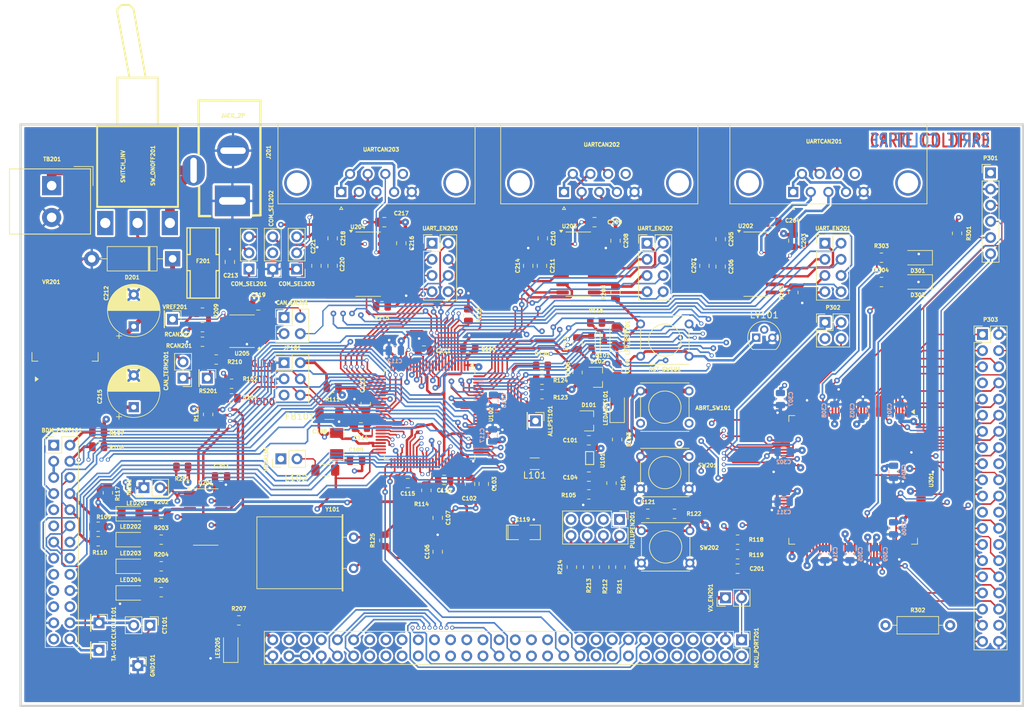
<source format=kicad_pcb>
(kicad_pcb (version 20241229) (generator "pcbnew") (generator_version "9.0")
  (title_block (title "Demo Kicad") (date "2015-10-09") (rev "2"))
  (layers (0 "F.Cu" signal "Top_layer") (4 "In1.Cu" signal) (6 "In2.Cu" signal) (2 "B.Cu" signal) (13 "F.Paste" user) (15 "B.Paste" user) (5 "F.SilkS" user "F.Silkscreen") (7 "B.SilkS" user "B.Silkscreen") (1 "F.Mask" user) (3 "B.Mask" user) (25 "Edge.Cuts" user))
  (net 0 "")
  (net 1 "/ALLPST")
  (net 2 "/AN2")
  (net 3 "/AN3")
  (net 4 "/AN4")
  (net 5 "/AN6")
  (net 6 "/BKPT-")
  (net 7 "Net-(BDM_PORT101-P22-Pad26)")
  (net 8 "/CLKMOD0")
  (net 9 "/CLKMOD1")
  (net 10 "/DDAT0")
  (net 11 "/DDAT1")
  (net 12 "/DDAT2")
  (net 13 "/DDAT3")
  (net 14 "/DSCLK")
  (net 15 "/DSI")
  (net 16 "/DSO")
  (net 17 "/DTIN1")
  (net 18 "/GPT1")
  (net 19 "/GPT3")
  (net 20 "/IRQ-5")
  (net 21 "/IRQ-6")
  (net 22 "/IRQ-7")
  (net 23 "/JTAG_EN")
  (net 24 "/PST0")
  (net 25 "/PST1")
  (net 26 "/PST2")
  (net 27 "/PST3")
  (net 28 "/QSPI_CS3")
  (net 29 "/TCLK")
  (net 30 "/VDDPLL")
  (net 31 "/inout_user/CAN_H")
  (net 32 "/inout_user/CAN_L")
  (net 33 "/inout_user/CTS0")
  (net 34 "/inout_user/CTS1")
  (net 35 "Net-(BDM_PORT101-P6)")
  (net 36 "/inout_user/RTS0")
  (net 37 "/inout_user/RTS1")
  (net 38 "/inout_user/RTS2")
  (net 39 "/inout_user/RXD0")
  (net 40 "/inout_user/RXD1")
  (net 41 "/inout_user/RXD2")
  (net 42 "/inout_user/RxD_CAN")
  (net 43 "/inout_user/TXD0")
  (net 44 "/inout_user/TXD1")
  (net 46 "/inout_user/TxD_CAN")
  (net 47 "/xilinx/+3,3V_OUT")
  (net 48 "/xilinx/LED_TEST1")
  (net 49 "/xilinx/LED_TEST2")
  (net 50 "/xilinx/TCK")
  (net 51 "/xilinx/TDI")
  (net 52 "/xilinx/TDO")
  (net 53 "/xilinx/TMS")
  (net 54 "/xilinx/XIL_D0")
  (net 55 "/xilinx/XIL_D1")
  (net 56 "/xilinx/XIL_D10")
  (net 57 "/xilinx/XIL_D11")
  (net 58 "/xilinx/XIL_D12")
  (net 59 "/xilinx/XIL_D13")
  (net 60 "/xilinx/XIL_D14")
  (net 61 "/xilinx/XIL_D15")
  (net 62 "/xilinx/XIL_D16")
  (net 63 "/xilinx/XIL_D17")
  (net 64 "/xilinx/XIL_D18")
  (net 65 "/xilinx/XIL_D19")
  (net 66 "/xilinx/XIL_D2")
  (net 67 "/xilinx/XIL_D20")
  (net 68 "/xilinx/XIL_D21")
  (net 69 "/xilinx/XIL_D22")
  (net 70 "/xilinx/XIL_D23")
  (net 71 "/xilinx/XIL_D24")
  (net 72 "/xilinx/XIL_D25")
  (net 73 "/xilinx/XIL_D26")
  (net 74 "/xilinx/XIL_D27")
  (net 75 "/xilinx/XIL_D28")
  (net 76 "/xilinx/XIL_D29")
  (net 77 "/xilinx/XIL_D3")
  (net 78 "/xilinx/XIL_D30")
  (net 79 "/xilinx/XIL_D31")
  (net 80 "/xilinx/XIL_D32")
  (net 81 "/xilinx/XIL_D33")
  (net 82 "/xilinx/XIL_D34")
  (net 83 "/xilinx/XIL_D35")
  (net 84 "/xilinx/XIL_D36")
  (net 85 "/xilinx/XIL_D4")
  (net 86 "/xilinx/XIL_D5")
  (net 87 "/xilinx/XIL_D6")
  (net 88 "/xilinx/XIL_D7")
  (net 89 "/xilinx/XIL_D8")
  (net 90 "/xilinx/XIL_D9")
  (net 91 "GND")
  (net 92 "GNDA")
  (net 93 "/AN0")
  (net 94 "/AN1")
  (net 95 "/QSPI_CS0")
  (net 96 "/AN5")
  (net 97 "/AN7")
  (net 98 "/IRQ-4")
  (net 99 "/DTIN0")
  (net 100 "/DTIN2")
  (net 101 "/DTIN3")
  (net 102 "/GPT0")
  (net 103 "/GPT2")
  (net 104 "+3.3V")
  (net 105 "/VCCA")
  (net 106 "/IRQ-1")
  (net 107 "/IRQ-2")
  (net 108 "/IRQ-3")
  (net 109 "/XTAL")
  (net 110 "/RCON-")
  (net 111 "/RSTO-")
  (net 112 "/RSTI-")
  (net 113 "/QSPI_CS1")
  (net 114 "/URTS1")
  (net 115 "/UCTS1")
  (net 116 "/QSPI_CLK")
  (net 117 "/DSPI_DOUT")
  (net 118 "/QSPI_DIN")
  (net 119 "/QSPI_CS2")
  (net 120 "/URXD1")
  (net 121 "/UTXD1")
  (net 122 "/PWM7")
  (net 123 "/PWM5")
  (net 124 "/PWM1")
  (net 125 "/PWM3")
  (net 126 "/URTS2")
  (net 127 "/UTXD2")
  (net 128 "/URXD2")
  (net 129 "/UCTS2")
  (net 130 "/CANRX")
  (net 131 "/CANTX")
  (net 132 "/URTS0")
  (net 133 "/UTXD0")
  (net 134 "/URXD0")
  (net 135 "/UCTS0")
  (net 136 "Net-(ABRT_SW101-Pad1)")
  (net 139 "Net-(C104-Pad1)")
  (net 140 "Net-(D102-K)")
  (net 141 "Net-(MCU_PORT201-P1)")
  (net 142 "Net-(U202-V+)")
  (net 143 "Net-(U202-C1+)")
  (net 144 "Net-(U202-C1-)")
  (net 145 "Net-(U202-C2+)")
  (net 146 "Net-(U202-C2-)")
  (net 147 "Net-(U202-V-)")
  (net 148 "Net-(U203-V+)")
  (net 149 "Net-(U203-C1+)")
  (net 150 "Net-(U203-C1-)")
  (net 151 "Net-(U203-C2+)")
  (net 152 "Net-(U203-C2-)")
  (net 153 "Net-(D201-K)")
  (net 154 "Net-(U203-V-)")
  (net 155 "Net-(U204-V+)")
  (net 156 "Net-(U204-C1+)")
  (net 157 "Net-(U204-C1-)")
  (net 158 "Net-(U204-C2+)")
  (net 159 "Net-(U204-C2-)")
  (net 160 "Net-(U204-V-)")
  (net 161 "Net-(CAN_TERM201-Pad2)")
  (net 162 "Net-(COM_SEL201-P3)")
  (net 163 "Net-(COM_SEL202-P3)")
  (net 164 "Net-(COM_SEL203-P3)")
  (net 165 "Net-(D101-K)")
  (net 166 "Net-(D301-A)")
  (net 167 "Net-(D302-A)")
  (net 168 "Net-(F201-Pad1)")
  (net 169 "Net-(TB201-P1)")
  (net 170 "Net-(L102-Pad1)")
  (net 171 "Net-(U201A-E)")
  (net 172 "Net-(LED201-A)")
  (net 173 "Net-(LED202-A)")
  (net 174 "Net-(LED203-A)")
  (net 175 "Net-(LED204-A)")
  (net 176 "Net-(LED205-A)")
  (net 177 "Net-(LEDABRT101-K)")
  (net 178 "Net-(LED_RST101-A)")
  (net 179 "Net-(PULUPEN201-Pad8)")
  (net 180 "Net-(PULUPEN201-Pad6)")
  (net 181 "Net-(PULUPEN201-Pad4)")
  (net 182 "Net-(PULUPEN201-Pad2)")
  (net 183 "Net-(U301-P11)")
  (net 184 "Net-(U301-P4)")
  (net 185 "Net-(Q101-B)")
  (net 186 "Net-(Q101-C)")
  (net 187 "Net-(U102-TEST)")
  (net 188 "Net-(U102-TCLK{slash}PSTCLK{slash}CLKOUT)")
  (net 189 "Net-(U201A-O)")
  (net 190 "Net-(U201B-O)")
  (net 191 "Net-(U201D-O)")
  (net 192 "Net-(U202-T2IN)")
  (net 193 "Net-(U201C-O)")
  (net 194 "Net-(U203-T2IN)")
  (net 195 "Net-(U205-Rsl)")
  (net 196 "Net-(U204-T1IN)")
  (net 197 "Net-(U202-R2OUT)")
  (net 198 "Net-(U202-T1IN)")
  (net 199 "Net-(U202-R1OUT)")
  (net 200 "Net-(U203-R2OUT)")
  (net 201 "Net-(U203-T1IN)")
  (net 202 "Net-(U203-R1OUT)")
  (net 203 "Net-(U204-R2OUT)")
  (net 204 "Net-(U204-T2IN)")
  (net 205 "Net-(U204-R1OUT)")
  (net 206 "Net-(U205-Vref)")
  (net 210 "/CLKIN{slash}EXTAL")
  (net 211 "/inout_user/TXD2{slash}CANL")
  (net 212 "/inout_user/CTS2{slash}CANH")
  (net 272 "Net-(UARTCAN201-P6)")
  (net 274 "Net-(UARTCAN202-P6)")
  (net 276 "Net-(UARTCAN203-P6)")
  (footprint "kit-dev-coldfire:SW_PUSH_SMALL" (layer "F.Cu") (at 172.339 100.33)
    (property "Reference" "ABRT_SW101")
    (property "Value" "SW_PUSH")
  )
  (footprint "kit-dev-coldfire:PinHeader_1x01_P2.54mm_Vertical" (layer "F.Cu") (at 152.019 102.489 -90)
    (property "Reference" "ALLPST101")
    (property "Value" "CONN_1")
  )
  (footprint "kit-dev-coldfire:PinHeader_2x13_P2.54mm_Vertical" (layer "F.Cu") (at 76.327 106.299)
    (property "Reference" "BDM_PORT101")
    (property "Value" "CONN_13X2")
  )
  (footprint "kit-dev-coldfire:C_0805_2012Metric" (layer "F.Cu") (at 136.652 117.729 -90)
    (property "Reference" "C107")
    (property "Value" "10pF")
  )
  (footprint "kit-dev-coldfire:C_0805_2012Metric" (layer "F.Cu") (at 136.652 123.063 90)
    (property "Reference" "C106")
    (property "Value" "10pF")
  )
  (footprint "kit-dev-coldfire:C_0805_2012Metric" (layer "F.Cu") (at 164.846 94.361 90)
    (property "Reference" "C105")
    (property "Value" "1nF")
  )
  (footprint "kit-dev-coldfire:C_0805_2012Metric" (layer "F.Cu") (at 141.605 91.059 180)
    (property "Reference" "C110")
    (property "Value" "100nF")
  )
  (footprint "kit-dev-coldfire:C_0805_2012Metric" (layer "F.Cu") (at 134.493 91.44 180)
    (property "Reference" "C111")
    (property "Value" "100nF")
  )
  (footprint "kit-dev-coldfire:C_0805_2012Metric" (layer "F.Cu") (at 125.349 99.822 -90)
    (property "Reference" "C113")
    (property "Value" "100nF")
  )
  (footprint "kit-dev-coldfire:C_0805_2012Metric" (layer "F.Cu") (at 124.587 103.505 180)
    (property "Reference" "C114")
    (property "Value" "100nF")
  )
  (footprint "kit-dev-coldfire:C_0805_2012Metric" (layer "F.Cu") (at 131.953 112.268 180)
    (property "Reference" "C115")
    (property "Value" "100nF")
  )
  (footprint "kit-dev-coldfire:C_0805_2012Metric" (layer "F.Cu") (at 137.668 111.76 180)
    (property "Reference" "C116")
    (property "Value" "100nF")
  )
  (footprint "kit-dev-coldfire:C_0805_2012Metric" (layer "F.Cu") (at 160.401 105.537)
    (property "Reference" "C101")
    (property "Value" "100nF")
  )
  (footprint "kit-dev-coldfire:C_0805_2012Metric" (layer "F.Cu") (at 160.401 111.252 180)
    (property "Reference" "C104")
    (property "Value" "100nF")
  )
  (footprint "kit-dev-coldfire:SM1206POL" (layer "F.Cu") (at 120.777 106.045 90)
    (property "Reference" "C108")
    (property "Value" "10uF" (hide yes))
  )
  (footprint "kit-dev-coldfire:SM1206POL" (layer "F.Cu") (at 150.241 120.015)
    (property "Reference" "C119")
    (property "Value" "100uF" (hide yes))
  )
  (footprint "kit-dev-coldfire:C_0805_2012Metric" (layer "F.Cu") (at 123.825 108.712)
    (property "Reference" "C109")
    (property "Value" "100nF")
  )
  (footprint "kit-dev-coldfire:C_0805_2012Metric" (layer "F.Cu") (at 141.732 112.395 -90)
    (property "Reference" "C102")
    (property "Value" "1nF")
  )
  (footprint "kit-dev-coldfire:C_0805_2012Metric" (layer "F.Cu") (at 143.891 112.395 -90)
    (property "Reference" "C103")
    (property "Value" "100nF")
  )
  (footprint "kit-dev-coldfire:C_0805_2012Metric" (layer "F.Cu") (at 192.532 74.168 -90)
    (property "Reference" "C203")
    (property "Value" "100nF")
  )
  (footprint "kit-dev-coldfire:C_0805_2012Metric" (layer "F.Cu") (at 189.23 71.247 180)
    (property "Reference" "C204")
    (property "Value" "100nF")
  )
  (footprint "kit-dev-coldfire:C_0805_2012Metric" (layer "F.Cu") (at 181.102 73.914 -90)
    (property "Reference" "C205")
    (property "Value" "100nF")
  )
  (footprint "kit-dev-coldfire:C_0805_2012Metric" (layer "F.Cu") (at 181.102 78.232 -90)
    (property "Reference" "C206")
    (property "Value" "100nF")
  )
  (footprint "kit-dev-coldfire:C_0805_2012Metric" (layer "F.Cu") (at 102.616 111.252)
    (property "Reference" "C202")
    (property "Value" "100nF")
  )
  (footprint "kit-dev-coldfire:C_0805_2012Metric" (layer "F.Cu") (at 178.562 78.105 90)
    (property "Reference" "C207")
    (property "Value" "100nF")
  )
  (footprint "kit-dev-coldfire:C_0805_2012Metric" (layer "F.Cu") (at 164.592 74.168 -90)
    (property "Reference" "C208")
    (property "Value" "100nF")
  )
  (footprint "kit-dev-coldfire:C_0805_2012Metric" (layer "F.Cu") (at 161.29 71.247 180)
    (property "Reference" "C209")
    (property "Value" "100nF")
  )
  (footprint "kit-dev-coldfire:C_0805_2012Metric" (layer "F.Cu") (at 153.162 73.787 -90)
    (property "Reference" "C210")
    (property "Value" "100nF")
  )
  (footprint "kit-dev-coldfire:C_0805_2012Metric" (layer "F.Cu") (at 153.035 78.105 -90)
    (property "Reference" "C211")
    (property "Value" "100nF")
  )
  (footprint "kit-dev-coldfire:C_0805_2012Metric" (layer "F.Cu") (at 150.876 78.105 90)
    (property "Reference" "C214")
    (property "Value" "100nF")
  )
  (footprint "kit-dev-coldfire:C_0805_2012Metric" (layer "F.Cu") (at 108.458 84.328)
    (property "Reference" "C219")
    (property "Value" "100nF")
  )
  (footprint "kit-dev-coldfire:C_0805_2012Metric" (layer "F.Cu") (at 128.27 71.247 180)
    (property "Reference" "C217")
    (property "Value" "100nF")
  )
  (footprint "kit-dev-coldfire:C_0805_2012Metric" (layer "F.Cu") (at 120.142 78.105 -90)
    (property "Reference" "C220")
    (property "Value" "100nF")
  )
  (footprint "kit-dev-coldfire:CP_Radial_D8.0mm_P5.00mm" (layer "F.Cu") (at 88.9 87.63 90)
    (property "Reference" "C212")
    (property "Value" "10uF")
  )
  (footprint "kit-dev-coldfire:CP_Radial_D8.0mm_P5.00mm" (layer "F.Cu") (at 88.9 100.33 90)
    (property "Reference" "C215")
    (property "Value" "220uF")
  )
  (footprint "kit-dev-coldfire:C_0805_2012Metric" (layer "F.Cu") (at 104 77.5 90)
    (property "Reference" "C213")
    (property "Value" "100nF")
  )
  (footprint "kit-dev-coldfire:C_0805_2012Metric" (layer "F.Cu") (at 183.769 125.73)
    (property "Reference" "C201")
    (property "Value" "100nF")
  )
  (footprint "kit-dev-coldfire:C_0805_2012Metric" (layer "F.Cu") (at 120.142 73.787 -90)
    (property "Reference" "C218")
    (property "Value" "100nF")
  )
  (footprint "kit-dev-coldfire:C_0805_2012Metric" (layer "F.Cu") (at 117.602 78.105 90)
    (property "Reference" "C221")
    (property "Value" "100nF")
  )
  (footprint "kit-dev-coldfire:C_0805_2012Metric" (layer "F.Cu") (at 130.937 74.549 -90)
    (property "Reference" "C216")
    (property "Value" "100nF")
  )
  (footprint "kit-dev-coldfire:PinHeader_1x02_P2.54mm_Vertical" (layer "F.Cu") (at 96.647 95.758 180)
    (property "Reference" "CAN_TERM201")
    (property "Value" "JUMPER")
  )
  (footprint "kit-dev-coldfire:PinHeader_1x01_P2.54mm_Vertical" (layer "F.Cu") (at 83.439 134.239 -90)
    (property "Reference" "CLKOUT101")
    (property "Value" "CONN_1")
  )
  (footprint "kit-dev-coldfire:PinHeader_1x03_P2.54mm_Vertical" (layer "F.Cu") (at 114.5 78.613 180)
    (property "Reference" "COM_SEL203")
    (property "Value" "CONN_3")
  )
  (footprint "kit-dev-coldfire:PinHeader_1x03_P2.54mm_Vertical" (layer "F.Cu") (at 110.744 78.613 180)
    (property "Reference" "COM_SEL202")
    (property "Value" "CONN_3")
  )
  (footprint "kit-dev-coldfire:PinHeader_1x02_P2.54mm_Vertical" (layer "F.Cu") (at 91.44 134.62 -90)
    (property "Reference" "CT101")
    (property "Value" "JUMPER")
  )
  (footprint "kit-dev-coldfire:D_SOT-23_ANK" (layer "F.Cu") (at 160.401 102.489)
    (property "Reference" "D101")
    (property "Value" "BAT54")
  )
  (footprint "kit-dev-coldfire:D_SOT-23_ANK" (layer "F.Cu") (at 161.798 95.631)
    (property "Reference" "D102")
    (property "Value" "BAT54")
  )
  (footprint "kit-dev-coldfire:D_DO-15_P12.70mm_Horizontal" (layer "F.Cu") (at 95 77 180)
    (property "Reference" "D201")
    (property "Value" "1N4004")
  )
  (footprint "kit-dev-coldfire:LED_1206_3216Metric" (layer "F.Cu") (at 212.09 76.835 180)
    (property "Reference" "D301")
    (property "Value" "LED")
  )
  (footprint "kit-dev-coldfire:LED_1206_3216Metric" (layer "F.Cu") (at 212.09 80.645 180)
    (property "Reference" "D302")
    (property "Value" "LED")
  )
  (footprint "kit-dev-coldfire:FSUPCMS" (layer "F.Cu") (at 99.8 77.6 -90)
    (property "Reference" "F201")
    (property "Value" "FUSE")
  )
  (footprint "kit-dev-coldfire:R_1206_3216Metric_Pad1.30x1.75mm_HandSolder" (layer "F.Cu") (at 119.634 101.346 180)
    (property "Reference" "FB101")
    (property "Value" "BEAD")
  )
  (footprint "kit-dev-coldfire:PinHeader_1x01_P2.54mm_Vertical" (layer "F.Cu") (at 89.535 140.97 -90)
    (property "Reference" "GND101")
    (property "Value" "CONN_1")
  )
  (footprint "kit-dev-coldfire:JACK_ALIM" (layer "F.Cu") (at 104.5 60 -90)
    (property "Reference" "J201")
    (property "Value" "JACK_2P")
  )
  (footprint "kit-dev-coldfire:R_1206_3216Metric_Pad1.30x1.75mm_HandSolder" (layer "F.Cu") (at 118.999 110.236)
    (property "Reference" "L102")
    (property "Value" "10uH")
  )
  (footprint "kit-dev-coldfire:R_1206_3216Metric_Pad1.30x1.75mm_HandSolder" (layer "F.Cu") (at 151.892 109.22 180)
    (property "Reference" "L101")
    (property "Value" "10uH")
  )
  (footprint "kit-dev-coldfire:LED_1206_3216Metric" (layer "F.Cu") (at 88.392 117.094)
    (property "Reference" "LED201")
    (property "Value" "LED")
  )
  (footprint "kit-dev-coldfire:LED_1206_3216Metric" (layer "F.Cu") (at 88.392 121.158)
    (property "Reference" "LED202")
    (property "Value" "LED")
  )
  (footprint "kit-dev-coldfire:LED_1206_3216Metric" (layer "F.Cu") (at 88.392 125.349)
    (property "Reference" "LED203")
    (property "Value" "LED")
  )
  (footprint "kit-dev-coldfire:LED_1206_3216Metric" (layer "F.Cu") (at 88.392 129.54)
    (property "Reference" "LED204")
    (property "Value" "LED")
  )
  (footprint "kit-dev-coldfire:LED_1206_3216Metric" (layer "F.Cu") (at 104.14 138.176 90)
    (property "Reference" "LED205")
    (property "Value" "LED")
  )
  (footprint "kit-dev-coldfire:LED_1206_3216Metric" (layer "F.Cu") (at 164.846 100.457 90)
    (property "Reference" "LEDABRT101")
    (property "Value" "LED_RED")
  )
  (footprint "kit-dev-coldfire:TO-92" (layer "F.Cu") (at 186.69 89.408)
    (property "Reference" "LV101")
    (property "Value" "DS1818")
  )
  (footprint "kit-dev-coldfire:PinHeader_2x30_P2.54mm_Vertical" (layer "F.Cu") (at 184.404 136.906 -90)
    (property "Reference" "MCU_PORT201")
    (property "Value" "CONN_30X2")
  )
  (footprint "kit-dev-coldfire:PinHeader_1x06_P2.54mm_Vertical" (layer "F.Cu") (at 223.52 63.5)
    (property "Reference" "P301")
    (property "Value" "CONN_6")
  )
  (footprint "kit-dev-coldfire:PinHeader_2x20_P2.54mm_Vertical" (layer "F.Cu") (at 222.25 88.9)
    (property "Reference" "P303")
    (property "Value" "CONN_20X2")
  )
  (footprint "kit-dev-coldfire:PinHeader_2x04_P2.54mm_Vertical" (layer "F.Cu") (at 165.227 117.983 -90)
    (property "Reference" "PULUPEN201")
    (property "Value" "CONN_4X2")
  )
  (footprint "kit-dev-coldfire:SOT23EBC" (layer "F.Cu") (at 161.798 90.043 90)
    (property "Reference" "Q101")
    (property "Value" "3906" (hide yes))
  )
  (footprint "kit-dev-coldfire:R_0805_2012Metric" (layer "F.Cu") (at 128.27 121.285 90)
    (property "Reference" "R125")
    (property "Value" "1M")
  )
  (footprint "kit-dev-coldfire:R_0805_2012Metric" (layer "F.Cu") (at 104.267 96.647)
    (property "Reference" "R102")
    (property "Value" "4,7K")
  )
  (footprint "kit-dev-coldfire:R_0805_2012Metric" (layer "F.Cu") (at 183.769 121.158 180)
    (property "Reference" "R118")
    (property "Value" "10K")
  )
  (footprint "kit-dev-coldfire:R_0805_2012Metric" (layer "F.Cu") (at 183.769 123.444 180)
    (property "Reference" "R119")
    (property "Value" "10K")
  )
  (footprint "kit-dev-coldfire:R_0805_2012Metric" (layer "F.Cu") (at 153.035 93.853)
    (property "Reference" "R120")
    (property "Value" "10K")
  )
  (footprint "kit-dev-coldfire:R_0805_2012Metric" (layer "F.Cu") (at 163.957 112.268 -90)
    (property "Reference" "R104")
    (property "Value" "1K")
  )
  (footprint "kit-dev-coldfire:R_0805_2012Metric" (layer "F.Cu") (at 169.672 117.094)
    (property "Reference" "R121")
    (property "Value" "10K")
  )
  (footprint "kit-dev-coldfire:R_0805_2012Metric" (layer "F.Cu") (at 141.478 85.852 90)
    (property "Reference" "R113")
    (property "Value" "0")
  )
  (footprint "kit-dev-coldfire:R_0805_2012Metric" (layer "F.Cu") (at 173.863 117.094 180)
    (property "Reference" "R122")
    (property "Value" "10K")
  )
  (footprint "kit-dev-coldfire:R_0805_2012Metric" (layer "F.Cu") (at 153.035 98.298)
    (property "Reference" "R123")
    (property "Value" "10K")
  )
  (footprint "kit-dev-coldfire:R_0805_2012Metric" (layer "F.Cu") (at 160.401 114.046 180)
    (property "Reference" "R105")
    (property "Value" "20K")
  )
  (footprint "kit-dev-coldfire:R_0805_2012Metric" (layer "F.Cu") (at 153.035 96.012)
    (property "Reference" "R124")
    (property "Value" "10K")
  )
  (footprint "kit-dev-coldfire:R_0805_2012Metric" (layer "F.Cu") (at 164.846 105.41 -90)
    (property "Reference" "R103")
    (property "Value" "270")
  )
  (footprint "kit-dev-coldfire:R_0805_2012Metric" (layer "F.Cu") (at 158.623 94.869 90)
    (property "Reference" "R106")
    (property "Value" "4,7K")
  )
  (footprint "kit-dev-coldfire:R_0805_2012Metric" (layer "F.Cu") (at 120.142 97.282 180)
    (property "Reference" "R111")
    (property "Value" "4,7K")
  )
  (footprint "kit-dev-coldfire:R_0805_2012Metric" (layer "F.Cu") (at 83.312 104.267 180)
    (property "Reference" "R107")
    (property "Value" "4,7K")
  )
  (footprint "kit-dev-coldfire:R_0805_2012Metric" (layer "F.Cu") (at 83.312 106.553 180)
    (property "Reference" "R108")
    (property "Value" "4,7K")
  )
  (footprint "kit-dev-coldfire:R_0805_2012Metric" (layer "F.Cu") (at 83.312 119.126 180)
    (property "Reference" "R109")
    (property "Value" "4,7K")
  )
  (footprint "kit-dev-coldfire:R_0805_2012Metric" (layer "F.Cu") (at 83.312 121.412 180)
    (property "Reference" "R110")
    (property "Value" "4,7K")
  )
  (footprint "kit-dev-coldfire:R_0805_2012Metric" (layer "F.Cu") (at 158.623 90.297 90)
    (property "Reference" "R115")
    (property "Value" "4.7K")
  )
  (footprint "kit-dev-coldfire:R_0805_2012Metric" (layer "F.Cu") (at 161.544 86.995)
    (property "Reference" "R116")
    (property "Value" "270")
  )
  (footprint "kit-dev-coldfire:R_0805_2012Metric" (layer "F.Cu") (at 127.889 84.455 180)
    (property "Reference" "R215")
    (property "Value" "10K")
  )
  (footprint "kit-dev-coldfire:R_0805_2012Metric" (layer "F.Cu") (at 104.267 98.933)
    (property "Reference" "R101")
    (property "Value" "4,7K")
  )
  (footprint "kit-dev-coldfire:R_0805_2012Metric" (layer "F.Cu") (at 84.836 113.792 -90)
    (property "Reference" "R117")
    (property "Value" "10K")
  )
  (footprint "kit-dev-coldfire:R_0805_2012Metric" (layer "F.Cu") (at 93.218 117.094)
    (property "Reference" "R202")
    (property "Value" "270")
  )
  (footprint "kit-dev-coldfire:R_0805_2012Metric" (layer "F.Cu") (at 192.532 82.296 90)
    (property "Reference" "R205")
    (property "Value" "10K")
  )
  (footprint "kit-dev-coldfire:R_0805_2012Metric" (layer "F.Cu") (at 93.218 121.158)
    (property "Reference" "R203")
    (property "Value" "270")
  )
  (footprint "kit-dev-coldfire:R_0805_2012Metric" (layer "F.Cu") (at 93.218 125.349)
    (property "Reference" "R204")
    (property "Value" "270")
  )
  (footprint "kit-dev-coldfire:R_0805_2012Metric" (layer "F.Cu") (at 93.218 129.413)
    (property "Reference" "R206")
    (property "Value" "270")
  )
  (footprint "kit-dev-coldfire:R_0805_2012Metric" (layer "F.Cu") (at 96.52 109.728 180)
    (property "Reference" "R201")
    (property "Value" "10K")
  )
  (footprint "kit-dev-coldfire:R_0805_2012Metric" (layer "F.Cu") (at 164.592 82.296 90)
    (property "Reference" "R208")
    (property "Value" "10K")
  )
  (footprint "kit-dev-coldfire:R_0805_2012Metric" (layer "F.Cu") (at 101.854 92.837)
    (property "Reference" "R210")
    (property "Value" "1K")
  )
  (footprint "kit-dev-coldfire:R_0805_2012Metric" (layer "F.Cu") (at 99.695 85.471 180)
    (property "Reference" "R209")
    (property "Value" "62")
  )
  (footprint "kit-dev-coldfire:R_0805_2012Metric" (layer "F.Cu") (at 100.584 101.473 90)
    (property "Reference" "R112")
    (property "Value" "4,7K")
  )
  (footprint "kit-dev-coldfire:R_0805_2012Metric" (layer "F.Cu") (at 134.874 113.411 -90)
    (property "Reference" "R114")
    (property "Value" "22")
  )
  (footprint "kit-dev-coldfire:R_0805_2012Metric" (layer "F.Cu") (at 157.734 125.476 90)
    (property "Reference" "R214")
    (property "Value" "4,7K")
  )
  (footprint "kit-dev-coldfire:R_0805_2012Metric" (layer "F.Cu") (at 160.274 125.476 90)
    (property "Reference" "R213")
    (property "Value" "4,7K")
  )
  (footprint "kit-dev-coldfire:R_0805_2012Metric" (layer "F.Cu") (at 162.814 125.476 90)
    (property "Reference" "R212")
    (property "Value" "4,7K")
  )
  (footprint "kit-dev-coldfire:R_0805_2012Metric" (layer "F.Cu") (at 165.354 125.476 90)
    (property "Reference" "R211")
    (property "Value" "4,7K")
  )
  (footprint "kit-dev-coldfire:R_0805_2012Metric" (layer "F.Cu") (at 105.41 133.858)
    (property "Reference" "R207")
    (property "Value" "270")
  )
  (footprint "kit-dev-coldfire:R_0805_2012Metric" (layer "F.Cu") (at 218.25 73 -90)
    (property "Reference" "R301")
    (property "Value" "4K7")
  )
  (footprint "kit-dev-coldfire:R_0805_2012Metric" (layer "F.Cu") (at 206.375 76.835)
    (property "Reference" "R303")
    (property "Value" "1K")
  )
  (footprint "kit-dev-coldfire:R_0805_2012Metric" (layer "F.Cu") (at 206.375 80.645)
    (property "Reference" "R304")
    (property "Value" "1K")
  )
  (footprint "kit-dev-coldfire:R_Axial_DIN0207_L6.3mm_D2.5mm_P10.16mm_Horizontal" (layer "F.Cu") (at 207.01 134.62)
    (property "Reference" "R302")
    (property "Value" "3,3")
  )
  (footprint "kit-dev-coldfire:R_0805_2012Metric" (layer "F.Cu") (at 99.695 87.757)
    (property "Reference" "RCAN202")
    (property "Value" "R")
  )
  (footprint "kit-dev-coldfire:R_0805_2012Metric" (layer "F.Cu") (at 99.695 90.043)
    (property "Reference" "RCAN201")
    (property "Value" "R")
  )
  (footprint "kit-dev-coldfire:LED_1206_3216Metric" (layer "F.Cu") (at 164.846 89.281 90)
    (property "Reference" "LED_RST101")
    (property "Value" "LED_RED")
  )
  (footprint "kit-dev-coldfire:PinHeader_1x01_P2.54mm_Vertical" (layer "F.Cu") (at 100.457 95.758 -90)
    (property "Reference" "RS201")
    (property "Value" "CONN_1")
  )
  (footprint "kit-dev-coldfire:SW_PUSH_SMALL" (layer "F.Cu") (at 172.339 89.789 180)
    (property "Reference" "RST_SW101")
    (property "Value" "SW_PUSH")
  )
  (footprint "kit-dev-coldfire:SW_PUSH_SMALL" (layer "F.Cu") (at 172.339 110.617)
    (property "Reference" "SW201")
    (property "Value" "SW_PUSH")
  )
  (footprint "kit-dev-coldfire:SW_PUSH_SMALL" (layer "F.Cu") (at 172.466 122.301)
    (property "Reference" "SW202")
    (property "Value" "SW_PUSH")
  )
  (footprint "kit-dev-coldfire:SW_SPDT" (layer "F.Cu") (at 89.5 71.374 90)
    (property "Reference" "SW_ONOFF201")
    (property "Value" "SWITCH_INV")
  )
  (footprint "kit-dev-coldfire:PinHeader_1x01_P2.54mm_Vertical" (layer "F.Cu") (at 83.439 138.557 -90)
    (property "Reference" "TA-101")
    (property "Value" "CONN_1")
  )
  (footprint "kit-dev-coldfire:Altech_AK300_1x02_P5.00mm_45-Degree" (layer "F.Cu") (at 76 65.5 -90)
    (property "Reference" "TB201")
    (property "Value" "CONN_2")
  )
  (footprint "kit-dev-coldfire:LQFP-100_14x14mm_P0.5mm" (layer "F.Cu") (at 135.382 101.473 -90)
    (property "Reference" "U102")
    (property "Value" "MCF5213-LQFP100")
  )
  (footprint "kit-dev-coldfire:SOT353" (layer "F.Cu") (at 160.528 108.331)
    (property "Reference" "U101")
    (property "Value" "74AHC1G14" (hide yes))
  )
  (footprint "kit-dev-coldfire:SOIC-16_3.9x9.9mm_P1.27mm" (layer "F.Cu") (at 186.69 77.851)
    (property "Reference" "U202")
    (property "Value" "MAX202")
  )
  (footprint "kit-dev-coldfire:SOIC-16_3.9x9.9mm_P1.27mm" (layer "F.Cu") (at 158.75 77.851)
    (property "Reference" "U203")
    (property "Value" "MAX202")
  )
  (footprint "kit-dev-coldfire:SOIC-8_3.9x4.9mm_P1.27mm" (layer "F.Cu") (at 105.918 88.392 180)
    (property "Reference" "U205")
    (property "Value" "PCA82C251")
  )
  (footprint "kit-dev-coldfire:SOIC-16_3.9x9.9mm_P1.27mm" (layer "F.Cu") (at 125.73 77.851)
    (property "Reference" "U204")
    (property "Value" "MAX202")
  )
  (footprint "kit-dev-coldfire:PinHeader_2x04_P2.54mm_Vertical" (layer "F.Cu") (at 197.485 74.549)
    (property "Reference" "UART_EN201")
    (property "Value" "CONN_4X2")
  )
  (footprint "kit-dev-coldfire:PinHeader_2x04_P2.54mm_Vertical" (layer "F.Cu") (at 169.545 74.549)
    (property "Reference" "UART_EN202")
    (property "Value" "CONN_4X2")
  )
  (footprint "kit-dev-coldfire:PinHeader_2x04_P2.54mm_Vertical" (layer "F.Cu") (at 135.763 74.549)
    (property "Reference" "UART_EN203")
    (property "Value" "CONN_4X2")
  )
  (footprint "kit-dev-coldfire:PinHeader_1x02_P2.54mm_Vertical" (layer "F.Cu") (at 112.014 108.458 90)
    (property "Reference" "VDDA101")
    (property "Value" "JUMPER")
  )
  (footprint "kit-dev-coldfire:TO-263-5_TabPin3" (layer "F.Cu") (at 78.105 88.265 90)
    (property "Reference" "VR201")
    (property "Value" "LT1129_QPACK")
  )
  (footprint "kit-dev-coldfire:Crystal_HC18-U_Horizontal" (layer "F.Cu") (at 123.444 120.777 -90)
    (property "Reference" "Y101")
    (property "Value" "8MHz")
  )
  (footprint "kit-dev-coldfire:TQFP-144_20x20mm_P0.5mm" (layer "F.Cu") (at 201.93 111.76 -90)
    (property "Reference" "U301")
    (property "Value" "XCR3256-TQ144")
  )
  (footprint "kit-dev-coldfire:PinHeader_2x02_P2.54mm_Vertical" (layer "F.Cu") (at 112.522 86.233)
    (property "Reference" "CAN_EN201")
    (property "Value" "CONN_2X2")
  )
  (footprint "kit-dev-coldfire:PinHeader_1x02_P2.54mm_Vertical" (layer "F.Cu") (at 181.864 130.302 90)
    (property "Reference" "VX_EN201")
    (property "Value" "JUMPER")
  )
  (footprint "kit-dev-coldfire:SOIC-14_3.9x8.7mm_P1.27mm" (layer "F.Cu") (at 100.203 117.602)
    (property "Reference" "U201")
    (property "Value" "74HC125")
  )
  (footprint "kit-dev-coldfire:PinHeader_2x03_P2.54mm_Vertical" (layer "F.Cu") (at 112.522 93.345)
    (property "Reference" "JP101")
    (property "Value" "JUMPER_TRIPLE")
  )
  (footprint "kit-dev-coldfire:PinHeader_2x02_P2.54mm_Vertical" (layer "F.Cu") (at 197.5 87)
    (property "Reference" "P302")
    (property "Value" "CONN_2X2")
  )
  (footprint "kit-dev-coldfire:PinHeader_1x03_P2.54mm_Vertical" (layer "F.Cu") (at 107 78.613 180)
    (property "Reference" "COM_SEL201")
    (property "Value" "CONN_3")
  )
  (footprint "kit-dev-coldfire:PinHeader_1x02_P2.54mm_Vertical" (layer "F.Cu") (at 90.5 113 90)
    (property "Reference" "JP201")
    (property "Value" "JUMPER")
  )
  (footprint "kit-dev-coldfire:DSUB-9_Female_Horizontal_P2.77x2.84mm_EdgePinOffset7.70mm_Housed_MountingHolesOffset9.12mm" (layer "F.Cu") (at 192.5 66.5 180)
    (property "Reference" "UARTCAN201")
    (property "Value" "DB9")
  )
  (footprint "kit-dev-coldfire:DSUB-9_Female_Horizontal_P2.77x2.84mm_EdgePinOffset7.70mm_Housed_MountingHolesOffset9.12mm" (layer "F.Cu") (at 156.5 66.5 180)
    (property "Reference" "UARTCAN202")
    (property "Value" "DB9")
  )
  (footprint "kit-dev-coldfire:DSUB-9_Female_Horizontal_P2.77x2.84mm_EdgePinOffset7.70mm_Housed_MountingHolesOffset9.12mm" (layer "F.Cu") (at 121.5 66.5 180)
    (property "Reference" "UARTCAN203")
    (property "Value" "DB9")
  )
  (footprint "kit-dev-coldfire:PinHeader_1x01_P2.54mm_Vertical" (layer "F.Cu") (at 95 86.5 -90)
    (property "Reference" "VREF201")
    (property "Value" "CONN_1")
  )
  (footprint "kit-dev-coldfire:C_0805_2012Metric" (layer "B.Cu") (at 129.921 91.44 180)
    (property "Reference" "C112")
    (property "Value" "100nF")
  )
  (footprint "kit-dev-coldfire:C_0805_2012Metric" (layer "B.Cu") (at 145.288 104.775 90)
    (property "Reference" "C117")
    (property "Value" "100nF")
  )
  (footprint "kit-dev-coldfire:C_0805_2012Metric" (layer "B.Cu") (at 145.415 99.314 -90)
    (property "Reference" "C118")
    (property "Value" "100nF")
  )
  (footprint "kit-dev-coldfire:C_0805_2012Metric" (layer "B.Cu") (at 209.296 100.838 90)
    (property "Reference" "C301")
    (property "Value" "100nF")
  )
  (footprint "kit-dev-coldfire:C_0805_2012Metric" (layer "B.Cu") (at 191.008 107.315 180)
    (property "Reference" "C302")
    (property "Value" "100nF")
  )
  (footprint "kit-dev-coldfire:C_0805_2012Metric" (layer "B.Cu") (at 203.454 100.838 90)
    (property "Reference" "C303")
    (property "Value" "100nF")
  )
  (footprint "kit-dev-coldfire:C_0805_2012Metric" (layer "B.Cu") (at 208.28 110.49 -90)
    (property "Reference" "C304")
    (property "Value" "100nF")
  )
  (footprint "kit-dev-coldfire:C_0805_2012Metric" (layer "B.Cu") (at 201.422 123.444 -90)
    (property "Reference" "C305")
    (property "Value" "100nF")
  )
  (footprint "kit-dev-coldfire:C_0805_2012Metric" (layer "B.Cu") (at 208.28 119.38 -90)
    (property "Reference" "C306")
    (property "Value" "100nF")
  )
  (footprint "kit-dev-coldfire:C_0805_2012Metric" (layer "B.Cu") (at 190.5 99.06 -90)
    (property "Reference" "C307")
    (property "Value" "100nF")
  )
  (footprint "kit-dev-coldfire:C_0805_2012Metric" (layer "B.Cu") (at 199.009 100.838 90)
    (property "Reference" "C308")
    (property "Value" "100nF")
  )
  (footprint "kit-dev-coldfire:C_0805_2012Metric" (layer "B.Cu") (at 205.359 123.444 -90)
    (property "Reference" "C309")
    (property "Value" "100nF")
  )
  (footprint "kit-dev-coldfire:C_0805_2012Metric" (layer "B.Cu") (at 197.485 123.444 -90)
    (property "Reference" "C310")
    (property "Value" "100nF")
  )
  (footprint "kit-dev-coldfire:C_0805_2012Metric" (layer "B.Cu") (at 191.008 115.189 180)
    (property "Reference" "C311")
    (property "Value" "100nF")
  )
  (gr_line (start 71.12 147.32) (end 228.6 147.32) (stroke (width 0.381)) (layer "Edge.Cuts"))
  (gr_line (start 71.12 55.88) (end 71.12 147.32) (stroke (width 0.381)) (layer "Edge.Cuts"))
  (gr_line (start 228.6 55.88) (end 228.6 147.32) (stroke (width 0.381)) (layer "Edge.Cuts"))
  (gr_line (start 228.6 55.88) (end 71.12 55.88) (stroke (width 0.381)) (layer "Edge.Cuts"))
  (gr_text "JTAG_EN\n" (at 108 93.5 0) (layer "F.Cu") (effects (font (size 1 1) (thickness 0.2))))
  (gr_text "CARTE COLDFIRE" (at 213.995 58.42 0) (layer "F.Cu") (effects (font (size 2.032 1.524) (thickness 0.3048))))
  (gr_text "MOD1" (at 109 96 0) (layer "F.Cu") (effects (font (size 1 1) (thickness 0.2))))
  (gr_text "MOD0" (at 109 99.5 0) (layer "F.Cu") (effects (font (size 1 1) (thickness 0.2))))
  (gr_text "CARTE COLDFIRE" (at 213.995 58.42 0) (layer "B.Cu") (effects (font (size 2.032 1.524) (thickness 0.3048)) (justify mirror)))
  (segment (start 152.019 102.489) (end 143.129 102.4636) (width 0.254) (layer "F.Cu") (net 1))
  (segment (start 128.8034 104.9782) (end 127.635 104.9782) (width 0.254) (layer "F.Cu") (net 2))
  (segment (start 129.54 105.41) (end 129.032 105.156) (width 0.254) (layer "F.Cu") (net 2))
  (segment (start 129.032 105.156) (end 128.8034 104.9782) (width 0.254) (layer "F.Cu") (net 2))
  (via (at 129.54 105.41) (size 0.635) (drill 0.4) (layers "F.Cu" "B.Cu") (net 2))
  (segment (start 129.54 106.299) (end 129.032 106.299) (width 0.254) (layer "F.Cu") (net 3))
  (segment (start 129.032 105.791) (end 128.7272 105.4862) (width 0.254) (layer "F.Cu") (net 3))
  (segment (start 129.032 106.299) (end 129.032 105.791) (width 0.254) (layer "F.Cu") (net 3))
  (segment (start 128.7272 105.4862) (end 127.635 105.4862) (width 0.254) (layer "F.Cu") (net 3))
  (via (at 129.54 106.299) (size 0.635) (drill 0.4) (layers "F.Cu" "B.Cu") (net 3))
  (segment (start 130.8862 107.6198) (end 130.8862 109.22) (width 0.254) (layer "F.Cu") (net 4))
  (segment (start 131.064 107.442) (end 131.064 106.426) (width 0.254) (layer "F.Cu") (net 4))
  (segment (start 130.8862 107.6198) (end 131.064 107.442) (width 0.254) (layer "F.Cu") (net 4))
  (via (at 131.064 106.426) (size 0.635) (drill 0.4) (layers "F.Cu" "B.Cu") (net 4))
  (segment (start 129.8956 110.3884) (end 129.8956 109.22) (width 0.254) (layer "F.Cu") (net 5))
  (segment (start 129.159 111.125) (end 129.8956 110.3884) (width 0.254) (layer "F.Cu") (net 5))
  (segment (start 129.159 112.014) (end 129.159 111.125) (width 0.254) (layer "F.Cu") (net 5))
  (via (at 129.159 112.014) (size 0.889) (drill 0.4) (layers "F.Cu" "B.Cu") (net 5))
  (segment (start 159.004 139.446) (end 159.004 139.319) (width 0.254) (layer "B.Cu") (net 5))
  (segment (start 157.734 138.049) (end 157.734 136.017) (width 0.254) (layer "B.Cu") (net 5))
  (segment (start 138.43 132.461) (end 129.159 123.19) (width 0.254) (layer "B.Cu") (net 5))
  (segment (start 159.004 139.319) (end 157.734 138.049) (width 0.254) (layer "B.Cu") (net 5))
  (segment (start 154.178 132.461) (end 138.43 132.461) (width 0.254) (layer "B.Cu") (net 5))
  (segment (start 129.159 123.19) (end 129.159 112.014) (width 0.254) (layer "B.Cu") (net 5))
  (segment (start 157.734 136.017) (end 154.178 132.461) (width 0.254) (layer "B.Cu") (net 5))
  (segment (start 144.5514 107.4674) (end 143.129 107.4674) (width 0.254) (layer "F.Cu") (net 6))
  (segment (start 145.288 108.204) (end 144.5514 107.4674) (width 0.254) (layer "F.Cu") (net 6))
  (segment (start 146.431 109.855) (end 145.288 108.712) (width 0.254) (layer "F.Cu") (net 6))
  (segment (start 146.685 109.855) (end 146.431 109.855) (width 0.254) (layer "F.Cu") (net 6))
  (segment (start 145.288 108.712) (end 145.288 108.204) (width 0.254) (layer "F.Cu") (net 6))
  (segment (start 78.867 106.299) (end 80.391 104.775) (width 0.381) (layer "F.Cu") (net 6))
  (segment (start 82.3595 104.267) (end 80.899 104.267) (width 0.4318) (layer "F.Cu") (net 6))
  (segment (start 80.899 104.267) (end 80.391 104.775) (width 0.4318) (layer "F.Cu") (net 6))
  (via (at 146.685 109.855) (size 0.889) (drill 0.4) (layers "F.Cu" "B.Cu") (net 6))
  (via (at 87.63 112.141) (size 0.889) (drill 0.4) (layers "F.Cu" "B.Cu") (net 6))
  (segment (start 87.63 113.13) (end 89.181 114.681) (width 0.254) (layer "B.Cu") (net 6))
  (segment (start 107.696 111.379) (end 110.49 114.173) (width 0.254) (layer "B.Cu") (net 6))
  (segment (start 119.253 112.649) (end 125.476 112.649) (width 0.254) (layer "B.Cu") (net 6))
  (segment (start 141.732 111.76) (end 143.637 109.855) (width 0.254) (layer "B.Cu") (net 6))
  (segment (start 125.476 112.649) (end 127.508 110.617) (width 0.254) (layer "B.Cu") (net 6))
  (segment (start 97.917 113.665) (end 100.203 111.379) (width 0.254) (layer "B.Cu") (net 6))
  (segment (start 95.377 113.665) (end 97.917 113.665) (width 0.254) (layer "B.Cu") (net 6))
  (segment (start 110.49 114.173) (end 117.729 114.173) (width 0.254) (layer "B.Cu") (net 6))
  (segment (start 127.508 110.617) (end 132.461 110.617) (width 0.254) (layer "B.Cu") (net 6))
  (segment (start 100.203 111.379) (end 107.696 111.379) (width 0.254) (layer "B.Cu") (net 6))
  (segment (start 133.604 111.76) (end 141.732 111.76) (width 0.254) (layer "B.Cu") (net 6))
  (segment (start 89.181 114.681) (end 94.361 114.681) (width 0.254) (layer "B.Cu") (net 6))
  (segment (start 117.729 114.173) (end 119.253 112.649) (width 0.254) (layer "B.Cu") (net 6))
  (segment (start 143.637 109.855) (end 146.685 109.855) (width 0.254) (layer "B.Cu") (net 6))
  (segment (start 87.63 112.141) (end 87.63 113.13) (width 0.254) (layer "B.Cu") (net 6))
  (segment (start 94.361 114.681) (end 95.377 113.665) (width 0.254) (layer "B.Cu") (net 6))
  (segment (start 132.461 110.617) (end 133.604 111.76) (width 0.254) (layer "B.Cu") (net 6))
  (segment (start 83.439 138.557) (end 80.645 138.557) (width 0.381) (layer "B.Cu") (net 7))
  (segment (start 80.645 138.557) (end 78.867 136.779) (width 0.381) (layer "B.Cu") (net 7))
  (segment (start 113.792 97.155) (end 108.345 97.155) (width 0.254) (layer "F.Cu") (net 8))
  (segment (start 115.062 98.425) (end 113.792 97.155) (width 0.254) (layer "F.Cu") (net 8))
  (segment (start 123.19 101.981) (end 123.19 100.965) (width 0.254) (layer "F.Cu") (net 8))
  (segment (start 122.174 99.949) (end 118.11 99.949) (width 0.254) (layer "F.Cu") (net 8))
  (segment (start 118.11 99.949) (end 116.586 98.425) (width 0.254) (layer "F.Cu") (net 8))
  (segment (start 123.19 100.965) (end 122.174 99.949) (width 0.254) (layer "F.Cu") (net 8))
  (segment (start 108.345 97.155) (end 106.567 98.933) (width 0.254) (layer "F.Cu") (net 8))
  (segment (start 106.567 98.933) (end 105.2195 98.933) (width 0.254) (layer "F.Cu") (net 8))
  (segment (start 126.365 102.489) (end 126.111 102.235) (width 0.254) (layer "F.Cu") (net 8))
  (segment (start 127.635 102.489) (end 126.365 102.489) (width 0.254) (layer "F.Cu") (net 8))
  (segment (start 123.444 102.235) (end 123.19 101.981) (width 0.254) (layer "F.Cu") (net 8))
  (segment (start 126.111 102.235) (end 123.444 102.235) (width 0.254) (layer "F.Cu") (net 8))
  (segment (start 116.586 98.425) (end 115.062 98.425) (width 0.254) (layer "F.Cu") (net 8))
  (segment (start 118.618 99.441) (end 115.062 95.885) (width 0.254) (layer "F.Cu") (net 9))
  (segment (start 105.353 96.647) (end 105.2195 96.647) (width 0.254) (layer "F.Cu") (net 9))
  (segment (start 124.587 101.727) (end 122.809 99.949) (width 0.254) (layer "F.Cu") (net 9))
  (segment (start 107.385 94.615) (end 105.353 96.647) (width 0.254) (layer "F.Cu") (net 9))
  (segment (start 113.792 94.615) (end 107.385 94.615) (width 0.254) (layer "F.Cu") (net 9))
  (segment (start 126.238 101.727) (end 124.587 101.727) (width 0.254) (layer "F.Cu") (net 9))
  (segment (start 122.809 99.695) (end 122.555 99.441) (width 0.254) (layer "F.Cu") (net 9))
  (segment (start 126.492 101.981) (end 126.238 101.727) (width 0.254) (layer "F.Cu") (net 9))
  (segment (start 122.555 99.441) (end 118.618 99.441) (width 0.254) (layer "F.Cu") (net 9))
  (segment (start 122.809 99.949) (end 122.809 99.695) (width 0.254) (layer "F.Cu") (net 9))
  (segment (start 127.635 101.981) (end 126.492 101.981) (width 0.254) (layer "F.Cu") (net 9))
  (segment (start 115.062 95.885) (end 113.792 94.615) (width 0.254) (layer "F.Cu") (net 9))
  (segment (start 145.796 107.95) (end 146.558 107.95) (width 0.254) (layer "F.Cu") (net 10))
  (segment (start 144.78 106.9594) (end 144.907 107.061) (width 0.254) (layer "F.Cu") (net 10))
  (segment (start 144.907 107.061) (end 145.796 107.95) (width 0.254) (layer "F.Cu") (net 10))
  (segment (start 143.129 106.9594) (end 144.78 106.9594) (width 0.254) (layer "F.Cu") (net 10))
  (via (at 84.836 108.585) (size 0.635) (drill 0.4) (layers "F.Cu" "B.Cu") (net 10))
  (via (at 146.558 107.95) (size 0.889) (drill 0.4) (layers "F.Cu" "B.Cu") (net 10))
  (segment (start 115.824 106.045) (end 110.3503 106.045) (width 0.254) (layer "B.Cu") (net 10))
  (segment (start 140.97 107.823) (end 137.16 104.013) (width 0.254) (layer "B.Cu") (net 10))
  (segment (start 120.523 103.886) (end 119.888 103.251) (width 0.254) (layer "B.Cu") (net 10))
  (segment (start 116.205 103.886) (end 116.205 105.664) (width 0.254) (layer "B.Cu") (net 10))
  (segment (start 116.205 105.664) (end 115.824 106.045) (width 0.254) (layer "B.Cu") (net 10))
  (segment (start 144.526 107.823) (end 140.97 107.823) (width 0.254) (layer "B.Cu") (net 10))
  (segment (start 135.509 104.013) (end 134.493 102.997) (width 0.254) (layer "B.Cu") (net 10))
  (segment (start 137.16 104.013) (end 135.509 104.013) (width 0.254) (layer "B.Cu") (net 10))
  (segment (start 146.558 107.95) (end 144.653 107.95) (width 0.254) (layer "B.Cu") (net 10))
  (segment (start 108.6993 107.696) (end 85.725 107.696) (width 0.254) (layer "B.Cu") (net 10))
  (segment (start 119.888 103.251) (end 116.84 103.251) (width 0.254) (layer "B.Cu") (net 10))
  (segment (start 110.3503 106.045) (end 108.6993 107.696) (width 0.254) (layer "B.Cu") (net 10))
  (segment (start 85.725 107.696) (end 84.836 108.585) (width 0.254) (layer "B.Cu") (net 10))
  (segment (start 132.842 103.632) (end 122.936 103.632) (width 0.254) (layer "B.Cu") (net 10))
  (segment (start 122.936 103.632) (end 122.682 103.886) (width 0.254) (layer "B.Cu") (net 10))
  (segment (start 116.84 103.251) (end 116.205 103.886) (width 0.254) (layer "B.Cu") (net 10))
  (segment (start 133.477 102.997) (end 132.842 103.632) (width 0.254) (layer "B.Cu") (net 10))
  (segment (start 122.682 103.886) (end 120.523 103.886) (width 0.254) (layer "B.Cu") (net 10))
  (segment (start 144.653 107.95) (end 144.526 107.823) (width 0.254) (layer "B.Cu") (net 10))
  (segment (start 134.493 102.997) (end 133.477 102.997) (width 0.254) (layer "B.Cu") (net 10))
  (segment (start 145.415 106.68) (end 146.558 106.68) (width 0.254) (layer "F.Cu") (net 11))
  (segment (start 143.129 106.4768) (end 145.2118 106.4768) (width 0.254) (layer "F.Cu") (net 11))
  (segment (start 145.2118 106.4768) (end 145.415 106.68) (width 0.254) (layer "F.Cu") (net 11))
  (via (at 83.82 108.585) (size 0.635) (drill 0.4) (layers "F.Cu" "B.Cu") (net 11))
  (via (at 146.558 106.68) (size 0.889) (drill 0.4) (layers "F.Cu" "B.Cu") (net 11))
  (segment (start 118.237 100.838) (end 115.57 103.505) (width 0.254) (layer "B.Cu") (net 11))
  (segment (start 127.381 100.838) (end 118.237 100.838) (width 0.254) (layer "B.Cu") (net 11))
  (segment (start 141.097 107.188) (end 136.017 102.108) (width 0.254) (layer "B.Cu") (net 11))
  (segment (start 141.097 107.188) (end 145.034 107.188) (width 0.254) (layer "B.Cu") (net 11))
  (segment (start 111.6711 103.505) (end 107.9881 107.188) (width 0.254) (layer "B.Cu") (net 11))
  (segment (start 85.217 107.188) (end 83.82 108.585) (width 0.254) (layer "B.Cu") (net 11))
  (segment (start 115.57 103.505) (end 111.6711 103.505) (width 0.254) (layer "B.Cu") (net 11))
  (segment (start 128.651 102.108) (end 127.381 100.838) (width 0.254) (layer "B.Cu") (net 11))
  (segment (start 136.017 102.108) (end 128.651 102.108) (width 0.254) (layer "B.Cu") (net 11))
  (segment (start 146.558 106.68) (end 145.542 106.68) (width 0.254) (layer "B.Cu") (net 11))
  (segment (start 145.034 107.188) (end 145.542 106.68) (width 0.254) (layer "B.Cu") (net 11))
  (segment (start 107.9881 107.188) (end 85.217 107.188) (width 0.254) (layer "B.Cu") (net 11))
  (segment (start 141.351 103.98252) (end 143.129 103.9622) (width 0.254) (layer "F.Cu") (net 12))
  (segment (start 141.351 103.98252) (end 140.43152 103.98252) (width 0.254) (layer "F.Cu") (net 12))
  (segment (start 140.43152 103.98252) (end 139.827 103.378) (width 0.254) (layer "F.Cu") (net 12))
  (segment (start 139.827 103.378) (end 139.827 102.743) (width 0.254) (layer "F.Cu") (net 12))
  (via (at 139.827 102.743) (size 0.889) (drill 0.4) (layers "F.Cu" "B.Cu") (net 12))
  (via (at 81.788 108.585) (size 0.635) (drill 0.4) (layers "F.Cu" "B.Cu") (net 12))
  (segment (start 116.713 100.076) (end 111.571 100.076) (width 0.254) (layer "B.Cu") (net 12))
  (segment (start 105.983 105.664) (end 83.566 105.664) (width 0.254) (layer "B.Cu") (net 12))
  (segment (start 131.572 100.203) (end 136.779 100.203) (width 0.254) (layer "B.Cu") (net 12))
  (segment (start 126.111 96.647) (end 120.142 96.647) (width 0.254) (layer "B.Cu") (net 12))
  (segment (start 111.571 100.076) (end 105.983 105.664) (width 0.254) (layer "B.Cu") (net 12))
  (segment (start 131.572 100.203) (end 129.667 98.298) (width 0.254) (layer "B.Cu") (net 12))
  (segment (start 81.788 107.442) (end 81.788 108.585) (width 0.254) (layer "B.Cu") (net 12))
  (segment (start 120.142 96.647) (end 116.713 100.076) (width 0.254) (layer "B.Cu") (net 12))
  (segment (start 83.566 105.664) (end 81.788 107.442) (width 0.254) (layer "B.Cu") (net 12))
  (segment (start 127.762 98.298) (end 126.111 96.647) (width 0.254) (layer "B.Cu") (net 12))
  (segment (start 136.779 100.203) (end 139.065 102.489) (width 0.254) (layer "B.Cu") (net 12))
  (segment (start 139.065 102.489) (end 139.573 102.489) (width 0.254) (layer "B.Cu") (net 12))
  (segment (start 129.667 98.298) (end 127.762 98.298) (width 0.254) (layer "B.Cu") (net 12))
  (segment (start 139.573 102.489) (end 139.827 102.743) (width 0.254) (layer "B.Cu") (net 12))
  (segment (start 141.3002 103.4542) (end 143.129 103.4796) (width 0.254) (layer "F.Cu") (net 13))
  (segment (start 140.97 103.124) (end 141.3002 103.4542) (width 0.254) (layer "F.Cu") (net 13))
  (via (at 80.264 108.585) (size 0.635) (drill 0.4) (layers "F.Cu" "B.Cu") (net 13))
  (via (at 140.97 103.124) (size 0.889) (drill 0.4) (layers "F.Cu" "B.Cu") (net 13))
  (segment (start 80.264 106.68) (end 82.296 104.648) (width 0.254) (layer "B.Cu") (net 13))
  (segment (start 126.619 95.631) (end 128.27 97.282) (width 0.254) (layer "B.Cu") (net 13))
  (segment (start 82.296 104.648) (end 105.075 104.648) (width 0.254) (layer "B.Cu") (net 13))
  (segment (start 105.075 104.648) (end 110.998 98.725) (width 0.254) (layer "B.Cu") (net 13))
  (segment (start 110.998 97.663) (end 111.506 97.155) (width 0.254) (layer "B.Cu") (net 13))
  (segment (start 119.634 95.631) (end 126.619 95.631) (width 0.254) (layer "B.Cu") (net 13))
  (segment (start 118.11 97.155) (end 119.634 95.631) (width 0.254) (layer "B.Cu") (net 13))
  (segment (start 139.3825 100.9015) (end 137.541 99.06) (width 0.254) (layer "B.Cu") (net 13))
  (segment (start 142.367 101.854) (end 142.367 102.87) (width 0.254) (layer "B.Cu") (net 13))
  (segment (start 110.998 98.725) (end 110.998 97.663) (width 0.254) (layer "B.Cu") (net 13))
  (segment (start 142.113 103.124) (end 140.97 103.124) (width 0.254) (layer "B.Cu") (net 13))
  (segment (start 80.264 108.585) (end 80.264 106.68) (width 0.254) (layer "B.Cu") (net 13))
  (segment (start 128.27 97.282) (end 130.429 97.282) (width 0.254) (layer "B.Cu") (net 13))
  (segment (start 141.4145 100.9015) (end 142.367 101.854) (width 0.254) (layer "B.Cu") (net 13))
  (segment (start 142.367 102.87) (end 142.113 103.124) (width 0.254) (layer "B.Cu") (net 13))
  (segment (start 141.4145 100.9015) (end 139.3825 100.9015) (width 0.254) (layer "B.Cu") (net 13))
  (segment (start 130.429 97.282) (end 132.207 99.06) (width 0.254) (layer "B.Cu") (net 13))
  (segment (start 111.506 97.155) (end 118.11 97.155) (width 0.254) (layer "B.Cu") (net 13))
  (segment (start 132.207 99.06) (end 137.541 99.06) (width 0.254) (layer "B.Cu") (net 13))
  (segment (start 81.153 106.553) (end 80.645 107.061) (width 0.4318) (layer "F.Cu") (net 14))
  (segment (start 82.3595 106.553) (end 81.153 106.553) (width 0.4318) (layer "F.Cu") (net 14))
  (segment (start 78.867 108.839) (end 80.645 107.061) (width 0.381) (layer "F.Cu") (net 14))
  (segment (start 140.97 101.854) (end 142.0876 102.9716) (width 0.254) (layer "F.Cu") (net 14))
  (segment (start 142.0876 102.9716) (end 143.129 102.9716) (width 0.254) (layer "F.Cu") (net 14))
  (via (at 140.97 101.854) (size 0.889) (drill 0.4) (layers "F.Cu" "B.Cu") (net 14))
  (segment (start 128.016 97.79) (end 130.175 97.79) (width 0.254) (layer "B.Cu") (net 14))
  (segment (start 80.518 109.347) (end 81.026 108.839) (width 0.254) (layer "B.Cu") (net 14))
  (segment (start 81.026 108.839) (end 81.026 106.807) (width 0.254) (layer "B.Cu") (net 14))
  (segment (start 79.756 109.347) (end 80.518 109.347) (width 0.254) (layer "B.Cu") (net 14))
  (segment (start 140.9065 101.7905) (end 139.2555 101.7905) (width 0.254) (layer "B.Cu") (net 14))
  (segment (start 105.629 105.156) (end 111.217 99.568) (width 0.254) (layer "B.Cu") (net 14))
  (segment (start 119.888 96.139) (end 126.365 96.139) (width 0.254) (layer "B.Cu") (net 14))
  (segment (start 140.9065 101.7905) (end 140.97 101.854) (width 0.254) (layer "B.Cu") (net 14))
  (segment (start 111.217 99.568) (end 116.459 99.568) (width 0.254) (layer "B.Cu") (net 14))
  (segment (start 131.953 99.568) (end 137.033 99.568) (width 0.254) (layer "B.Cu") (net 14))
  (segment (start 82.677 105.156) (end 105.629 105.156) (width 0.254) (layer "B.Cu") (net 14))
  (segment (start 81.026 106.807) (end 82.677 105.156) (width 0.254) (layer "B.Cu") (net 14))
  (segment (start 126.365 96.139) (end 128.016 97.79) (width 0.254) (layer "B.Cu") (net 14))
  (segment (start 78.867 108.839) (end 79.756 109.347) (width 0.254) (layer "B.Cu") (net 14))
  (segment (start 116.459 99.568) (end 119.888 96.139) (width 0.254) (layer "B.Cu") (net 14))
  (segment (start 130.175 97.79) (end 131.953 99.568) (width 0.254) (layer "B.Cu") (net 14))
  (segment (start 139.2555 101.7905) (end 137.033 99.568) (width 0.254) (layer "B.Cu") (net 14))
  (segment (start 82.3595 117.4115) (end 78.867 113.919) (width 0.4318) (layer "F.Cu") (net 15))
  (segment (start 141.478 106.426) (end 141.9352 105.9688) (width 0.254) (layer "F.Cu") (net 15))
  (segment (start 82.3595 119.126) (end 82.3595 117.4115) (width 0.4318) (layer "F.Cu") (net 15))
  (segment (start 141.9352 105.9688) (end 143.129 105.9688) (width 0.254) (layer "F.Cu") (net 15))
  (via (at 141.478 106.426) (size 0.889) (drill 0.4) (layers "F.Cu" "B.Cu") (net 15))
  (segment (start 84.328 106.68) (end 107.2007 106.68) (width 0.254) (layer "B.Cu") (net 15))
  (segment (start 128.143 100.33) (end 129.159 101.346) (width 0.254) (layer "B.Cu") (net 15))
  (segment (start 107.2007 106.68) (end 112.7887 101.092) (width 0.254) (layer "B.Cu") (net 15))
  (segment (start 136.398 101.346) (end 141.478 106.426) (width 0.254) (layer "B.Cu") (net 15))
  (segment (start 112.7887 101.092) (end 117.221 101.092) (width 0.254) (layer "B.Cu") (net 15))
  (segment (start 117.221 101.092) (end 117.983 100.33) (width 0.254) (layer "B.Cu") (net 15))
  (segment (start 117.983 100.33) (end 128.143 100.33) (width 0.254) (layer "B.Cu") (net 15))
  (segment (start 83.058 107.95) (end 84.328 106.68) (width 0.254) (layer "B.Cu") (net 15))
  (segment (start 79.248 113.03) (end 83.058 109.22) (width 0.254) (layer "B.Cu") (net 15))
  (segment (start 129.159 101.346) (end 136.398 101.346) (width 0.254) (layer "B.Cu") (net 15))
  (segment (start 78.867 113.919) (end 79.248 113.03) (width 0.254) (layer "B.Cu") (net 15))
  (segment (start 83.058 109.22) (end 83.058 107.95) (width 0.254) (layer "B.Cu") (net 15))
  (segment (start 142.0114 105.4862) (end 143.129 105.4608) (width 0.254) (layer "F.Cu") (net 16))
  (segment (start 81.534 121.412) (end 80.391 120.269) (width 0.4318) (layer "F.Cu") (net 16))
  (segment (start 141.478 105.283) (end 142.0114 105.4862) (width 0.254) (layer "F.Cu") (net 16))
  (segment (start 82.3595 121.412) (end 81.534 121.412) (width 0.4318) (layer "F.Cu") (net 16))
  (segment (start 78.867 116.459) (end 80.391 117.983) (width 0.381) (layer "F.Cu") (net 16))
  (segment (start 80.391 117.983) (end 80.391 120.269) (width 0.381) (layer "F.Cu") (net 16))
  (via (at 141.478 105.283) (size 0.635) (drill 0.4) (layers "F.Cu" "B.Cu") (net 16))
  (segment (start 129.54 100.838) (end 136.652 100.838) (width 0.254) (layer "B.Cu") (net 16))
  (segment (start 136.652 100.838) (end 140.97 105.156) (width 0.254) (layer "B.Cu") (net 16))
  (segment (start 120.396 97.155) (end 116.967 100.584) (width 0.254) (layer "B.Cu") (net 16))
  (segment (start 112.1537 100.584) (end 106.5657 106.172) (width 0.254) (layer "B.Cu") (net 16))
  (segment (start 129.54 100.838) (end 125.857 97.155) (width 0.254) (layer "B.Cu") (net 16))
  (segment (start 141.478 105.283) (end 140.97 105.156) (width 0.254) (layer "B.Cu") (net 16))
  (segment (start 78.232 110.109) (end 77.597 110.744) (width 0.254) (layer "B.Cu") (net 16))
  (segment (start 82.55 107.696) (end 82.55 108.839) (width 0.254) (layer "B.Cu") (net 16))
  (segment (start 77.597 110.744) (end 77.597 115.189) (width 0.254) (layer "B.Cu") (net 16))
  (segment (start 82.55 108.839) (end 81.28 110.109) (width 0.254) (layer "B.Cu") (net 16))
  (segment (start 84.074 106.172) (end 82.55 107.696) (width 0.254) (layer "B.Cu") (net 16))
  (segment (start 106.5657 106.172) (end 84.074 106.172) (width 0.254) (layer "B.Cu") (net 16))
  (segment (start 116.967 100.584) (end 112.1537 100.584) (width 0.254) (layer "B.Cu") (net 16))
  (segment (start 125.857 97.155) (end 120.396 97.155) (width 0.254) (layer "B.Cu") (net 16))
  (segment (start 81.28 110.109) (end 78.232 110.109) (width 0.254) (layer "B.Cu") (net 16))
  (segment (start 77.597 115.189) (end 78.867 116.459) (width 0.254) (layer "B.Cu") (net 16))
  (segment (start 130.937 99.187) (end 130.937 95.25) (width 0.254) (layer "F.Cu") (net 17))
  (segment (start 99.822 117.729) (end 99.822 107.569) (width 0.381) (layer "F.Cu") (net 17))
  (segment (start 98.679 118.872) (end 99.822 117.729) (width 0.381) (layer "F.Cu") (net 17))
  (segment (start 129.159 100.965) (end 130.937 99.187) (width 0.254) (layer "F.Cu") (net 17))
  (segment (start 127.635 100.9904) (end 129.159 100.965) (width 0.254) (layer "F.Cu") (net 17))
  (segment (start 99.822 107.569) (end 104.013 103.378) (width 0.381) (layer "F.Cu") (net 17))
  (segment (start 97.409 118.872) (end 98.679 118.872) (width 0.381) (layer "F.Cu") (net 17))
  (via (at 104.013 103.378) (size 0.635) (drill 0.4) (layers "F.Cu" "B.Cu") (net 17))
  (via (at 130.937 95.25) (size 0.635) (drill 0.4) (layers "F.Cu" "B.Cu") (net 17))
  (segment (start 109.982 93.472) (end 109.982 97.917) (width 0.254) (layer "B.Cu") (net 17))
  (segment (start 104.521 103.378) (end 104.013 103.378) (width 0.254) (layer "B.Cu") (net 17))
  (segment (start 109.982 97.917) (end 104.521 103.378) (width 0.254) (layer "B.Cu") (net 17))
  (segment (start 130.683 96.012) (end 128.905 96.012) (width 0.254) (layer "B.Cu") (net 17))
  (segment (start 128.397 94.869) (end 125.73 92.202) (width 0.254) (layer "B.Cu") (net 17))
  (segment (start 130.937 95.758) (end 130.683 96.012) (width 0.254) (layer "B.Cu") (net 17))
  (segment (start 128.397 95.504) (end 128.397 94.869) (width 0.254) (layer "B.Cu") (net 17))
  (segment (start 125.73 92.202) (end 111.252 92.202) (width 0.254) (layer "B.Cu") (net 17))
  (segment (start 111.252 92.202) (end 109.982 93.472) (width 0.254) (layer "B.Cu") (net 17))
  (segment (start 128.905 96.012) (end 128.397 95.504) (width 0.254) (layer "B.Cu") (net 17))
  (segment (start 130.937 95.25) (end 130.937 95.758) (width 0.254) (layer "B.Cu") (net 17))
  (segment (start 134.112 106.045) (end 133.731 106.299) (width 0.254) (layer "F.Cu") (net 18))
  (segment (start 133.731 106.299) (end 133.3754 106.6546) (width 0.254) (layer "F.Cu") (net 18))
  (segment (start 133.3754 106.6546) (end 133.3754 109.22) (width 0.254) (layer "F.Cu") (net 18))
  (via (at 134.112 106.045) (size 0.635) (drill 0.4) (layers "F.Cu" "B.Cu") (net 18))
  (via (at 135.382 135.001) (size 0.635) (drill 0.4) (layers "F.Cu" "B.Cu") (net 18))
  (segment (start 123.444 139.446) (end 122.174 138.176) (width 0.254) (layer "B.Cu") (net 18))
  (segment (start 122.174 138.176) (end 122.174 136.398) (width 0.254) (layer "B.Cu") (net 18))
  (segment (start 135.382 134.366) (end 135.382 135.001) (width 0.254) (layer "B.Cu") (net 18))
  (segment (start 125.349 133.223) (end 134.239 133.223) (width 0.254) (layer "B.Cu") (net 18))
  (segment (start 122.174 136.398) (end 125.349 133.223) (width 0.254) (layer "B.Cu") (net 18))
  (segment (start 134.239 133.223) (end 135.382 134.366) (width 0.254) (layer "B.Cu") (net 18))
  (segment (start 135.001 106.934) (end 134.874 107.569) (width 0.254) (layer "F.Cu") (net 19))
  (segment (start 134.874 107.569) (end 134.8994 109.22) (width 0.254) (layer "F.Cu") (net 19))
  (via (at 137.16 135.001) (size 0.635) (drill 0.4) (layers "F.Cu" "B.Cu") (net 19))
  (via (at 135.001 106.934) (size 0.635) (drill 0.4) (layers "F.Cu" "B.Cu") (net 19))
  (segment (start 135.128 132.207) (end 137.16 134.239) (width 0.254) (layer "B.Cu") (net 19))
  (segment (start 119.634 138.176) (end 119.634 136.398) (width 0.254) (layer "B.Cu") (net 19))
  (segment (start 120.904 139.446) (end 119.634 138.176) (width 0.254) (layer "B.Cu") (net 19))
  (segment (start 123.825 132.207) (end 135.128 132.207) (width 0.254) (layer "B.Cu") (net 19))
  (segment (start 137.16 134.239) (end 137.16 135.001) (width 0.254) (layer "B.Cu") (net 19))
  (segment (start 119.634 136.398) (end 123.825 132.207) (width 0.254) (layer "B.Cu") (net 19))
  (segment (start 176.276 119.761) (end 168.656 119.761) (width 0.4318) (layer "F.Cu") (net 20))
  (segment (start 166.497 117.602) (end 168.656 119.761) (width 0.381) (layer "F.Cu") (net 20))
  (segment (start 166.497 108.331) (end 166.497 117.602) (width 0.381) (layer "F.Cu") (net 20))
  (segment (start 166.116 97.536) (end 166.497 97.917) (width 0.381) (layer "F.Cu") (net 20))
  (segment (start 150.495 100.457) (end 149.733 99.695) (width 0.254) (layer "F.Cu") (net 20))
  (segment (start 138.811 97.282) (end 141.5034 99.9744) (width 0.254) (layer "F.Cu") (net 20))
  (segment (start 141.5034 99.9744) (end 143.129 99.9744) (width 0.254) (layer "F.Cu") (net 20))
  (segment (start 150.495 100.457) (end 160.909 100.457) (width 0.381) (layer "F.Cu") (net 20))
  (segment (start 168.021 105.283) (end 168.021 106.807) (width 0.381) (layer "F.Cu") (net 20))
  (segment (start 149.733 98.425) (end 149.987 98.171) (width 0.254) (layer "F.Cu") (net 20))
  (segment (start 166.497 97.917) (end 166.497 103.759) (width 0.381) (layer "F.Cu") (net 20))
  (segment (start 168.021 106.807) (end 166.497 108.331) (width 0.381) (layer "F.Cu") (net 20))
  (segment (start 149.733 99.695) (end 149.733 98.425) (width 0.254) (layer "F.Cu") (net 20))
  (segment (start 163.83 97.536) (end 166.116 97.536) (width 0.381) (layer "F.Cu") (net 20))
  (segment (start 176.276 118.5545) (end 174.8155 117.094) (width 0.4318) (layer "F.Cu") (net 20))
  (segment (start 176.276 119.761) (end 176.276 118.5545) (width 0.4318) (layer "F.Cu") (net 20))
  (segment (start 160.909 100.457) (end 163.83 97.536) (width 0.381) (layer "F.Cu") (net 20))
  (segment (start 138.811 97.282) (end 138.811 96.266) (width 0.254) (layer "F.Cu") (net 20))
  (segment (start 149.987 98.171) (end 150.495 98.171) (width 0.254) (layer "F.Cu") (net 20))
  (segment (start 166.497 103.759) (end 168.021 105.283) (width 0.381) (layer "F.Cu") (net 20))
  (via (at 138.811 96.266) (size 0.889) (drill 0.4) (layers "F.Cu" "B.Cu") (net 20))
  (via (at 150.495 98.171) (size 0.635) (drill 0.4) (layers "F.Cu" "B.Cu") (net 20))
  (segment (start 138.811 96.266) (end 138.811 97.028) (width 0.254) (layer "B.Cu") (net 20))
  (segment (start 143.51 97.028) (end 148.59 97.028) (width 0.254) (layer "B.Cu") (net 20))
  (segment (start 139.7 97.917) (end 142.621 97.917) (width 0.254) (layer "B.Cu") (net 20))
  (segment (start 150.495 98.171) (end 149.733 98.171) (width 0.254) (layer "B.Cu") (net 20))
  (segment (start 149.733 98.171) (end 148.59 97.028) (width 0.254) (layer "B.Cu") (net 20))
  (segment (start 138.811 97.028) (end 139.7 97.917) (width 0.254) (layer "B.Cu") (net 20))
  (segment (start 142.621 97.917) (end 143.51 97.028) (width 0.254) (layer "B.Cu") (net 20))
  (segment (start 150.495 97.282) (end 151.0665 97.282) (width 0.254) (layer "F.Cu") (net 21))
  (segment (start 141.5288 98.4758) (end 143.129 98.4758) (width 0.254) (layer "F.Cu") (net 21))
  (segment (start 140.716 96.52) (end 140.716 97.663) (width 0.254) (layer "F.Cu") (net 21))
  (segment (start 151.0665 97.282) (end 152.0825 98.298) (width 0.254) (layer "F.Cu") (net 21))
  (segment (start 140.335 96.139) (end 140.716 96.52) (width 0.254) (layer "F.Cu") (net 21))
  (segment (start 140.716 97.663) (end 141.5288 98.4758) (width 0.254) (layer "F.Cu") (net 21))
  (via (at 140.335 96.139) (size 0.889) (drill 0.4) (layers "F.Cu" "B.Cu") (net 21))
  (via (at 150.495 97.282) (size 0.635) (drill 0.4) (layers "F.Cu" "B.Cu") (net 21))
  (segment (start 148.971 96.52) (end 143.129 96.52) (width 0.254) (layer "B.Cu") (net 21))
  (segment (start 140.843 97.282) (end 142.367 97.282) (width 0.254) (layer "B.Cu") (net 21))
  (segment (start 150.495 97.282) (end 149.733 97.282) (width 0.254) (layer "B.Cu") (net 21))
  (segment (start 142.367 97.282) (end 143.129 96.52) (width 0.254) (layer "B.Cu") (net 21))
  (segment (start 149.733 97.282) (end 148.971 96.52) (width 0.254) (layer "B.Cu") (net 21))
  (segment (start 140.335 96.139) (end 140.335 96.774) (width 0.254) (layer "B.Cu") (net 21))
  (segment (start 140.335 96.774) (end 140.843 97.282) (width 0.254) (layer "B.Cu") (net 21))
  (segment (start 141.605 96.266) (end 141.605 97.79) (width 0.254) (layer "F.Cu") (net 22))
  (segment (start 157.607 101.219) (end 157.9245 101.5365) (width 0.381) (layer "F.Cu") (net 22))
  (segment (start 152.0825 96.012) (end 150.876 96.012) (width 0.254) (layer "F.Cu") (net 22))
  (segment (start 157.9245 101.5365) (end 159.4485 101.5365) (width 0.381) (layer "F.Cu") (net 22))
  (segment (start 150.495 96.393) (end 149.86 96.647) (width 0.254) (layer "F.Cu") (net 22))
  (segment (start 141.7828 97.9678) (end 143.129 97.9678) (width 0.254) (layer "F.Cu") (net 22))
  (segment (start 149.225 97.282) (end 149.225 100.203) (width 0.254) (layer "F.Cu") (net 22))
  (segment (start 150.876 96.012) (end 150.495 96.393) (width 0.254) (layer "F.Cu") (net 22))
  (segment (start 149.225 100.203) (end 150.241 101.219) (width 0.254) (layer "F.Cu") (net 22))
  (segment (start 149.86 96.647) (end 149.225 97.282) (width 0.254) (layer "F.Cu") (net 22))
  (segment (start 141.605 97.79) (end 141.7828 97.9678) (width 0.254) (layer "F.Cu") (net 22))
  (segment (start 150.241 101.219) (end 157.607 101.219) (width 0.381) (layer "F.Cu") (net 22))
  (via (at 141.605 96.266) (size 0.889) (drill 0.4) (layers "F.Cu" "B.Cu") (net 22))
  (via (at 150.495 96.393) (size 0.635) (drill 0.4) (layers "F.Cu" "B.Cu") (net 22))
  (segment (start 141.986 95.885) (end 141.605 96.266) (width 0.254) (layer "B.Cu") (net 22))
  (segment (start 149.733 96.393) (end 150.495 96.393) (width 0.254) (layer "B.Cu") (net 22))
  (segment (start 141.986 95.885) (end 149.225 95.885) (width 0.254) (layer "B.Cu") (net 22))
  (segment (start 149.225 95.885) (end 149.733 96.393) (width 0.254) (layer "B.Cu") (net 22))
  (segment (start 125.476 92.964) (end 125.603 93.345) (width 0.254) (layer "F.Cu") (net 23))
  (segment (start 126.5174 95.2754) (end 127.635 95.4786) (width 0.254) (layer "F.Cu") (net 23))
  (segment (start 119.1895 95.1865) (end 117.348 93.345) (width 0.4318) (layer "F.Cu") (net 23))
  (segment (start 125.603 93.345) (end 125.603 94.361) (width 0.254) (layer "F.Cu") (net 23))
  (segment (start 119.1895 97.282) (end 119.1895 95.1865) (width 0.4318) (layer "F.Cu") (net 23))
  (segment (start 125.603 94.361) (end 126.5174 95.2754) (width 0.254) (layer "F.Cu") (net 23))
  (segment (start 117.348 93.345) (end 115.062 93.345) (width 0.4318) (layer "F.Cu") (net 23))
  (via (at 125.476 92.964) (size 0.635) (drill 0.4) (layers "F.Cu" "B.Cu") (net 23))
  (segment (start 116.078 92.964) (end 115.062 93.345) (width 0.254) (layer "B.Cu") (net 23))
  (segment (start 125.476 92.964) (end 116.078 92.964) (width 0.254) (layer "B.Cu") (net 23))
  (segment (start 136.37768 107.07768) (end 135.7 106.4) (width 0.254) (layer "F.Cu") (net 24))
  (segment (start 135.7 106.4) (end 135.7 105.6) (width 0.254) (layer "F.Cu") (net 24))
  (segment (start 136.37768 107.1) (end 136.37768 107.07768) (width 0.254) (layer "F.Cu") (net 24))
  (segment (start 136.398 109.22) (end 136.37768 107.81792) (width 0.254) (layer "F.Cu") (net 24))
  (segment (start 136.37768 107.81792) (end 136.37768 107.1) (width 0.254) (layer "F.Cu") (net 24))
  (via (at 135.7 105.6) (size 0.889) (drill 0.4) (layers "F.Cu" "B.Cu") (net 24))
  (segment (start 135.89 105.79) (end 135.7 105.6) (width 0.254) (layer "B.Cu") (net 24))
  (segment (start 111.506 111.125) (end 115.951 111.125) (width 0.254) (layer "B.Cu") (net 24))
  (segment (start 119.507 107.569) (end 127.127 107.569) (width 0.254) (layer "B.Cu") (net 24))
  (segment (start 127.635 108.077) (end 135.001 108.077) (width 0.254) (layer "B.Cu") (net 24))
  (segment (start 79.629 117.729) (end 80.01 117.348) (width 0.254) (layer "B.Cu") (net 24))
  (segment (start 76.327 124.079) (end 74.676 122.428) (width 0.254) (layer "B.Cu") (net 24))
  (segment (start 115.951 111.125) (end 119.507 107.569) (width 0.254) (layer "B.Cu") (net 24))
  (segment (start 135.89 107.188) (end 135.89 105.79) (width 0.254) (layer "B.Cu") (net 24))
  (segment (start 135.001 108.077) (end 135.89 107.188) (width 0.254) (layer "B.Cu") (net 24))
  (segment (start 83.185 110.744) (end 84.963 110.744) (width 0.254) (layer "B.Cu") (net 24))
  (segment (start 74.676 122.428) (end 74.676 118.491) (width 0.254) (layer "B.Cu") (net 24))
  (segment (start 86.941 108.766) (end 109.147 108.766) (width 0.254) (layer "B.Cu") (net 24))
  (segment (start 75.438 117.729) (end 79.629 117.729) (width 0.254) (layer "B.Cu") (net 24))
  (segment (start 74.676 118.491) (end 75.438 117.729) (width 0.254) (layer "B.Cu") (net 24))
  (segment (start 109.147 108.766) (end 111.506 111.125) (width 0.254) (layer "B.Cu") (net 24))
  (segment (start 80.01 117.348) (end 80.01 113.919) (width 0.254) (layer "B.Cu") (net 24))
  (segment (start 127.127 107.569) (end 127.635 108.077) (width 0.254) (layer "B.Cu") (net 24))
  (segment (start 84.963 110.744) (end 86.941 108.766) (width 0.254) (layer "B.Cu") (net 24))
  (segment (start 80.01 113.919) (end 83.185 110.744) (width 0.254) (layer "B.Cu") (net 24))
  (segment (start 136.8806 105.9434) (end 136.906 105.918) (width 0.254) (layer "F.Cu") (net 25))
  (segment (start 136.8806 109.22) (end 136.8806 105.9434) (width 0.254) (layer "F.Cu") (net 25))
  (via (at 136.906 105.918) (size 0.635) (drill 0.4) (layers "F.Cu" "B.Cu") (net 25))
  (segment (start 135.382 108.585) (end 136.906 107.061) (width 0.254) (layer "B.Cu") (net 25))
  (segment (start 86.995 109.474) (end 108.712 109.474) (width 0.254) (layer "B.Cu") (net 25))
  (segment (start 116.151 111.887) (end 119.961 108.077) (width 0.254) (layer "B.Cu") (net 25))
  (segment (start 80.518 114.173) (end 83.439 111.252) (width 0.254) (layer "B.Cu") (net 25))
  (segment (start 83.439 111.252) (end 85.217 111.252) (width 0.254) (layer "B.Cu") (net 25))
  (segment (start 136.906 107.061) (end 136.906 105.918) (width 0.254) (layer "B.Cu") (net 25))
  (segment (start 108.712 109.474) (end 111.125 111.887) (width 0.254) (layer "B.Cu") (net 25))
  (segment (start 78.867 121.539) (end 80.518 119.888) (width 0.254) (layer "B.Cu") (net 25))
  (segment (start 111.125 111.887) (end 116.151 111.887) (width 0.254) (layer "B.Cu") (net 25))
  (segment (start 85.217 111.252) (end 86.995 109.474) (width 0.254) (layer "B.Cu") (net 25))
  (segment (start 119.961 108.077) (end 126.873 108.077) (width 0.254) (layer "B.Cu") (net 25))
  (segment (start 80.518 119.888) (end 80.518 114.173) (width 0.254) (layer "B.Cu") (net 25))
  (segment (start 126.873 108.077) (end 127.381 108.585) (width 0.254) (layer "B.Cu") (net 25))
  (segment (start 127.381 108.585) (end 135.382 108.585) (width 0.254) (layer "B.Cu") (net 25))
  (segment (start 138.3792 106.8208) (end 138.7 106.5) (width 0.254) (layer "F.Cu") (net 26))
  (segment (start 138.3792 109.22) (end 138.3792 106.8208) (width 0.254) (layer "F.Cu") (net 26))
  (via (at 138.7 106.5) (size 0.635) (drill 0.4) (layers "F.Cu" "B.Cu") (net 26))
  (segment (start 136.017 109.093) (end 127.127 109.093) (width 0.254) (layer "B.Cu") (net 26))
  (segment (start 87.122 110.109) (end 108.331 110.109) (width 0.254) (layer "B.Cu") (net 26))
  (segment (start 126.619 108.585) (end 120.415 108.585) (width 0.254) (layer "B.Cu") (net 26))
  (segment (start 81.026 114.427) (end 81.026 121.285) (width 0.254) (layer "B.Cu") (net 26))
  (segment (start 85.471 111.76) (end 83.693 111.76) (width 0.254) (layer "B.Cu") (net 26))
  (segment (start 138.7 106.5) (end 136.017 109.093) (width 0.254) (layer "B.Cu") (net 26))
  (segment (start 77.597 122.809) (end 76.327 121.539) (width 0.254) (layer "B.Cu") (net 26))
  (segment (start 108.331 110.109) (end 110.871 112.649) (width 0.254) (layer "B.Cu") (net 26))
  (segment (start 116.351 112.649) (end 110.871 112.649) (width 0.254) (layer "B.Cu") (net 26))
  (segment (start 79.502 122.809) (end 77.597 122.809) (width 0.254) (layer "B.Cu") (net 26))
  (segment (start 81.026 121.285) (end 79.502 122.809) (width 0.254) (layer "B.Cu") (net 26))
  (segment (start 120.415 108.585) (end 116.351 112.649) (width 0.254) (layer "B.Cu") (net 26))
  (segment (start 127.127 109.093) (end 126.619 108.585) (width 0.254) (layer "B.Cu") (net 26))
  (segment (start 87.122 110.109) (end 85.471 111.76) (width 0.254) (layer "B.Cu") (net 26))
  (segment (start 83.693 111.76) (end 81.026 114.427) (width 0.254) (layer "B.Cu") (net 26))
  (segment (start 138.8872 109.22) (end 138.8872 107.8992) (width 0.254) (layer "F.Cu") (net 27))
  (segment (start 138.8872 107.8992) (end 139.065 107.442) (width 0.254) (layer "F.Cu") (net 27))
  (via (at 139.065 107.442) (size 0.635) (drill 0.4) (layers "F.Cu" "B.Cu") (net 27))
  (segment (start 77.597 124.968) (end 77.978 125.349) (width 0.254) (layer "B.Cu") (net 27))
  (segment (start 76.835 122.809) (end 77.597 123.571) (width 0.254) (layer "B.Cu") (net 27))
  (segment (start 116.778 113.284) (end 120.969 109.093) (width 0.254) (layer "B.Cu") (net 27))
  (segment (start 77.597 123.571) (end 77.597 124.968) (width 0.254) (layer "B.Cu") (net 27))
  (segment (start 75.819 120.269) (end 75.184 120.904) (width 0.254) (layer "B.Cu") (net 27))
  (segment (start 81.534 123.444) (end 81.534 114.681) (width 0.254) (layer "B.Cu") (net 27))
  (segment (start 85.598 112.395) (end 87.249 110.744) (width 0.254) (layer "B.Cu") (net 27))
  (segment (start 75.819 122.809) (end 76.835 122.809) (width 0.254) (layer "B.Cu") (net 27))
  (segment (start 75.184 122.174) (end 75.819 122.809) (width 0.254) (layer "B.Cu") (net 27))
  (segment (start 136.779 109.728) (end 139.065 107.442) (width 0.254) (layer "B.Cu") (net 27))
  (segment (start 126.365 109.093) (end 127 109.728) (width 0.254) (layer "B.Cu") (net 27))
  (segment (start 77.597 120.269) (end 75.819 120.269) (width 0.254) (layer "B.Cu") (net 27))
  (segment (start 87.249 110.744) (end 107.95 110.744) (width 0.254) (layer "B.Cu") (net 27))
  (segment (start 75.184 120.904) (end 75.184 122.174) (width 0.254) (layer "B.Cu") (net 27))
  (segment (start 107.95 110.744) (end 110.49 113.284) (width 0.254) (layer "B.Cu") (net 27))
  (segment (start 79.629 125.349) (end 81.534 123.444) (width 0.254) (layer "B.Cu") (net 27))
  (segment (start 78.867 118.999) (end 77.597 120.269) (width 0.254) (layer "B.Cu") (net 27))
  (segment (start 110.49 113.284) (end 116.778 113.284) (width 0.254) (layer "B.Cu") (net 27))
  (segment (start 83.82 112.395) (end 85.598 112.395) (width 0.254) (layer "B.Cu") (net 27))
  (segment (start 77.978 125.349) (end 79.629 125.349) (width 0.254) (layer "B.Cu") (net 27))
  (segment (start 127 109.728) (end 136.779 109.728) (width 0.254) (layer "B.Cu") (net 27))
  (segment (start 120.969 109.093) (end 126.365 109.093) (width 0.254) (layer "B.Cu") (net 27))
  (segment (start 81.534 114.681) (end 83.82 112.395) (width 0.254) (layer "B.Cu") (net 27))
  (segment (start 136.779 95.7) (end 136.7 95.7) (width 0.254) (layer "F.Cu") (net 28))
  (segment (start 135.880068 94.42206) (end 135.8646 93.726) (width 0.254) (layer "F.Cu") (net 28))
  (segment (start 136.398 97.282) (end 136.779 96.901) (width 0.254) (layer "F.Cu") (net 28))
  (segment (start 136.271 97.282) (end 136.398 97.282) (width 0.254) (layer "F.Cu") (net 28))
  (segment (start 136.779 96.901) (end 136.779 95.7) (width 0.254) (layer "F.Cu") (net 28))
  (segment (start 135.880068 94.880068) (end 135.880068 94.42206) (width 0.254) (layer "F.Cu") (net 28))
  (segment (start 136.7 95.7) (end 135.880068 94.880068) (width 0.254) (layer "F.Cu") (net 28))
  (via (at 136.271 97.282) (size 0.889) (drill 0.4) (layers "F.Cu" "B.Cu") (net 28))
  (via (at 153.035 92.71) (size 0.635) (drill 0.4) (layers "F.Cu" "B.Cu") (net 28))
  (segment (start 136.779 97.282) (end 137.0711 96.9899) (width 0.254) (layer "B.Cu") (net 28))
  (segment (start 136.271 97.282) (end 136.779 97.282) (width 0.254) (layer "B.Cu") (net 28))
  (segment (start 137.0711 95.66656) (end 139.573 92.964) (width 0.254) (layer "B.Cu") (net 28))
  (segment (start 139.573 92.964) (end 152.654 92.964) (width 0.254) (layer "B.Cu") (net 28))
  (segment (start 152.654 92.964) (end 153.035 92.71) (width 0.254) (layer "B.Cu") (net 28))
  (segment (start 137.0711 95.66656) (end 137.0711 96.9899) (width 0.254) (layer "B.Cu") (net 28))
  (segment (start 83.312 115.316) (end 83.312 113.411) (width 0.4318) (layer "F.Cu") (net 29))
  (segment (start 122.428 115.316) (end 122.555 115.189) (width 0.4318) (layer "F.Cu") (net 29))
  (segment (start 134.0485 115.189) (end 134.874 114.3635) (width 0.4318) (layer "F.Cu") (net 29))
  (segment (start 83.312 113.411) (end 83.8835 112.8395) (width 0.4318) (layer "F.Cu") (net 29))
  (segment (start 83.312 134.112) (end 83.439 134.239) (width 0.4318) (layer "F.Cu") (net 29))
  (segment (start 122.555 115.189) (end 134.0485 115.189) (width 0.4318) (layer "F.Cu") (net 29))
  (segment (start 83.8835 112.8395) (end 84.836 112.8395) (width 0.4318) (layer "F.Cu") (net 29))
  (segment (start 83.312 115.316) (end 83.312 134.112) (width 0.4318) (layer "F.Cu") (net 29))
  (via (at 83.312 115.316) (size 0.889) (drill 0.4) (layers "F.Cu" "B.Cu") (net 29))
  (via (at 122.428 115.316) (size 0.889) (drill 0.4) (layers "F.Cu" "B.Cu") (net 29))
  (segment (start 106.045 115.189) (end 122.301 115.189) (width 0.4318) (layer "B.Cu") (net 29))
  (segment (start 85.09 116.967) (end 93.345 116.967) (width 0.4318) (layer "B.Cu") (net 29))
  (segment (start 104.775 116.459) (end 106.045 115.189) (width 0.4318) (layer "B.Cu") (net 29))
  (segment (start 88.519 134.239) (end 88.9 134.62) (width 0.4318) (layer "B.Cu") (net 29))
  (segment (start 83.439 134.239) (end 78.867 134.239) (width 0.4318) (layer "B.Cu") (net 29))
  (segment (start 93.345 116.967) (end 93.853 116.459) (width 0.4318) (layer "B.Cu") (net 29))
  (segment (start 83.312 115.316) (end 83.439 115.316) (width 0.4318) (layer "B.Cu") (net 29))
  (segment (start 83.439 134.239) (end 88.519 134.239) (width 0.4318) (layer "B.Cu") (net 29))
  (segment (start 83.439 115.316) (end 85.09 116.967) (width 0.4318) (layer "B.Cu") (net 29))
  (segment (start 122.301 115.189) (end 122.428 115.316) (width 0.4318) (layer "B.Cu") (net 29))
  (segment (start 93.853 116.459) (end 104.775 116.459) (width 0.4318) (layer "B.Cu") (net 29))
  (segment (start 140.8938 109.22) (end 140.8938 110.7948) (width 0.254) (layer "F.Cu") (net 30))
  (segment (start 141.986 111.6965) (end 141.732 111.4425) (width 0.381) (layer "F.Cu") (net 30))
  (segment (start 150.241 109.22) (end 150.241 111.9505) (width 0.254) (layer "F.Cu") (net 30))
  (segment (start 140.8938 110.7948) (end 141.732 111.4425) (width 0.254) (layer "F.Cu") (net 30))
  (segment (start 150.241 111.9505) (end 150.114 112.0775) (width 0.254) (layer "F.Cu") (net 30))
  (segment (start 143.891 111.4425) (end 149.733 111.6965) (width 0.381) (layer "F.Cu") (net 30))
  (segment (start 143.891 111.4425) (end 141.986 111.6965) (width 0.381) (layer "F.Cu") (net 30))
  (segment (start 149.733 111.6965) (end 150.114 112.0775) (width 0.381) (layer "F.Cu") (net 30))
  (segment (start 101.219 89.408) (end 102.108 89.408) (width 0.381) (layer "F.Cu") (net 31))
  (segment (start 105.618 88.184) (end 105.618 82.596) (width 0.381) (layer "F.Cu") (net 31))
  (segment (start 102.108 89.408) (end 102.489 89.027) (width 0.381) (layer "F.Cu") (net 31))
  (segment (start 102.489 89.027) (end 104.775 89.027) (width 0.381) (layer "F.Cu") (net 31))
  (segment (start 97.917 95.758) (end 98.552 95.123) (width 0.381) (layer "F.Cu") (net 31))
  (segment (start 100.457 91.186) (end 100.457 90.551) (width 0.381) (layer "F.Cu") (net 31))
  (segment (start 98.552 93.091) (end 100.457 91.186) (width 0.381) (layer "F.Cu") (net 31))
  (segment (start 98.552 95.123) (end 98.552 93.091) (width 0.381) (layer "F.Cu") (net 31))
  (segment (start 113.284 78.613) (end 114.5 78.613) (width 0.381) (layer "F.Cu") (net 31))
  (segment (start 111.76 80.137) (end 113.284 78.613) (width 0.381) (layer "F.Cu") (net 31))
  (segment (start 100.457 90.551) (end 100.6475 90.043) (width 0.381) (layer "F.Cu") (net 31))
  (segment (start 108.077 80.137) (end 111.76 80.137) (width 0.381) (layer "F.Cu") (net 31))
  (segment (start 100.6475 90.043) (end 101.219 89.408) (width 0.381) (layer "F.Cu") (net 31))
  (segment (start 105.618 82.596) (end 108.077 80.137) (width 0.381) (layer "F.Cu") (net 31))
  (segment (start 96.647 95.758) (end 97.917 95.758) (width 0.381) (layer "F.Cu") (net 31))
  (segment (start 104.775 89.027) (end 105.618 88.184) (width 0.381) (layer "F.Cu") (net 31))
  (segment (start 106.5 80.25) (end 106.594 80.25) (width 0.381) (layer "F.Cu") (net 32))
  (segment (start 100.6475 87.757) (end 103.251 87.757) (width 0.4318) (layer "F.Cu") (net 32))
  (segment (start 104.956 87.449) (end 104.956 81.794) (width 0.381) (layer "F.Cu") (net 32))
  (segment (start 106.594 80.25) (end 107 79.844) (width 0.381) (layer "F.Cu") (net 32))
  (segment (start 104.648 87.757) (end 104.956 87.449) (width 0.381) (layer "F.Cu") (net 32))
  (segment (start 104.956 81.794) (end 106.5 80.25) (width 0.381) (layer "F.Cu") (net 32))
  (segment (start 100.6475 85.471) (end 100.6475 87.757) (width 0.762) (layer "F.Cu") (net 32))
  (segment (start 107 79.844) (end 107 78.613) (width 0.381) (layer "F.Cu") (net 32))
  (segment (start 103.251 87.757) (end 104.648 87.757) (width 0.381) (layer "F.Cu") (net 32))
  (segment (start 176.022 79.502) (end 176.022 71.12) (width 0.381) (layer "F.Cu") (net 33))
  (segment (start 187.92 68.58) (end 190 66.5) (width 0.4) (layer "F.Cu") (net 33))
  (segment (start 184.15 82.296) (end 180.594 82.296) (width 0.381) (layer "F.Cu") (net 33))
  (segment (start 177.038 80.518) (end 176.022 79.502) (width 0.381) (layer "F.Cu") (net 33))
  (segment (start 190 66.5) (end 190 63.5) (width 0.4) (layer "F.Cu") (net 33))
  (segment (start 190 63.5) (end 191.5 62) (width 0.4) (layer "F.Cu") (net 33))
  (segment (start 179.751 68.58) (end 178.562 68.58) (width 0.381) (layer "F.Cu") (net 33))
  (segment (start 191.5 62) (end 194.995 62) (width 0.4) (layer "F.Cu") (net 33))
  (segment (start 178.562 68.58) (end 176.022 71.12) (width 0.381) (layer "F.Cu") (net 33))
  (segment (start 180.594 82.296) (end 178.816 80.518) (width 0.381) (layer "F.Cu") (net 33))
  (segment (start 179.751 68.58) (end 187.92 68.58) (width 0.4) (layer "F.Cu") (net 33))
  (segment (start 178.816 80.518) (end 177.038 80.518) (width 0.381) (layer "F.Cu") (net 33))
  (segment (start 194.995 62) (end 196.655 63.66) (width 0.4) (layer "F.Cu") (net 33))
  (segment (start 148.717 72.783) (end 152 69.5) (width 0.381) (layer "F.Cu") (net 34))
  (segment (start 160.407998 63.66) (end 160.655 63.66) (width 0.4) (layer "F.Cu") (net 34))
  (segment (start 158 68.5) (end 158 66.067998) (width 0.4) (layer "F.Cu") (net 34))
  (segment (start 148.717 79.121) (end 151.892 82.296) (width 0.381) (layer "F.Cu") (net 34))
  (segment (start 157 69.5) (end 158 68.5) (width 0.4) (layer "F.Cu") (net 34))
  (segment (start 148.717 79.121) (end 148.717 72.783) (width 0.381) (layer "F.Cu") (net 34))
  (segment (start 158 66.067998) (end 160.407998 63.66) (width 0.4) (layer "F.Cu") (net 34))
  (segment (start 152 69.5) (end 157 69.5) (width 0.4) (layer "F.Cu") (net 34))
  (segment (start 151.892 82.296) (end 156.21 82.296) (width 0.381) (layer "F.Cu") (net 34))
  (segment (start 90.424 136.398) (end 82.423 136.398) (width 0.254) (layer "F.Cu") (net 35))
  (segment (start 77.597 112.649) (end 78.867 111.379) (width 0.254) (layer "F.Cu") (net 35))
  (segment (start 82.423 136.398) (end 81.28 135.255) (width 0.254) (layer "F.Cu") (net 35))
  (segment (start 78.232 125.349) (end 77.597 124.714) (width 0.254) (layer "F.Cu") (net 35))
  (segment (start 91.44 134.62) (end 91.44 135.382) (width 0.254) (layer "F.Cu") (net 35))
  (segment (start 77.597 124.714) (end 77.597 112.649) (width 0.254) (layer "F.Cu") (net 35))
  (segment (start 80.264 125.349) (end 81.28 126.365) (width 0.254) (layer "F.Cu") (net 35))
  (segment (start 81.28 135.255) (end 81.28 126.365) (width 0.254) (layer "F.Cu") (net 35))
  (segment (start 80.264 125.349) (end 78.232 125.349) (width 0.254) (layer "F.Cu") (net 35))
  (segment (start 91.44 135.382) (end 90.424 136.398) (width 0.254) (layer "F.Cu") (net 35))
  (segment (start 180.213 83.058) (end 178.435 81.28) (width 0.381) (layer "F.Cu") (net 36))
  (segment (start 178.435 81.28) (end 176.403 81.28) (width 0.381) (layer "F.Cu") (net 36))
  (segment (start 185.039 81.026) (end 184.15 81.026) (width 0.4318) (layer "F.Cu") (net 36))
  (segment (start 185.674 81.661) (end 185.674 82.804) (width 0.381) (layer "F.Cu") (net 36))
  (segment (start 185.42 83.058) (end 180.213 83.058) (width 0.381) (layer "F.Cu") (net 36))
  (segment (start 178.989 64.643) (end 180.767 62.865) (width 0.381) (layer "F.Cu") (net 36))
  (segment (start 185.039 81.026) (end 185.674 81.661) (width 0.381) (layer "F.Cu") (net 36))
  (segment (start 176.403 81.28) (end 175.26 80.137) (width 0.381) (layer "F.Cu") (net 36))
  (segment (start 175.26 80.137) (end 175.26 70.24) (width 0.381) (layer "F.Cu") (net 36))
  (segment (start 180.767 62.865) (end 182.632 61) (width 0.4) (layer "F.Cu") (net 36))
  (segment (start 199.425 61.925) (end 199.425 63.66) (width 0.4) (layer "F.Cu") (net 36))
  (segment (start 185.674 82.804) (end 185.42 83.058) (width 0.381) (layer "F.Cu") (net 36))
  (segment (start 182.632 61) (end 198.5 61) (width 0.4) (layer "F.Cu") (net 36))
  (segment (start 198.5 61) (end 199.425 61.925) (width 0.4) (layer "F.Cu") (net 36))
  (segment (start 175.26 70.24) (end 178.989 66.511) (width 0.381) (layer "F.Cu") (net 36))
  (segment (start 178.989 66.511) (end 178.989 64.643) (width 0.381) (layer "F.Cu") (net 36))
  (segment (start 154.224 63.776) (end 156 62) (width 0.4) (layer "F.Cu") (net 37))
  (segment (start 154.224 65.776) (end 154.224 63.776) (width 0.4) (layer "F.Cu") (net 37))
  (segment (start 147.955 72.045) (end 154.224 65.776) (width 0.381) (layer "F.Cu") (net 37))
  (segment (start 156 62) (end 161.765 62) (width 0.4) (layer "F.Cu") (net 37))
  (segment (start 147.955 79.756) (end 151.257 83.058) (width 0.381) (layer "F.Cu") (net 37))
  (segment (start 151.257 83.058) (end 157.48 83.058) (width 0.381) (layer "F.Cu") (net 37))
  (segment (start 147.955 79.756) (end 147.955 72.045) (width 0.381) (layer "F.Cu") (net 37))
  (segment (start 157.734 82.804) (end 157.48 83.058) (width 0.381) (layer "F.Cu") (net 37))
  (segment (start 156.21 81.026) (end 156.718 81.026) (width 0.381) (layer "F.Cu") (net 37))
  (segment (start 157.734 82.042) (end 157.734 82.804) (width 0.381) (layer "F.Cu") (net 37))
  (segment (start 156.718 81.026) (end 157.734 82.042) (width 0.381) (layer "F.Cu") (net 37))
  (segment (start 161.765 62) (end 163.425 63.66) (width 0.4) (layer "F.Cu") (net 37))
  (segment (start 127.054 75.946) (end 127 76) (width 0.2) (layer "F.Cu") (net 38))
  (segment (start 128.43 75.946) (end 127.054 75.946) (width 0.2) (layer "F.Cu") (net 38))
  (via (at 127 76) (size 0.6) (drill 0.4) (layers "F.Cu" "B.Cu") (net 38))
  (segment (start 127 76) (end 127 69.5) (width 0.2) (layer "B.Cu") (net 38))
  (segment (start 127 69.5) (end 128.425 68.075) (width 0.2) (layer "B.Cu") (net 38))
  (segment (start 128.425 68.075) (end 128.425 63.66) (width 0.2) (layer "B.Cu") (net 38))
  (segment (start 189.39 77.216) (end 191.284 77.216) (width 0.2) (layer "F.Cu") (net 39))
  (segment (start 191.284 77.216) (end 192 76.5) (width 0.2) (layer "F.Cu") (net 39))
  (via (at 192 76.5) (size 0.6) (drill 0.4) (layers "F.Cu" "B.Cu") (net 39))
  (segment (start 193 70.952) (end 194.476 69.476) (width 0.4) (layer "B.Cu") (net 39))
  (segment (start 193 75.5) (end 193 70.952) (width 0.4) (layer "B.Cu") (net 39))
  (segment (start 194.476 69.476) (end 197.024 69.476) (width 0.4) (layer "B.Cu") (net 39))
  (segment (start 198.04 68.46) (end 198.04 66.5) (width 0.4) (layer "B.Cu") (net 39))
  (segment (start 197.024 69.476) (end 198.04 68.46) (width 0.4) (layer "B.Cu") (net 39))
  (segment (start 192 76.5) (end 193 75.5) (width 0.4) (layer "B.Cu") (net 39))
  (segment (start 165.784 77.216) (end 166.5 76.5) (width 0.4) (layer "F.Cu") (net 40))
  (segment (start 166.5 71.5) (end 162.04 67.04) (width 0.4) (layer "F.Cu") (net 40))
  (segment (start 166.5 76.5) (end 166.5 71.5) (width 0.4) (layer "F.Cu") (net 40))
  (segment (start 162.04 67.04) (end 162.04 66.5) (width 0.4) (layer "F.Cu") (net 40))
  (segment (start 161.225 77.216) (end 165.784 77.216) (width 0.4) (layer "F.Cu") (net 40))
  (segment (start 112.014 71.628) (end 116.872 71.628) (width 0.381) (layer "F.Cu") (net 41))
  (segment (start 127.04 67.96) (end 127.04 66.5) (width 0.381) (layer "F.Cu") (net 41))
  (segment (start 116.872 71.628) (end 118.11899 70.38101) (width 0.381) (layer "F.Cu") (net 41))
  (segment (start 118.11899 70.38101) (end 124.61899 70.38101) (width 0.381) (layer "F.Cu") (net 41))
  (segment (start 124.61899 70.38101) (end 127.04 67.96) (width 0.381) (layer "F.Cu") (net 41))
  (via (at 112.014 71.628) (size 0.889) (drill 0.4) (layers "F.Cu" "B.Cu") (net 41))
  (segment (start 115.062 85.09) (end 114.681 84.709) (width 0.2) (layer "F.Cu") (net 42))
  (segment (start 114.681 84.709) (end 111.252 84.709) (width 0.2) (layer "F.Cu") (net 42))
  (segment (start 109.474 86.487) (end 111.252 84.709) (width 0.2) (layer "F.Cu") (net 42))
  (segment (start 108.585 86.487) (end 109.474 86.487) (width 0.2) (layer "F.Cu") (net 42))
  (segment (start 115.062 86.233) (end 115.062 85.09) (width 0.2) (layer "F.Cu") (net 42))
  (segment (start 187.5 76) (end 189.336 76) (width 0.2) (layer "F.Cu") (net 43))
  (via (at 187.5 76) (size 0.6) (drill 0.4) (layers "F.Cu" "B.Cu") (net 43))
  (segment (start 187.5 76) (end 187.5 73.5) (width 0.4) (layer "B.Cu") (net 43))
  (segment (start 187.5 73.5) (end 192.5 68.5) (width 0.4) (layer "B.Cu") (net 43))
  (segment (start 195.27 67.73) (end 195.27 66.5) (width 0.4) (layer "B.Cu") (net 43))
  (segment (start 194.5 68.5) (end 195.27 67.73) (width 0.4) (layer "B.Cu") (net 43))
  (segment (start 192.5 68.5) (end 194.5 68.5) (width 0.4) (layer "B.Cu") (net 43))
  (segment (start 161.29 75.946) (end 160.401 75.946) (width 0.381) (layer "F.Cu") (net 44))
  (segment (start 158.5 72.5) (end 158.5 70) (width 0.381) (layer "F.Cu") (net 44))
  (segment (start 159.766 75.311) (end 159.766 73.766) (width 0.381) (layer "F.Cu") (net 44))
  (segment (start 158.5 70) (end 158.5 69.5) (width 0.4) (layer "F.Cu") (net 44))
  (segment (start 159.27 68.73) (end 158.5 69.5) (width 0.4) (layer "F.Cu") (net 44))
  (segment (start 159.27 66.5) (end 159.27 68.73) (width 0.4) (layer "F.Cu") (net 44))
  (segment (start 160.401 75.946) (end 159.766 75.311) (width 0.381) (layer "F.Cu") (net 44))
  (segment (start 159.766 73.766) (end 158.5 72.5) (width 0.381) (layer "F.Cu") (net 44))
  (segment (start 108.585 90.297) (end 109.601 90.297) (width 0.2) (layer "F.Cu") (net 46))
  (segment (start 109.601 90.297) (end 111.125 88.773) (width 0.2) (layer "F.Cu") (net 46))
  (segment (start 111.125 88.773) (end 112.522 88.773) (width 0.2) (layer "F.Cu") (net 46))
  (segment (start 197.1802 98.7552) (end 197.1802 100.7745) (width 0.254) (layer "F.Cu") (net 48))
  (segment (start 205.4225 76.835) (end 205.4225 77.83068) (width 0.254) (layer "F.Cu") (net 48))
  (segment (start 205.66126 78.06944) (end 205.66126 78.74) (width 0.254) (layer "F.Cu") (net 48))
  (segment (start 197.104 98.679) (end 197.1802 98.7552) (width 0.254) (layer "F.Cu") (net 48))
  (segment (start 205.4225 77.83068) (end 205.66126 78.06944) (width 0.254) (layer "F.Cu") (net 48))
  (via (at 197.104 98.679) (size 0.889) (drill 0.4) (layers "F.Cu" "B.Cu") (net 48))
  (via (at 205.66126 78.74) (size 0.889) (drill 0.4) (layers "F.Cu" "B.Cu") (net 48))
  (segment (start 202.819 81.58226) (end 205.66126 78.74) (width 0.254) (layer "B.Cu") (net 48))
  (segment (start 197.104 96.647) (end 197.104 98.679) (width 0.254) (layer "B.Cu") (net 48))
  (segment (start 199.136 95.123) (end 202.819 91.44) (width 0.254) (layer "B.Cu") (net 48))
  (segment (start 199.136 95.123) (end 198.628 95.123) (width 0.254) (layer "B.Cu") (net 48))
  (segment (start 202.819 91.44) (end 202.819 81.58226) (width 0.254) (layer "B.Cu") (net 48))
  (segment (start 198.628 95.123) (end 197.104 96.647) (width 0.254) (layer "B.Cu") (net 48))
  (segment (start 197.6755 100.7745) (end 197.6755 99.3775) (width 0.254) (layer "F.Cu") (net 49))
  (segment (start 198.247 97.282) (end 199.39 96.139) (width 0.254) (layer "F.Cu") (net 49))
  (segment (start 198.247 98.806) (end 198.247 97.282) (width 0.254) (layer "F.Cu") (net 49))
  (segment (start 197.6755 99.3775) (end 198.247 98.806) (width 0.254) (layer "F.Cu") (net 49))
  (segment (start 205.4225 80.645) (end 205.4225 84.35594) (width 0.254) (layer "F.Cu") (net 49))
  (segment (start 205.4225 84.35594) (end 204.56652 85.21192) (width 0.254) (layer "F.Cu") (net 49))
  (via (at 199.39 96.139) (size 0.889) (drill 0.4) (layers "F.Cu" "B.Cu") (net 49))
  (via (at 204.56652 85.21192) (size 0.889) (drill 0.4) (layers "F.Cu" "B.Cu") (net 49))
  (segment (start 204.56652 85.21192) (end 204.56652 90.96248) (width 0.254) (layer "B.Cu") (net 49))
  (segment (start 199.39 96.139) (end 204.56652 90.96248) (width 0.254) (layer "B.Cu") (net 49))
  (segment (start 223.52 73.66) (end 218.545 73.66) (width 0.2) (layer "F.Cu") (net 50))
  (segment (start 218.545 73.66) (end 218.25 73.955) (width 0.2) (layer "F.Cu") (net 50))
  (segment (start 201.1807 121.3993) (end 204.14488 118.43512) (width 0.254) (layer "F.Cu") (net 50))
  (segment (start 201.1807 122.7455) (end 201.1807 121.3993) (width 0.254) (layer "F.Cu") (net 50))
  (segment (start 204.14488 118.43512) (end 204.14488 116.9543) (width 0.254) (layer "F.Cu") (net 50))
  (via (at 204.14488 116.9543) (size 0.889) (drill 0.4) (layers "F.Cu" "B.Cu") (net 50))
  (segment (start 223.52 73.66) (end 222.317919 73.66) (width 0.2) (layer "B.Cu") (net 50))
  (segment (start 204.2287 116.9543) (end 205.867 115.316) (width 0.254) (layer "B.Cu") (net 50))
  (segment (start 204.14488 116.9543) (end 204.2287 116.9543) (width 0.254) (layer "B.Cu") (net 50))
  (segment (start 205.867 90.133) (end 222.34 73.66) (width 0.254) (layer "B.Cu") (net 50))
  (segment (start 205.867 115.316) (end 205.867 90.133) (width 0.254) (layer "B.Cu") (net 50))
  (segment (start 222.34 73.66) (end 223.52 73.66) (width 0.254) (layer "B.Cu") (net 50))
  (segment (start 210.00466 103.47706) (end 210.43138 103.47706) (width 0.254) (layer "F.Cu") (net 51))
  (segment (start 209.1817 102.6541) (end 210.00466 103.47706) (width 0.254) (layer "F.Cu") (net 51))
  (segment (start 209.1817 100.7745) (end 209.1817 102.6541) (width 0.254) (layer "F.Cu") (net 51))
  (via (at 210.43138 103.47706) (size 0.889) (drill 0.4) (layers "F.Cu" "B.Cu") (net 51))
  (segment (start 225.25 73.75) (end 224 75) (width 0.2) (layer "B.Cu") (net 51))
  (segment (start 213 84.5) (end 213 103.75) (width 0.2) (layer "B.Cu") (net 51))
  (segment (start 224 75) (end 222.5 75) (width 0.2) (layer "B.Cu") (net 51))
  (segment (start 213 103.75) (end 212.75 104) (width 0.2) (layer "B.Cu") (net 51))
  (segment (start 223.52 71.12) (end 224.722081 71.12) (width 0.2) (layer "B.Cu") (net 51))
  (segment (start 224.722081 71.12) (end 225.25 71.647919) (width 0.2) (layer "B.Cu") (net 51))
  (segment (start 225.25 71.647919) (end 225.25 73.75) (width 0.2) (layer "B.Cu") (net 51))
  (segment (start 212.75 104) (end 210.95432 104) (width 0.2) (layer "B.Cu") (net 51))
  (segment (start 210.95432 104) (end 210.43138 103.47706) (width 0.2) (layer "B.Cu") (net 51))
  (segment (start 222.5 75) (end 213 84.5) (width 0.2) (layer "B.Cu") (net 51))
  (segment (start 208.6737 114.5667) (end 209.37982 113.86058) (width 0.254) (layer "F.Cu") (net 52))
  (segment (start 208.6737 122.7455) (end 208.6737 114.5667) (width 0.254) (layer "F.Cu") (net 52))
  (via (at 209.37982 113.86058) (size 0.889) (drill 0.4) (layers "F.Cu" "B.Cu") (net 52))
  (segment (start 223.52 76.2) (end 223.52 77.402081) (width 0.2) (layer "B.Cu") (net 52))
  (segment (start 223.52 77.402081) (end 215.75 85.172081) (width 0.2) (layer "B.Cu") (net 52))
  (segment (start 214.5 114.75) (end 210.26924 114.75) (width 0.2) (layer "B.Cu") (net 52))
  (segment (start 215.75 113.5) (end 214.5 114.75) (width 0.2) (layer "B.Cu") (net 52))
  (segment (start 215.75 85.172081) (end 215.75 113.5) (width 0.2) (layer "B.Cu") (net 52))
  (segment (start 210.26924 114.75) (end 209.37982 113.86058) (width 0.2) (layer "B.Cu") (net 52))
  (segment (start 224.79 74.93) (end 222.69704 74.93) (width 0.2) (layer "F.Cu") (net 53))
  (segment (start 225.298 69.342) (end 225.298 74.422) (width 0.2) (layer "F.Cu") (net 53))
  (segment (start 201.1807 96.44634) (end 201.1807 100.7745) (width 0.254) (layer "F.Cu") (net 53))
  (segment (start 225.298 74.422) (end 224.79 74.93) (width 0.2) (layer "F.Cu") (net 53))
  (segment (start 223.52 68.58) (end 224.536 68.58) (width 0.2) (layer "F.Cu") (net 53))
  (segment (start 222.69704 74.93) (end 201.1807 96.44634) (width 0.254) (layer "F.Cu") (net 53))
  (segment (start 224.536 68.58) (end 225.298 69.342) (width 0.2) (layer "F.Cu") (net 53))
  (segment (start 222.25 88.9) (end 214.77478 88.9) (width 0.254) (layer "F.Cu") (net 54))
  (segment (start 205.1812 98.49358) (end 205.1812 100.7745) (width 0.254) (layer "F.Cu") (net 54))
  (segment (start 214.77478 88.9) (end 205.1812 98.49358) (width 0.254) (layer "F.Cu") (net 54))
  (segment (start 205.6765 100.7745) (end 205.6765 98.60026) (width 0.254) (layer "F.Cu") (net 55))
  (segment (start 205.6765 98.60026) (end 212.83676 91.44) (width 0.254) (layer "F.Cu") (net 55))
  (segment (start 212.83676 91.44) (end 222.25 91.44) (width 0.254) (layer "F.Cu") (net 55))
  (segment (start 221.9579 114.0079) (end 222.25 114.3) (width 0.254) (layer "F.Cu") (net 56))
  (segment (start 212.9155 114.0079) (end 221.9579 114.0079) (width 0.254) (layer "F.Cu") (net 56))
  (segment (start 212.9155 115.5065) (end 216.46388 115.5065) (width 0.254) (layer "F.Cu") (net 57))
  (segment (start 216.46388 115.5065) (end 216.68994 115.28044) (width 0.254) (layer "F.Cu") (net 57))
  (via (at 216.68994 115.28044) (size 0.889) (drill 0.4) (layers "F.Cu" "B.Cu") (net 57))
  (segment (start 220.9165 119.38) (end 222.25 119.38) (width 0.254) (layer "F.Cu") (net 58))
  (segment (start 212.9155 118.0084) (end 219.5449 118.0084) (width 0.254) (layer "F.Cu") (net 58))
  (segment (start 219.5449 118.0084) (end 220.9165 119.38) (width 0.254) (layer "F.Cu") (net 58))
  (segment (start 222.25 121.92) (end 221.234 121.92) (width 0.2) (layer "F.Cu") (net 59))
  (segment (start 212.9155 119.507) (end 218.821 119.507) (width 0.254) (layer "F.Cu") (net 59))
  (segment (start 221.234 121.92) (end 218.821 119.507) (width 0.2) (layer "F.Cu") (net 59))
  (segment (start 218.3003 120.5103) (end 222.25 124.46) (width 0.254) (layer "F.Cu") (net 60))
  (segment (start 212.9155 120.5103) (end 218.3003 120.5103) (width 0.254) (layer "F.Cu") (net 60))
  (segment (start 218.186 123.825) (end 221.361 127) (width 0.254) (layer "F.Cu") (net 61))
  (segment (start 221.361 127) (end 222.25 127) (width 0.254) (layer "F.Cu") (net 61))
  (segment (start 210.6803 123.80468) (end 218.186 123.80468) (width 0.254) (layer "F.Cu") (net 61))
  (segment (start 218.186 123.80468) (end 218.186 123.825) (width 0.254) (layer "F.Cu") (net 61))
  (segment (start 210.6803 122.7455) (end 210.6803 123.80468) (width 0.254) (layer "F.Cu") (net 61))
  (segment (start 206.6798 122.7455) (end 206.6798 123.80468) (width 0.254) (layer "F.Cu") (net 62))
  (segment (start 212.41512 129.54) (end 206.6798 123.80468) (width 0.254) (layer "F.Cu") (net 62))
  (segment (start 222.25 129.54) (end 212.41512 129.54) (width 0.254) (layer "F.Cu") (net 62))
  (segment (start 210.07324 125.27534) (end 208.79816 125.27534) (width 0.254) (layer "F.Cu") (net 63))
  (segment (start 207.1751 123.65228) (end 207.1751 122.7455) (width 0.254) (layer "F.Cu") (net 63))
  (segment (start 208.79816 125.27534) (end 207.1751 123.65228) (width 0.254) (layer "F.Cu") (net 63))
  (via (at 210.07324 125.27534) (size 0.889) (drill 0.4) (layers "F.Cu" "B.Cu") (net 63))
  (segment (start 210.07324 125.27534) (end 216.8779 132.08) (width 0.2) (layer "B.Cu") (net 63))
  (segment (start 216.8779 132.08) (end 222.25 132.08) (width 0.2) (layer "B.Cu") (net 63))
  (segment (start 205.1812 126.76378) (end 211.55914 133.14172) (width 0.254) (layer "F.Cu") (net 64))
  (segment (start 220.77172 133.14172) (end 222.25 134.62) (width 0.254) (layer "F.Cu") (net 64))
  (segment (start 205.1812 122.7455) (end 205.1812 126.76378) (width 0.254) (layer "F.Cu") (net 64))
  (segment (start 211.55914 133.14172) (end 220.77172 133.14172) (width 0.254) (layer "F.Cu") (net 64))
  (segment (start 204.6859 127.50546) (end 214.34044 137.16) (width 0.254) (layer "F.Cu") (net 65))
  (segment (start 204.6859 122.7455) (end 204.6859 127.50546) (width 0.254) (layer "F.Cu") (net 65))
  (segment (start 214.34044 137.16) (end 222.25 137.16) (width 0.254) (layer "F.Cu") (net 65))
  (segment (start 207.6831 97.79762) (end 207.6831 100.7745) (width 0.254) (layer "F.Cu") (net 66))
  (segment (start 222.25 93.98) (end 211.50072 93.98) (width 0.254) (layer "F.Cu") (net 66))
  (segment (start 211.50072 93.98) (end 207.6831 97.79762) (width 0.254) (layer "F.Cu") (net 66))
  (segment (start 211.0232 95.0595) (end 208.1784 97.9043) (width 0.254) (layer "F.Cu") (net 67))
  (segment (start 208.1784 97.9043) (end 208.1784 100.7745) (width 0.254) (layer "F.Cu") (net 67))
  (segment (start 219.2655 95.25) (end 219.075 95.0595) (width 0.2) (layer "F.Cu") (net 67))
  (segment (start 224.79 91.44) (end 225.933 91.44) (width 0.2) (layer "F.Cu") (net 67))
  (segment (start 226.187 95.123) (end 226.06 95.25) (width 0.2) (layer "F.Cu") (net 67))
  (segment (start 219.075 95.0595) (end 211.0232 95.0595) (width 0.254) (layer "F.Cu") (net 67))
  (segment (start 226.06 95.25) (end 219.2655 95.25) (width 0.2) (layer "F.Cu") (net 67))
  (segment (start 225.933 91.44) (end 226.187 91.694) (width 0.2) (layer "F.Cu") (net 67))
  (segment (start 226.187 91.694) (end 226.187 95.123) (width 0.2) (layer "F.Cu") (net 67))
  (segment (start 206.1845 98.69424) (end 206.1845 100.7745) (width 0.254) (layer "F.Cu") (net 68))
  (segment (start 224.79 93.98) (end 223.52 92.71) (width 0.254) (layer "F.Cu") (net 68))
  (segment (start 223.52 92.71) (end 212.16874 92.71) (width 0.254) (layer "F.Cu") (net 68))
  (segment (start 212.16874 92.71) (end 206.1845 98.69424) (width 0.254) (layer "F.Cu") (net 68))
  (segment (start 223.52 97.79) (end 224.79 96.52) (width 0.254) (layer "F.Cu") (net 69))
  (segment (start 209.29346 97.79) (end 223.52 97.79) (width 0.254) (layer "F.Cu") (net 69))
  (segment (start 208.6737 98.40976) (end 209.29346 97.79) (width 0.254) (layer "F.Cu") (net 69))
  (segment (start 208.6737 100.7745) (end 208.6737 98.40976) (width 0.254) (layer "F.Cu") (net 69))
  (segment (start 223.52 100.33) (end 224.79 99.06) (width 0.254) (layer "F.Cu") (net 70))
  (segment (start 211.1248 100.33) (end 223.52 100.33) (width 0.254) (layer "F.Cu") (net 70))
  (segment (start 210.6803 100.7745) (end 211.1248 100.33) (width 0.254) (layer "F.Cu") (net 70))
  (segment (start 223.52 102.87) (end 224.79 101.6) (width 0.254) (layer "F.Cu") (net 71))
  (segment (start 212.9155 104.013) (end 220.44152 104.013) (width 0.254) (layer "F.Cu") (net 71))
  (segment (start 221.58452 102.87) (end 223.52 102.87) (width 0.254) (layer "F.Cu") (net 71))
  (segment (start 220.44152 104.013) (end 221.58452 102.87) (width 0.254) (layer "F.Cu") (net 71))
  (segment (start 223.4184 105.5116) (end 224.79 104.14) (width 0.254) (layer "F.Cu") (net 72))
  (segment (start 212.9155 105.5116) (end 223.4184 105.5116) (width 0.254) (layer "F.Cu") (net 72))
  (segment (start 212.9155 106.5149) (end 218.53144 106.5149) (width 0.254) (layer "F.Cu") (net 73))
  (segment (start 223.52 107.95) (end 224.79 106.68) (width 0.254) (layer "F.Cu") (net 73))
  (segment (start 219.96654 107.95) (end 223.52 107.95) (width 0.254) (layer "F.Cu") (net 73))
  (segment (start 218.53144 106.5149) (end 219.96654 107.95) (width 0.254) (layer "F.Cu") (net 73))
  (segment (start 212.9155 108.0135) (end 213.97468 108.0135) (width 0.254) (layer "F.Cu") (net 74))
  (segment (start 213.97468 108.0135) (end 213.9823 108.00588) (width 0.254) (layer "F.Cu") (net 74))
  (segment (start 213.9823 108.00588) (end 214.91448 108.00588) (width 0.254) (layer "F.Cu") (net 74))
  (via (at 214.91448 108.00588) (size 0.889) (drill 0.4) (layers "F.Cu" "B.Cu") (net 74))
  (segment (start 224.79 111.252) (end 224.13468 110.59668) (width 0.2) (layer "F.Cu") (net 75))
  (segment (start 224.79 111.76) (end 224.79 111.252) (width 0.2) (layer "F.Cu") (net 75))
  (segment (start 212.9155 109.0041) (end 217.10142 109.0041) (width 0.254) (layer "F.Cu") (net 75))
  (segment (start 217.10142 109.0041) (end 218.694 110.59668) (width 0.254) (layer "F.Cu") (net 75))
  (segment (start 224.13468 110.59668) (end 218.694 110.59668) (width 0.2) (layer "F.Cu") (net 75))
  (segment (start 223.52 115.57) (end 224.79 114.3) (width 0.254) (layer "F.Cu") (net 76))
  (segment (start 220.57868 116.64442) (end 221.6531 115.57) (width 0.254) (layer "F.Cu") (net 76))
  (segment (start 213.97468 116.5098) (end 214.03818 116.5733) (width 0.254) (layer "F.Cu") (net 76))
  (segment (start 214.03818 116.5733) (end 219.38488 116.5733) (width 0.254) (layer "F.Cu") (net 76))
  (segment (start 212.9155 116.5098) (end 213.97468 116.5098) (width 0.254) (layer "F.Cu") (net 76))
  (segment (start 219.456 116.64442) (end 220.57868 116.64442) (width 0.254) (layer "F.Cu") (net 76))
  (segment (start 219.38488 116.5733) (end 219.456 116.64442) (width 0.254) (layer "F.Cu") (net 76))
  (segment (start 221.6531 115.57) (end 223.52 115.57) (width 0.254) (layer "F.Cu") (net 76))
  (segment (start 207.46212 102.40772) (end 207.36052 102.40772) (width 0.254) (layer "F.Cu") (net 77))
  (segment (start 207.6196 102.5652) (end 207.46212 102.40772) (width 0.254) (layer "F.Cu") (net 77))
  (segment (start 207.36052 102.40772) (end 207.1751 102.2223) (width 0.254) (layer "F.Cu") (net 77))
  (segment (start 207.1751 102.2223) (end 207.1751 100.7745) (width 0.254) (layer "F.Cu") (net 77))
  (via (at 207.6196 102.5652) (size 0.889) (drill 0.4) (layers "F.Cu" "B.Cu") (net 77))
  (segment (start 212.9155 116.0145) (end 216.19464 116.0145) (width 0.254) (layer "F.Cu") (net 78))
  (segment (start 219.6084 116.14912) (end 220.0021 115.75542) (width 0.254) (layer "F.Cu") (net 78))
  (segment (start 216.32926 116.14912) (end 219.6084 116.14912) (width 0.254) (layer "F.Cu") (net 78))
  (segment (start 216.19464 116.0145) (end 216.32926 116.14912) (width 0.254) (layer "F.Cu") (net 78))
  (via (at 220.0021 115.75542) (size 0.889) (drill 0.4) (layers "F.Cu" "B.Cu") (net 78))
  (segment (start 212.9155 117.0051) (end 219.2147 117.0051) (width 0.254) (layer "F.Cu") (net 79))
  (segment (start 220.3196 118.11) (end 223.52 118.11) (width 0.254) (layer "F.Cu") (net 79))
  (segment (start 223.52 118.11) (end 224.79 119.38) (width 0.254) (layer "F.Cu") (net 79))
  (segment (start 219.2147 117.0051) (end 220.3196 118.11) (width 0.254) (layer "F.Cu") (net 79))
  (segment (start 206.502 125.58522) (end 205.6765 124.75972) (width 0.254) (layer "F.Cu") (net 80))
  (segment (start 205.6765 122.7455) (end 205.6765 124.75972) (width 0.254) (layer "F.Cu") (net 80))
  (segment (start 206.502 126.238) (end 206.502 125.58522) (width 0.254) (layer "F.Cu") (net 80))
  (via (at 206.502 126.238) (size 0.889) (drill 0.4) (layers "F.Cu" "B.Cu") (net 80))
  (segment (start 223.52 121.031) (end 223.52 123.19) (width 0.2) (layer "F.Cu") (net 81))
  (segment (start 219.94368 119.0117) (end 221.615 120.68302) (width 0.254) (layer "F.Cu") (net 81))
  (segment (start 212.9155 119.0117) (end 219.94368 119.0117) (width 0.254) (layer "F.Cu") (net 81))
  (segment (start 221.615 120.68302) (end 223.17202 120.68302) (width 0.2) (layer "F.Cu") (net 81))
  (segment (start 223.52 123.19) (end 224.79 124.46) (width 0.254) (layer "F.Cu") (net 81))
  (segment (start 223.17202 120.68302) (end 223.52 121.031) (width 0.2) (layer "F.Cu") (net 81))
  (segment (start 211.455 121.158) (end 211.455 118.745) (width 0.254) (layer "F.Cu") (net 82))
  (segment (start 223.52 125.73) (end 224.79 127) (width 0.254) (layer "F.Cu") (net 82))
  (segment (start 211.6582 121.3612) (end 211.455 121.158) (width 0.254) (layer "F.Cu") (net 82))
  (segment (start 212.461 118.491) (end 212.48 118.51) (width 0.254) (layer "F.Cu") (net 82))
  (segment (start 211.6582 121.3612) (end 217.21572 121.3612) (width 0.254) (layer "F.Cu") (net 82))
  (segment (start 211.709 118.491) (end 212.461 118.491) (width 0.254) (layer "F.Cu") (net 82))
  (segment (start 211.709 118.491) (end 211.455 118.745) (width 0.254) (layer "F.Cu") (net 82))
  (segment (start 217.21572 121.3612) (end 221.58452 125.73) (width 0.254) (layer "F.Cu") (net 82))
  (segment (start 221.58452 125.73) (end 223.52 125.73) (width 0.254) (layer "F.Cu") (net 82))
  (segment (start 210.1723 122.7455) (end 210.1723 124.13996) (width 0.254) (layer "F.Cu") (net 83))
  (segment (start 214.30234 128.27) (end 223.52 128.27) (width 0.254) (layer "F.Cu") (net 83))
  (segment (start 210.1723 124.13996) (end 214.30234 128.27) (width 0.254) (layer "F.Cu") (net 83))
  (segment (start 223.52 128.27) (end 224.79 129.54) (width 0.254) (layer "F.Cu") (net 83))
  (segment (start 224.79 132.08) (end 223.52 130.81) (width 0.254) (layer "F.Cu") (net 84))
  (segment (start 223.52 130.81) (end 212.95868 130.81) (width 0.254) (layer "F.Cu") (net 84))
  (segment (start 212.95868 130.81) (end 206.1845 124.03582) (width 0.254) (layer "F.Cu") (net 84))
  (segment (start 206.1845 124.03582) (end 206.1845 122.7455) (width 0.254) (layer "F.Cu") (net 84))
  (segment (start 221.59468 99.71532) (end 222.25 99.06) (width 0.254) (layer "F.Cu") (net 85))
  (segment (start 210.1723 99.71532) (end 221.59468 99.71532) (width 0.254) (layer "F.Cu") (net 85))
  (segment (start 210.1723 100.7745) (end 210.1723 99.71532) (width 0.254) (layer "F.Cu") (net 85))
  (segment (start 220.3323 103.5177) (end 222.25 101.6) (width 0.254) (layer "F.Cu") (net 86))
  (segment (start 212.9155 103.5177) (end 220.3323 103.5177) (width 0.254) (layer "F.Cu") (net 86))
  (segment (start 221.3737 105.0163) (end 222.25 104.14) (width 0.254) (layer "F.Cu") (net 87))
  (segment (start 212.9155 105.0163) (end 221.3737 105.0163) (width 0.254) (layer "F.Cu") (net 87))
  (segment (start 212.9155 106.0069) (end 221.5769 106.0069) (width 0.254) (layer "F.Cu") (net 88))
  (segment (start 221.5769 106.0069) (end 222.25 106.68) (width 0.254) (layer "F.Cu") (net 88))
  (segment (start 216.46388 107.0102) (end 212.9155 107.0102) (width 0.254) (layer "F.Cu") (net 89))
  (segment (start 222.25 109.22) (end 218.67368 109.22) (width 0.254) (layer "F.Cu") (net 89))
  (segment (start 218.67368 109.22) (end 216.46388 107.0102) (width 0.254) (layer "F.Cu") (net 89))
  (segment (start 212.9155 109.5121) (end 215.392 109.5121) (width 0.254) (layer "F.Cu") (net 90))
  (segment (start 215.392 109.5121) (end 217.6399 111.76) (width 0.254) (layer "F.Cu") (net 90))
  (segment (start 217.6399 111.76) (end 222.25 111.76) (width 0.254) (layer "F.Cu") (net 90))
  (segment (start 213.83244 112.5093) (end 213.97468 112.65154) (width 0.4) (layer "F.Cu") (net 91))
  (segment (start 164.592 83.2485) (end 164.592 83.312) (width 0.4) (layer "F.Cu") (net 91))
  (segment (start 124.587 100.711) (end 123.571 99.695) (width 0.4) (layer "F.Cu") (net 91))
  (segment (start 130.048 84.455) (end 128.8415 84.455) (width 0.4) (layer "F.Cu") (net 91))
  (segment (start 102.809 92.837) (end 104.14 92.837) (width 0.4) (layer "F.Cu") (net 91))
  (segment (start 159.4485 114.046) (end 159.4485 115.6335) (width 0.4) (layer "F.Cu") (net 91))
  (segment (start 137.3886 109.22) (end 137.3886 110.7694) (width 0.2) (layer "F.Cu") (net 91))
  (segment (start 86.741 121.158) (end 86.741 125.159) (width 0.4) (layer "F.Cu") (net 91))
  (segment (start 211.074 107.442) (end 211.1375 107.5055) (width 0.254) (layer "F.Cu") (net 91))
  (segment (start 141.605 89.027) (end 141.605 89.535) (width 0.4) (layer "F.Cu") (net 91))
  (segment (start 121.158 102.616) (end 121.285 102.489) (width 0.4) (layer "F.Cu") (net 91))
  (segment (start 135.763 102.997) (end 132.588 103.632) (width 0.4) (layer "F.Cu") (net 91))
  (segment (start 140.3858 93.726) (end 140.3858 91.3257) (width 0.254) (layer "F.Cu") (net 91))
  (segment (start 159.4485 109.0295) (end 159.512 108.966) (width 0.4) (layer "F.Cu") (net 91))
  (segment (start 106.553 90.424) (end 106.68 90.424) (width 0.4) (layer "F.Cu") (net 91))
  (segment (start 89.311 113) (end 90.35 113) (width 0.4) (layer "F.Cu") (net 91))
  (segment (start 128.9685 91.44) (end 128.9685 89.8525) (width 0.4) (layer "F.Cu") (net 91))
  (segment (start 131.826 107.95) (end 131.826 105.537) (width 0.4) (layer "F.Cu") (net 91))
  (segment (start 213.83244 112.5093) (end 213.97468 112.36706) (width 0.4) (layer "F.Cu") (net 91))
  (segment (start 143.129 104.4702) (end 144.8054 104.4702) (width 0.3) (layer "F.Cu") (net 91))
  (segment (start 139.3952 108.1024) (end 139.3952 109.22) (width 0.254) (layer "F.Cu") (net 91))
  (segment (start 103.5685 112.3315) (end 103.378 112.522) (width 0.4) (layer "F.Cu") (net 91))
  (segment (start 103.5685 111.252) (end 103.5685 112.3315) (width 0.4) (layer "F.Cu") (net 91))
  (segment (start 192.085 74.676) (end 192.532 75.123) (width 0.4) (layer "F.Cu") (net 91))
  (segment (start 212.9155 110.5027) (end 213.97468 110.5027) (width 0.254) (layer "F.Cu") (net 91))
  (segment (start 134.366 93.726) (end 134.366 92.2655) (width 0.254) (layer "F.Cu") (net 91))
  (segment (start 86.741 125.159) (end 86.741 129.559) (width 0.4) (layer "F.Cu") (net 91))
  (segment (start 204.6859 99.71532) (end 203.454 99.71532) (width 0.254) (layer "F.Cu") (net 91))
  (segment (start 132.6515 75.5015) (end 130.937 75.5015) (width 0.4) (layer "F.Cu") (net 91))
  (segment (start 85.9155 114.7445) (end 84.836 114.7445) (width 0.4) (layer "F.Cu") (net 91))
  (segment (start 141.097 107.823) (end 140.335 107.823) (width 0.4) (layer "F.Cu") (net 91))
  (segment (start 164.846 90.932) (end 166.243 90.932) (width 0.4) (layer "F.Cu") (net 91))
  (segment (start 151.892 118.142) (end 151.75 118) (width 0.4) (layer "F.Cu") (net 91))
  (segment (start 140.3858 91.3257) (end 140.6525 91.059) (width 0.4) (layer "F.Cu") (net 91))
  (segment (start 126.365 103.759) (end 126.365 104.775) (width 0.2) (layer "F.Cu") (net 91))
  (segment (start 140.3858 94.9198) (end 140.208 95.123) (width 0.4) (layer "F.Cu") (net 91))
  (segment (start 86.741 115.57) (end 85.9155 114.7445) (width 0.4) (layer "F.Cu") (net 91))
  (segment (start 189.88532 116.5098) (end 189.88532 114.0079) (width 0.254) (layer "F.Cu") (net 91))
  (segment (start 163.957 75.311) (end 164.592 75.1205) (width 0.4) (layer "F.Cu") (net 91))
  (segment (start 117.602 77.1525) (end 117.602 75.311) (width 0.4) (layer "F.Cu") (net 91))
  (segment (start 137.668 98.298) (end 137.668 105.029) (width 0.4) (layer "F.Cu") (net 91))
  (segment (start 89.2805 113.0305) (end 86.741 115.57) (width 0.4) (layer "F.Cu") (net 91))
  (segment (start 139.446 108.077) (end 139.4206 108.077) (width 0.4) (layer "F.Cu") (net 91))
  (segment (start 135.763 102.997) (end 137.668 105.029) (width 0.4) (layer "F.Cu") (net 91))
  (segment (start 164.846 90.932) (end 164.846 93.4085) (width 0.4) (layer "F.Cu") (net 91))
  (segment (start 189.43828 110.5027) (end 190.9445 110.5027) (width 0.254) (layer "F.Cu") (net 91))
  (segment (start 88.646 123.063) (end 86.741 121.158) (width 0.4) (layer "F.Cu") (net 91))
  (segment (start 166.243 90.932) (end 166.243 89.535) (width 0.4) (layer "F.Cu") (net 91))
  (segment (start 204.6859 100.7745) (end 204.6859 99.71532) (width 0.254) (layer "F.Cu") (net 91))
  (segment (start 189.88532 113.0173) (end 189.88532 114.0079) (width 0.254) (layer "F.Cu") (net 91))
  (segment (start 140.6525 90.4875) (end 140.6525 91.059) (width 0.4) (layer "F.Cu") (net 91))
  (segment (start 126.4412 99.9744) (end 125.349 100.7745) (width 0.4) (layer "F.Cu") (net 91))
  (segment (start 182.8165 127.9525) (end 183.134 128.27) (width 0.4) (layer "F.Cu") (net 91))
  (segment (start 137.668 107.823) (end 137.668 105.029) (width 0.4) (layer "F.Cu") (net 91))
  (segment (start 144.338 112.903) (end 143.891 113.35) (width 0.4) (layer "F.Cu") (net 91))
  (segment (start 212.9155 113.0173) (end 213.97468 113.0173) (width 0.254) (layer "F.Cu") (net 91))
  (segment (start 110.109 83.82) (end 111.252 83.82) (width 0.4) (layer "F.Cu") (net 91))
  (segment (start 139.7 107.823) (end 139.446 108.077) (width 0.4) (layer "F.Cu") (net 91))
  (segment (start 213.97468 113.0173) (end 213.97468 112.014) (width 0.4) (layer "F.Cu") (net 91))
  (segment (start 209.1817 124.24918) (end 209.16646 124.26442) (width 0.4) (layer "F.Cu") (net 91))
  (segment (start 213.44636 112.014) (end 213.97468 112.014) (width 0.4) (layer "F.Cu") (net 91))
  (segment (start 146.7485 103.8225) (end 146.812 103.886) (width 0.4) (layer "F.Cu") (net 91))
  (segment (start 138.938 104.4956) (end 137.668 105.029) (width 0.4) (layer "F.Cu") (net 91))
  (segment (start 189.88532 116.5098) (end 190.9445 116.5098) (width 0.254) (layer "F.Cu") (net 91))
  (segment (start 137.287 113.538) (end 137.287 112.334) (width 0.4) (layer "F.Cu") (net 91))
  (segment (start 159.4485 114.046) (end 159.4485 111.252) (width 0.4) (layer "F.Cu") (net 91))
  (segment (start 109.601 84.328) (end 110.109 83.82) (width 0.4) (layer "F.Cu") (net 91))
  (segment (start 139.4206 108.077) (end 139.3952 108.1024) (width 0.4) (layer "F.Cu") (net 91))
  (segment (start 140.335 107.823) (end 139.7 107.823) (width 0.4) (layer "F.Cu") (net 91))
  (segment (start 104 76.545) (end 104 75.5) (width 0.4) (layer "F.Cu") (net 91))
  (segment (start 131.8768 108.1278) (end 131.826 107.95) (width 0.4) (layer "F.Cu") (net 91))
  (segment (start 127.635 103.4796) (end 129.3114 103.4542) (width 0.254) (layer "F.Cu") (net 91))
  (segment (start 166.243 89.535) (end 168.529 87.249) (width 0.4) (layer "F.Cu") (net 91))
  (segment (start 129.3876 93.726) (end 129.8702 93.726) (width 0.254) (layer "F.Cu") (net 91))
  (segment (start 212.9155 111.506) (end 213.44636 111.506) (width 0.254) (layer "F.Cu") (net 91))
  (segment (start 95.25 123.063) (end 88.646 123.063) (width 0.4) (layer "F.Cu") (net 91))
  (segment (start 123.6345 103.505) (end 123.19 103.505) (width 0.4) (layer "F.Cu") (net 91))
  (segment (start 141.605 89.535) (end 140.6525 90.4875) (width 0.4) (layer "F.Cu") (net 91))
  (segment (start 133.731 89.535) (end 133.731 91.2495) (width 0.4) (layer "F.Cu") (net 91))
  (segment (start 211.1375 107.5055) (end 212.9155 107.5055) (width 0.254) (layer "F.Cu") (net 91))
  (segment (start 140.208 95.123) (end 138.049 95.123) (width 0.4) (layer "F.Cu") (net 91))
  (segment (start 134.366 92.2655) (end 133.5405 91.44) (width 0.4) (layer "F.Cu") (net 91))
  (segment (start 127.635 99.9744) (end 126.4412 99.9744) (width 0.254) (layer "F.Cu") (net 91))
  (segment (start 126.238 104.902) (end 124.968 104.902) (width 0.4) (layer "F.Cu") (net 91))
  (segment (start 97.409 121.412) (end 96.901 121.412) (width 0.4) (layer "F.Cu") (net 91))
  (segment (start 194.6783 100.7745) (end 194.6783 99.25304) (width 0.254) (layer "F.Cu") (net 91))
  (segment (start 131.064 112.2045) (end 131.0005 112.268) (width 0.4) (layer "F.Cu") (net 91))
  (segment (start 89.2805 113.0305) (end 89.311 113) (width 0.4) (layer "F.Cu") (net 91))
  (segment (start 158.75 105.537) (end 158.242 106.045) (width 0.4) (layer "F.Cu") (net 91))
  (segment (start 123.571 99.695) (end 123.571 99.06) (width 0.4) (layer "F.Cu") (net 91))
  (segment (start 131.826 105.537) (end 132.588 104.775) (width 0.4) (layer "F.Cu") (net 91))
  (segment (start 137.3886 108.077) (end 137.668 107.823) (width 0.4) (layer "F.Cu") (net 91))
  (segment (start 159.4485 111.252) (end 159.4485 109.0295) (width 0.4) (layer "F.Cu") (net 91))
  (segment (start 181.864 134.874) (end 181.864 136.906) (width 0.4) (layer "F.Cu") (net 91))
  (segment (start 144.8054 104.4702) (end 145.288 103.8225) (width 0.3) (layer "F.Cu") (net 91))
  (segment (start 212.23732 76.24826) (end 212.68182 76.69276) (width 0.4) (layer "F.Cu") (net 91))
  (segment (start 189.15634 116.5098) (end 189.88532 116.5098) (width 0.4) (layer "F.Cu") (net 91))
  (segment (start 122.301 102.616) (end 121.158 102.616) (width 0.4) (layer "F.Cu") (net 91))
  (segment (start 106.68 90.424) (end 106.68 89.22) (width 0.4) (layer "F.Cu") (net 91))
  (segment (start 117.602 75.311) (end 117.729 75.184) (width 0.4) (layer "F.Cu") (net 91))
  (segment (start 145.415 100.076) (end 146.812 100.076) (width 0.4) (layer "F.Cu") (net 91))
  (segment (start 86.741 117.094) (end 86.741 115.57) (width 0.4) (layer "F.Cu") (net 91))
  (segment (start 212.68182 76.69276) (end 212.68182 76.835) (width 0.4) (layer "F.Cu") (net 91))
  (segment (start 183.134 128.27) (end 183.134 133.604) (width 0.4) (layer "F.Cu") (net 91))
  (segment (start 127.45 103.505) (end 127.482 103.473) (width 0.2) (layer "F.Cu") (net 91))
  (segment (start 212.68182 76.835) (end 213.741 76.835) (width 0.4) (layer "F.Cu") (net 91))
  (segment (start 131.064 111.252) (end 131.064 112.2045) (width 0.4) (layer "F.Cu") (net 91))
  (segment (start 143.129 99.4664) (end 144.8054 99.4664) (width 0.254) (layer "F.Cu") (net 91))
  (segment (start 183.134 133.604) (end 181.864 134.874) (width 0.4) (layer "F.Cu") (net 91))
  (segment (start 158.623 108.966) (end 159.512 108.966) (width 0.4) (layer "F.Cu") (net 91))
  (segment (start 194.377 75.123) (end 192.532 75.123) (width 0.4) (layer "F.Cu") (net 91))
  (segment (start 212.9155 112.5093) (end 213.83244 112.5093) (width 0.4) (layer "F.Cu") (net 91))
  (segment (start 144.8054 99.4664) (end 145.415 100.076) (width 0.254) (layer "F.Cu") (net 91))
  (segment (start 158.242 108.585) (end 158.623 108.966) (width 0.4) (layer "F.Cu") (net 91))
  (segment (start 213.44636 111.506) (end 213.97468 111.506) (width 0.254) (layer "F.Cu") (net 91))
  (segment (start 126.619 103.505) (end 127.45 103.505) (width 0.2) (layer "F.Cu") (net 91))
  (segment (start 209.677 98.69424) (end 209.677 100.7745) (width 0.254) (layer "F.Cu") (net 91))
  (segment (start 106.873 89.027) (end 108.393 89.027) (width 0.4) (layer "F.Cu") (net 91))
  (segment (start 98.7425 90.043) (end 97.282 90.043) (width 0.4) (layer "F.Cu") (net 91))
  (segment (start 163.068 74.676) (end 161.29 74.676) (width 0.4) (layer "F.Cu") (net 91))
  (segment (start 212.9155 112.014) (end 213.44636 112.014) (width 0.4) (layer "F.Cu") (net 91))
  (segment (start 78.105 84.89) (end 78.105 79.79) (width 0.4) (layer "F.Cu") (net 91))
  (segment (start 136.652 118.6815) (end 136.652 120.396) (width 0.4) (layer "F.Cu") (net 91))
  (segment (start 134.3914 94.9452) (end 135.001 95.5548) (width 0.4) (layer "F.Cu") (net 91))
  (segment (start 140.3858 93.726) (end 140.3858 94.9198) (width 0.254) (layer "F.Cu") (net 91))
  (segment (start 159.4485 105.537) (end 158.75 105.537) (width 0.4) (layer "F.Cu") (net 91))
  (segment (start 86.741 117.094) (end 86.741 121.158) (width 0.4) (layer "F.Cu") (net 91))
  (segment (start 137.668 95.504) (end 137.668 98.298) (width 0.4) (layer "F.Cu") (net 91))
  (segment (start 104.14 92.837) (end 106.553 90.424) (width 0.4) (layer "F.Cu") (net 91))
  (segment (start 130.1115 74.676) (end 130.937 75.5015) (width 0.4) (layer "F.Cu") (net 91))
  (segment (start 189.39 74.676) (end 192.085 74.676) (width 0.4) (layer "F.Cu") (net 91))
  (segment (start 96.901 121.412) (end 95.25 123.063) (width 0.4) (layer "F.Cu") (net 91))
  (segment (start 190.9445 113.0173) (end 189.88532 113.0173) (width 0.254) (layer "F.Cu") (net 91))
  (segment (start 182.8165 125.73) (end 177.165 125.73) (width 0.4) (layer "F.Cu") (net 91))
  (segment (start 129.8702 92.3417) (end 128.9685 91.44) (width 0.4) (layer "F.Cu") (net 91))
  (segment (start 177.2285 77.1525) (end 177.165 77.089) (width 0.4) (layer "F.Cu") (net 91))
  (segment (start 137.287 112.334) (end 136.713 111.76) (width 0.4) (layer "F.Cu") (net 91))
  (segment (start 140.335 107.823) (end 140.335 104.4956) (width 0.4) (layer "F.Cu") (net 91))
  (segment (start 123.6345 103.505) (end 124.587 104.521) (width 0.4) (layer "F.Cu") (net 91))
  (segment (start 132.588 104.775) (end 132.588 103.632) (width 0.4) (layer "F.Cu") (net 91))
  (segment (start 158.242 106.045) (end 158.242 108.585) (width 0.4) (layer "F.Cu") (net 91))
  (segment (start 137.3886 110.7694) (end 136.7155 111.76) (width 0.4) (layer "F.Cu") (net 91))
  (segment (start 213.44636 111.506) (end 213.44636 112.014) (width 0.254) (layer "F.Cu") (net 91))
  (segment (start 106.68 89.22) (end 106.873 89.027) (width 0.4) (layer "F.Cu") (net 91))
  (segment (start 150.876 77.1525) (end 150.876 75.311) (width 0.4) (layer "F.Cu") (net 91))
  (segment (start 138.938 104.4956) (end 140.335 104.4956) (width 0.4) (layer "F.Cu") (net 91))
  (segment (start 151.892 120.015) (end 151.892 118.142) (width 0.4) (layer "F.Cu") (net 91))
  (segment (start 145.415 112.903) (end 144.338 112.903) (width 0.4) (layer "F.Cu") (net 91))
  (segment (start 135.636 98.298) (end 137.668 98.298) (width 0.4) (layer "F.Cu") (net 91))
  (segment (start 131.699 82.804) (end 130.048 84.455) (width 0.4) (layer "F.Cu") (net 91))
  (segment (start 141.351 108.077) (end 141.097 107.823) (width 0.4) (layer "F.Cu") (net 91))
  (segment (start 213.97468 110.5027) (end 214.45474 110.5027) (width 0.4) (layer "F.Cu") (net 91))
  (segment (start 141.3764 108.077) (end 141.351 108.077) (width 0.4) (layer "F.Cu") (net 91))
  (segment (start 189.88532 114.0079) (end 190.9445 114.0079) (width 0.254) (layer "F.Cu") (net 91))
  (segment (start 213.97468 110.5027) (end 213.97468 111.506) (width 0.254) (layer "F.Cu") (net 91))
  (segment (start 126.365 104.775) (end 126.238 104.902) (width 0.2) (layer "F.Cu") (net 91))
  (segment (start 145.288 103.8225) (end 146.7485 103.8225) (width 0.4) (layer "F.Cu") (net 91))
  (segment (start 121.285 102.489) (end 121.285 101.346) (width 0.4) (layer "F.Cu") (net 91))
  (segment (start 159.4485 115.6335) (end 159.512 115.697) (width 0.4) (layer "F.Cu") (net 91))
  (segment (start 123.19 103.505) (end 122.301 102.616) (width 0.4) (layer "F.Cu") (net 91))
  (segment (start 135.001 95.5548) (end 135.001 97.663) (width 0.4) (layer "F.Cu") (net 91))
  (segment (start 193.2305 83.2485) (end 193.929 83.947) (width 0.4) (layer "F.Cu") (net 91))
  (segment (start 192.532 83.2485) (end 193.2305 83.2485) (width 0.4) (layer "F.Cu") (net 91))
  (segment (start 138.049 95.123) (end 137.668 95.504) (width 0.4) (layer "F.Cu") (net 91))
  (segment (start 199.1741 124.27204) (end 199.1741 122.7455) (width 0.254) (layer "F.Cu") (net 91))
  (segment (start 131.8768 109.22) (end 131.8768 108.1278) (width 0.254) (layer "F.Cu") (net 91))
  (segment (start 182.8165 125.73) (end 182.8165 127.9525) (width 0.4) (layer "F.Cu") (net 91))
  (segment (start 131.8768 109.22) (end 131.8768 110.4392) (width 0.254) (layer "F.Cu") (net 91))
  (segment (start 203.454 98.67392) (end 203.454 99.71532) (width 0.254) (layer "F.Cu") (net 91))
  (segment (start 125.349 100.7745) (end 124.587 100.711) (width 0.4) (layer "F.Cu") (net 91))
  (segment (start 213.741 80.645) (end 212.19414 80.645) (width 0.4) (layer "F.Cu") (net 91))
  (segment (start 109.4105 84.328) (end 109.601 84.328) (width 0.4) (layer "F.Cu") (net 91))
  (segment (start 141.478 82.423) (end 141.478 84.8995) (width 0.4) (layer "F.Cu") (net 91))
  (segment (start 78.105 85.344) (end 78.105 94.107) (width 0.4) (layer "F.Cu") (net 91))
  (segment (start 128.9685 89.8525) (end 129.032 89.789) (width 0.4) (layer "F.Cu") (net 91))
  (segment (start 202.6793 100.7745) (end 202.6793 99.71532) (width 0.254) (layer "F.Cu") (net 91))
  (segment (start 126.365 103.759) (end 126.619 103.505) (width 0.2) (layer "F.Cu") (net 91))
  (segment (start 177.165 125.73) (end 176.276 124.841) (width 0.4) (layer "F.Cu") (net 91))
  (segment (start 80.895 77) (end 82.3 77) (width 0.4) (layer "F.Cu") (net 91))
  (segment (start 132.715 75.438) (end 132.6515 75.5015) (width 0.4) (layer "F.Cu") (net 91))
  (segment (start 140.335 104.4956) (end 143.129 104.4702) (width 0.3) (layer "F.Cu") (net 91))
  (segment (start 164.592 83.312) (end 168.529 87.249) (width 0.4) (layer "F.Cu") (net 91))
  (segment (start 86.741 129.559) (end 86.741 131.241) (width 0.4) (layer "F.Cu") (net 91))
  (segment (start 133.731 91.2495) (end 133.5405 91.44) (width 0.4) (layer "F.Cu") (net 91))
  (segment (start 203.454 99.71532) (end 202.6793 99.71532) (width 0.254) (layer "F.Cu") (net 91))
  (segment (start 104.14 139.827) (end 100.965 139.827) (width 0.4) (layer "F.Cu") (net 91))
  (segment (start 131.8768 110.4392) (end 131.064 111.252) (width 0.254) (layer "F.Cu") (net 91))
  (segment (start 128.27 74.676) (end 130.1115 74.676) (width 0.4) (layer "F.Cu") (net 91))
  (segment (start 141.732 113.35) (end 143.891 113.35) (width 0.4) (layer "F.Cu") (net 91))
  (segment (start 141.859 109.22) (end 142.24 108.839) (width 0.4) (layer "F.Cu") (net 91))
  (segment (start 141.3764 109.22) (end 141.859 109.22) (width 0.381) (layer "F.Cu") (net 91))
  (segment (start 124.587 104.521) (end 124.968 104.902) (width 0.4) (layer "F.Cu") (net 91))
  (segment (start 163.068 75.311) (end 163.068 74.676) (width 0.4) (layer "F.Cu") (net 91))
  (segment (start 129.54 103.632) (end 132.588 103.632) (width 0.4) (layer "F.Cu") (net 91))
  (segment (start 137.3886 109.22) (end 137.3886 108.077) (width 0.3) (layer "F.Cu") (net 91))
  (segment (start 163.068 75.311) (end 163.957 75.311) (width 0.4) (layer "F.Cu") (net 91))
  (segment (start 129.8702 93.726) (end 129.8702 92.3417) (width 0.254) (layer "F.Cu") (net 91))
  (segment (start 129.3114 103.4542) (end 129.54 103.632) (width 0.254) (layer "F.Cu") (net 91))
  (segment (start 178.562 77.1525) (end 177.2285 77.1525) (width 0.4) (layer "F.Cu") (net 91))
  (segment (start 136.652 120.396) (end 136.652 122.1105) (width 0.4) (layer "F.Cu") (net 91))
  (segment (start 209.1817 122.7455) (end 209.1817 124.24918) (width 0.254) (layer "F.Cu") (net 91))
  (segment (start 194.691 74.809) (end 194.377 75.123) (width 0.4) (layer "F.Cu") (net 91))
  (segment (start 78.105 79.79) (end 80.895 77) (width 0.4) (layer "F.Cu") (net 91))
  (segment (start 134.366 93.726) (end 134.3914 94.9452) (width 0.254) (layer "F.Cu") (net 91))
  (segment (start 194.691 73.406) (end 194.691 74.809) (width 0.4) (layer "F.Cu") (net 91))
  (segment (start 141.3764 109.22) (end 141.3764 108.077) (width 0.254) (layer "F.Cu") (net 91))
  (segment (start 135.001 97.663) (end 135.636 98.298) (width 0.4) (layer "F.Cu") (net 91))
  (via (at 211.074 107.442) (size 0.8) (drill 0.4) (layers "F.Cu" "B.Cu") (net 91))
  (via (at 190.04788 101.2063) (size 1.143) (drill 0.4) (layers "F.Cu" "B.Cu") (net 91))
  (via (at 199.644 97.536) (size 0.8) (drill 0.4) (layers "F.Cu" "B.Cu") (net 91))
  (via (at 121.158 102.616) (size 0.8) (drill 0.4) (layers "F.Cu" "B.Cu") (net 91))
  (via (at 209.16646 124.26442) (size 0.8) (drill 0.4) (layers "F.Cu" "B.Cu") (net 91))
  (via (at 189.43828 110.5027) (size 0.8) (drill 0.4) (layers "F.Cu" "B.Cu") (net 91))
  (via (at 145.415 112.903) (size 0.8) (drill 0.4) (layers "F.Cu" "B.Cu") (net 91))
  (via (at 193.929 83.947) (size 0.8) (drill 0.4) (layers "F.Cu" "B.Cu") (net 91))
  (via (at 151.75 118) (size 0.8) (drill 0.4) (layers "F.Cu" "B.Cu") (net 91))
  (via (at 132.715 75.438) (size 0.8) (drill 0.4) (layers "F.Cu" "B.Cu") (net 91))
  (via (at 104 75.5) (size 0.8) (drill 0.4) (layers "F.Cu" "B.Cu") (net 91))
  (via (at 136.652 120.396) (size 0.8) (drill 0.4) (layers "F.Cu" "B.Cu") (net 91))
  (via (at 146.812 103.886) (size 0.8) (drill 0.4) (layers "F.Cu" "B.Cu") (net 91))
  (via (at 194.691 73.406) (size 0.8) (drill 0.4) (layers "F.Cu" "B.Cu") (net 91))
  (via (at 100.965 139.827) (size 0.8) (drill 0.4) (layers "F.Cu" "B.Cu") (net 91))
  (via (at 209.74812 112.00892) (size 0.8) (drill 0.4) (layers "F.Cu" "B.Cu") (net 91))
  (via (at 212.19414 80.645) (size 0.8) (drill 0.4) (layers "F.Cu" "B.Cu") (net 91))
  (via (at 209.677 98.69424) (size 0.8) (drill 0.4) (layers "F.Cu" "B.Cu") (net 91))
  (via (at 189.15634 116.5098) (size 0.8) (drill 0.4) (layers "F.Cu" "B.Cu") (net 91))
  (via (at 103.378 112.522) (size 0.8) (drill 0.4) (layers "F.Cu" "B.Cu") (net 91))
  (via (at 131.699 82.804) (size 0.8) (drill 0.4) (layers "F.Cu" "B.Cu") (net 91))
  (via (at 150.876 75.311) (size 0.8) (drill 0.4) (layers "F.Cu" "B.Cu") (net 91))
  (via (at 214.45474 110.5027) (size 0.8) (drill 0.4) (layers "F.Cu" "B.Cu") (net 91))
  (via (at 117.729 75.184) (size 0.8) (drill 0.4) (layers "F.Cu" "B.Cu") (net 91))
  (via (at 142.24 108.839) (size 0.8) (drill 0.4) (layers "F.Cu" "B.Cu") (net 91))
  (via (at 137.287 113.538) (size 0.8) (drill 0.4) (layers "F.Cu" "B.Cu") (net 91))
  (via (at 97.282 90.043) (size 0.8) (drill 0.4) (layers "F.Cu" "B.Cu") (net 91))
  (via (at 177.165 77.089) (size 0.8) (drill 0.4) (layers "F.Cu" "B.Cu") (net 91))
  (via (at 212.23732 76.24826) (size 0.8) (drill 0.4) (layers "F.Cu" "B.Cu") (net 91))
  (via (at 163.068 75.311) (size 0.8) (drill 0.4) (layers "F.Cu" "B.Cu") (net 91))
  (via (at 141.478 82.423) (size 0.8) (drill 0.4) (layers "F.Cu" "B.Cu") (net 91))
  (via (at 141.605 89.027) (size 0.8) (drill 0.4) (layers "F.Cu" "B.Cu") (net 91))
  (via (at 194.6783 99.25304) (size 0.8) (drill 0.4) (layers "F.Cu" "B.Cu") (net 91))
  (via (at 199.1741 124.27204) (size 0.8) (drill 0.4) (layers "F.Cu" "B.Cu") (net 91))
  (via (at 123.571 99.06) (size 0.8) (drill 0.4) (layers "F.Cu" "B.Cu") (net 91))
  (via (at 106.68 90.424) (size 0.8) (drill 0.4) (layers "F.Cu" "B.Cu") (net 91))
  (via (at 203.454 98.67392) (size 0.8) (drill 0.4) (layers "F.Cu" "B.Cu") (net 91))
  (via (at 111.252 83.82) (size 0.8) (drill 0.4) (layers "F.Cu" "B.Cu") (net 91))
  (via (at 133.731 89.535) (size 0.8) (drill 0.4) (layers "F.Cu" "B.Cu") (net 91))
  (via (at 86.741 131.241) (size 0.8) (drill 0.4) (layers "F.Cu" "B.Cu") (net 91))
  (via (at 146.812 100.076) (size 0.8) (drill 0.4) (layers "F.Cu" "B.Cu") (net 91))
  (via (at 129.032 89.789) (size 0.8) (drill 0.4) (layers "F.Cu" "B.Cu") (net 91))
  (via (at 203.79436 124.61748) (size 0.8) (drill 0.4) (layers "F.Cu" "B.Cu") (net 91))
  (via (at 159.512 115.697) (size 0.8) (drill 0.4) (layers "F.Cu" "B.Cu") (net 91))
  (segment (start 190.5 100.75418) (end 190.5 100.0125) (width 0.5588) (layer "B.Cu") (net 91))
  (segment (start 129.032 91.3765) (end 128.9685 91.44) (width 0.4) (layer "B.Cu") (net 91))
  (segment (start 129.032 89.789) (end 129.032 91.3765) (width 0.4) (layer "B.Cu") (net 91))
  (segment (start 197.485 124.3965) (end 198.48068 124.3965) (width 0.4) (layer "B.Cu") (net 91))
  (segment (start 209.296 99.07524) (end 209.296 99.8855) (width 0.4) (layer "B.Cu") (net 91))
  (segment (start 117.729 75.184) (end 115.57 77.343) (width 0.4) (layer "B.Cu") (net 91))
  (segment (start 209.27568 111.53648) (end 209.27568 111.4425) (width 0.4) (layer "B.Cu") (net 91))
  (segment (start 146.812 103.886) (end 145.3515 103.886) (width 0.4) (layer "B.Cu") (net 91))
  (segment (start 204.36332 124.3965) (end 205.359 124.3965) (width 0.4) (layer "B.Cu") (net 91))
  (segment (start 189.43828 110.5027) (end 190.0555 109.88548) (width 0.4) (layer "B.Cu") (net 91))
  (segment (start 190.0555 115.189) (end 190.0555 116.18468) (width 0.4) (layer "B.Cu") (net 91))
  (segment (start 209.27568 111.4425) (end 208.28 111.4425) (width 0.4) (layer "B.Cu") (net 91))
  (segment (start 204.14234 124.61748) (end 203.79436 124.61748) (width 0.4) (layer "B.Cu") (net 91))
  (segment (start 208.28 120.3325) (end 208.28 123.37796) (width 0.4) (layer "B.Cu") (net 91))
  (segment (start 110.744 78.486) (end 111.887 77.343) (width 0.4) (layer "B.Cu") (net 91))
  (segment (start 200.30186 124.27204) (end 199.1741 124.27204) (width 0.4) (layer "B.Cu") (net 91))
  (segment (start 209.677 98.69424) (end 209.296 99.07524) (width 0.4) (layer "B.Cu") (net 91))
  (segment (start 201.422 124.3965) (end 200.42632 124.3965) (width 0.4) (layer "B.Cu") (net 91))
  (segment (start 146.6215 100.2665) (end 146.812 100.076) (width 0.4) (layer "B.Cu") (net 91))
  (segment (start 145.415 100.2665) (end 146.6215 100.2665) (width 0.4) (layer "B.Cu") (net 91))
  (segment (start 199.1741 124.27204) (end 198.60514 124.27204) (width 0.4) (layer "B.Cu") (net 91))
  (segment (start 208.28 123.37796) (end 209.16646 124.26442) (width 0.4) (layer "B.Cu") (net 91))
  (segment (start 189.48146 116.18468) (end 190.0555 116.18468) (width 0.4) (layer "B.Cu") (net 91))
  (segment (start 200.42632 124.3965) (end 200.30186 124.27204) (width 0.4) (layer "B.Cu") (net 91))
  (segment (start 204.36332 124.3965) (end 204.14234 124.61748) (width 0.4) (layer "B.Cu") (net 91))
  (segment (start 199.644 99.2505) (end 199.009 99.8855) (width 0.4) (layer "B.Cu") (net 91))
  (segment (start 110.744 78.613) (end 110.744 78.486) (width 0.4) (layer "B.Cu") (net 91))
  (segment (start 199.644 97.536) (end 199.644 99.2505) (width 0.4) (layer "B.Cu") (net 91))
  (segment (start 190.5 100.75418) (end 190.04788 101.2063) (width 0.5588) (layer "B.Cu") (net 91))
  (segment (start 198.60514 124.27204) (end 198.48068 124.3965) (width 0.4) (layer "B.Cu") (net 91))
  (segment (start 111.887 77.343) (end 115.57 77.343) (width 0.4) (layer "B.Cu") (net 91))
  (segment (start 145.3515 103.886) (end 145.288 103.8225) (width 0.4) (layer "B.Cu") (net 91))
  (segment (start 76.327 108.839) (end 76.327 111.379) (width 0.4) (layer "B.Cu") (net 91))
  (segment (start 190.0555 109.88548) (end 190.0555 107.315) (width 0.4) (layer "B.Cu") (net 91))
  (segment (start 203.454 98.67392) (end 203.454 99.8855) (width 0.4) (layer "B.Cu") (net 91))
  (segment (start 189.15634 116.5098) (end 189.48146 116.18468) (width 0.4) (layer "B.Cu") (net 91))
  (segment (start 209.74812 112.00892) (end 209.27568 111.53648) (width 0.4) (layer "B.Cu") (net 91))
  (segment (start 117.983 104.14) (end 118.872 105.029) (width 0.4) (layer "F.Cu") (net 92))
  (segment (start 119.507 104.394) (end 118.872 105.029) (width 0.4) (layer "F.Cu") (net 92))
  (segment (start 124.206 106.045) (end 125.8062 106.045) (width 0.4) (layer "F.Cu") (net 92))
  (segment (start 126.492 106.426) (end 126.5428 106.4768) (width 0.254) (layer "F.Cu") (net 92))
  (segment (start 127.635 105.9688) (end 126.492 105.9688) (width 0.254) (layer "F.Cu") (net 92))
  (segment (start 126.5428 106.4768) (end 127.635 106.4768) (width 0.254) (layer "F.Cu") (net 92))
  (segment (start 123.444 105.283) (end 124.206 106.045) (width 0.4) (layer "F.Cu") (net 92))
  (segment (start 123.444 105.283) (end 121.666 105.283) (width 0.4) (layer "F.Cu") (net 92))
  (segment (start 117.983 101.346) (end 117.983 104.14) (width 0.4) (layer "F.Cu") (net 92))
  (segment (start 124.7775 110.2995) (end 124.7775 108.712) (width 0.4) (layer "F.Cu") (net 92))
  (segment (start 121.666 105.283) (end 120.777 104.394) (width 0.4) (layer "F.Cu") (net 92))
  (segment (start 123.571 110.363) (end 124.714 110.363) (width 0.4) (layer "F.Cu") (net 92))
  (segment (start 120.777 104.394) (end 119.507 104.394) (width 0.4) (layer "F.Cu") (net 92))
  (segment (start 126.492 105.9688) (end 125.8824 105.9688) (width 0.4) (layer "F.Cu") (net 92))
  (segment (start 124.714 110.363) (end 124.7775 110.2995) (width 0.4) (layer "F.Cu") (net 92))
  (segment (start 126.492 105.9688) (end 126.492 106.426) (width 0.4) (layer "F.Cu") (net 92))
  (segment (start 125.8062 106.045) (end 125.8824 105.9688) (width 0.4) (layer "F.Cu") (net 92))
  (via (at 123.444 105.283) (size 0.8) (drill 0.4) (layers "F.Cu" "B.Cu") (net 92))
  (via (at 123.571 110.363) (size 0.8) (drill 0.4) (layers "F.Cu" "B.Cu") (net 92))
  (via (at 118.872 105.029) (size 0.8) (drill 0.4) (layers "F.Cu" "B.Cu") (net 92))
  (segment (start 113.284 139.446) (end 115.824 139.446) (width 0.4) (layer "B.Cu") (net 92))
  (segment (start 129.286 104.14) (end 131.191 104.14) (width 0.254) (layer "F.Cu") (net 93))
  (segment (start 131.191 104.14) (end 131.318 104.267) (width 0.254) (layer "F.Cu") (net 93))
  (segment (start 127.635 103.9876) (end 129.0574 103.9622) (width 0.254) (layer "F.Cu") (net 93))
  (segment (start 129.0574 103.9622) (end 129.286 104.14) (width 0.254) (layer "F.Cu") (net 93))
  (segment (start 131.318 104.267) (end 131.318 104.902) (width 0.254) (layer "F.Cu") (net 93))
  (via (at 131.318 104.902) (size 0.635) (drill 0.4) (layers "F.Cu" "B.Cu") (net 93))
  (segment (start 128.9304 104.4702) (end 129.159 104.648) (width 0.254) (layer "F.Cu") (net 94))
  (segment (start 129.159 104.648) (end 130.048 104.648) (width 0.254) (layer "F.Cu") (net 94))
  (segment (start 130.048 104.648) (end 130.429 104.902) (width 0.254) (layer "F.Cu") (net 94))
  (segment (start 127.635 104.4702) (end 128.9304 104.4702) (width 0.254) (layer "F.Cu") (net 94))
  (via (at 130.429 104.902) (size 0.635) (drill 0.4) (layers "F.Cu" "B.Cu") (net 94))
  (segment (start 131.826 94.361) (end 131.8768 94.361) (width 0.254) (layer "F.Cu") (net 95))
  (segment (start 131.8768 93.726) (end 131.8768 94.361) (width 0.254) (layer "F.Cu") (net 95))
  (segment (start 131.826 96.393) (end 131.826 94.361) (width 0.254) (layer "F.Cu") (net 95))
  (via (at 155.829 88.138) (size 0.889) (drill 0.4) (layers "F.Cu" "B.Cu") (net 95))
  (via (at 131.826 96.393) (size 0.889) (drill 0.4) (layers "F.Cu" "B.Cu") (net 95))
  (segment (start 132.588 93.98) (end 133.604 93.98) (width 0.254) (layer "B.Cu") (net 95))
  (segment (start 152.019 89.662) (end 155.067 89.662) (width 0.254) (layer "B.Cu") (net 95))
  (segment (start 155.067 89.662) (end 155.829 88.9) (width 0.254) (layer "B.Cu") (net 95))
  (segment (start 133.604 93.98) (end 137.16 90.424) (width 0.254) (layer "B.Cu") (net 95))
  (segment (start 131.826 94.742) (end 132.588 93.98) (width 0.254) (layer "B.Cu") (net 95))
  (segment (start 137.16 90.424) (end 151.257 90.424) (width 0.254) (layer "B.Cu") (net 95))
  (segment (start 131.826 96.393) (end 131.826 94.742) (width 0.254) (layer "B.Cu") (net 95))
  (segment (start 151.257 90.424) (end 152.019 89.662) (width 0.254) (layer "B.Cu") (net 95))
  (segment (start 155.829 88.138) (end 155.829 88.9) (width 0.254) (layer "B.Cu") (net 95))
  (segment (start 130.3782 109.22) (end 130.3782 107.7468) (width 0.254) (layer "F.Cu") (net 96))
  (segment (start 130.3782 107.7468) (end 130.048 107.188) (width 0.254) (layer "F.Cu") (net 96))
  (via (at 130.048 107.188) (size 0.889) (drill 0.4) (layers "F.Cu" "B.Cu") (net 96))
  (segment (start 128.397 109.728) (end 128.397 113.665) (width 0.254) (layer "F.Cu") (net 97))
  (segment (start 128.905 109.22) (end 128.397 109.728) (width 0.254) (layer "F.Cu") (net 97))
  (segment (start 129.3876 109.22) (end 128.905 109.22) (width 0.254) (layer "F.Cu") (net 97))
  (via (at 128.397 113.665) (size 0.889) (drill 0.4) (layers "F.Cu" "B.Cu") (net 97))
  (segment (start 155.194 135.636) (end 155.194 138.176) (width 0.254) (layer "B.Cu") (net 97))
  (segment (start 152.908 133.35) (end 155.194 135.636) (width 0.254) (layer "B.Cu") (net 97))
  (segment (start 128.397 113.665) (end 128.397 124.333) (width 0.254) (layer "B.Cu") (net 97))
  (segment (start 128.397 124.333) (end 137.414 133.35) (width 0.254) (layer "B.Cu") (net 97))
  (segment (start 137.414 133.35) (end 152.908 133.35) (width 0.254) (layer "B.Cu") (net 97))
  (segment (start 155.194 138.176) (end 156.464 139.446) (width 0.254) (layer "B.Cu") (net 97))
  (segment (start 168.783 107.823) (end 168.783 104.902) (width 0.4318) (layer "F.Cu") (net 98))
  (segment (start 168.275 109.474) (end 168.275 108.331) (width 0.4318) (layer "F.Cu") (net 98))
  (segment (start 160.528 99.695) (end 150.876 99.695) (width 0.381) (layer "F.Cu") (net 98))
  (segment (start 168.275 108.331) (end 168.529 108.077) (width 0.4318) (layer "F.Cu") (net 98))
  (segment (start 150.876 99.695) (end 150.622 99.441) (width 0.381) (layer "F.Cu") (net 98))
  (segment (start 167.259 115.57) (end 167.259 110.49) (width 0.381) (layer "F.Cu") (net 98))
  (segment (start 167.259 97.282) (end 166.751 96.774) (width 0.381) (layer "F.Cu") (net 98))
  (segment (start 168.7195 117.0305) (end 167.259 115.57) (width 0.4318) (layer "F.Cu") (net 98))
  (segment (start 168.529 108.077) (end 168.783 107.823) (width 0.4318) (layer "F.Cu") (net 98))
  (segment (start 163.449 96.774) (end 160.528 99.695) (width 0.381) (layer "F.Cu") (net 98))
  (segment (start 167.259 110.49) (end 168.275 109.474) (width 0.381) (layer "F.Cu") (net 98))
  (segment (start 168.7195 117.094) (end 168.7195 117.0305) (width 0.4318) (layer "F.Cu") (net 98))
  (segment (start 143.129 100.457) (end 141.2494 100.4824) (width 0.254) (layer "F.Cu") (net 98))
  (segment (start 176.149 108.077) (end 168.529 108.077) (width 0.4318) (layer "F.Cu") (net 98))
  (segment (start 168.783 104.902) (end 167.259 103.378) (width 0.381) (layer "F.Cu") (net 98))
  (segment (start 166.751 96.774) (end 163.449 96.774) (width 0.381) (layer "F.Cu") (net 98))
  (segment (start 138.811 98.933) (end 140.3604 100.4824) (width 0.254) (layer "F.Cu") (net 98))
  (segment (start 167.259 103.378) (end 167.259 97.282) (width 0.381) (layer "F.Cu") (net 98))
  (segment (start 150.622 99.441) (end 150.495 99.06) (width 0.381) (layer "F.Cu") (net 98))
  (segment (start 140.3604 100.4824) (end 141.2494 100.4824) (width 0.254) (layer "F.Cu") (net 98))
  (via (at 138.811 98.933) (size 0.889) (drill 0.4) (layers "F.Cu" "B.Cu") (net 98))
  (via (at 150.495 99.06) (size 0.635) (drill 0.4) (layers "F.Cu" "B.Cu") (net 98))
  (segment (start 138.811 98.933) (end 142.494 98.933) (width 0.254) (layer "B.Cu") (net 98))
  (segment (start 143.891 97.536) (end 148.209 97.536) (width 0.254) (layer "B.Cu") (net 98))
  (segment (start 149.733 99.06) (end 150.495 99.06) (width 0.254) (layer "B.Cu") (net 98))
  (segment (start 148.209 97.536) (end 149.733 99.06) (width 0.254) (layer "B.Cu") (net 98))
  (segment (start 142.494 98.933) (end 143.891 97.536) (width 0.254) (layer "B.Cu") (net 98))
  (segment (start 102.235 103.886) (end 102.235 102.743) (width 0.381) (layer "F.Cu") (net 99))
  (segment (start 99.06 107.061) (end 102.235 103.886) (width 0.381) (layer "F.Cu") (net 99))
  (segment (start 128.905 100.457) (end 130.048 99.314) (width 0.254) (layer "F.Cu") (net 99))
  (segment (start 103.378 101.6) (end 104.013 101.6) (width 0.381) (layer "F.Cu") (net 99))
  (segment (start 130.048 99.314) (end 130.048 95.25) (width 0.254) (layer "F.Cu") (net 99))
  (segment (start 99.06 114.808) (end 99.06 107.061) (width 0.381) (layer "F.Cu") (net 99))
  (segment (start 127.635 100.4824) (end 128.905 100.457) (width 0.254) (layer "F.Cu") (net 99))
  (segment (start 102.235 102.743) (end 103.378 101.6) (width 0.381) (layer "F.Cu") (net 99))
  (segment (start 98.806 115.062) (end 99.06 114.808) (width 0.381) (layer "F.Cu") (net 99))
  (segment (start 97.409 115.062) (end 98.806 115.062) (width 0.381) (layer "F.Cu") (net 99))
  (via (at 104.013 101.6) (size 0.635) (drill 0.4) (layers "F.Cu" "B.Cu") (net 99))
  (via (at 130.048 95.25) (size 0.635) (drill 0.4) (layers "F.Cu" "B.Cu") (net 99))
  (segment (start 110.744 91.186) (end 108.966 92.964) (width 0.254) (layer "B.Cu") (net 99))
  (segment (start 126.238 91.186) (end 110.744 91.186) (width 0.254) (layer "B.Cu") (net 99))
  (segment (start 108.966 97.155) (end 104.521 101.6) (width 0.254) (layer "B.Cu") (net 99))
  (segment (start 104.521 101.6) (end 104.013 101.6) (width 0.254) (layer "B.Cu") (net 99))
  (segment (start 130.048 95.25) (end 130.048 94.996) (width 0.254) (layer "B.Cu") (net 99))
  (segment (start 130.048 94.996) (end 126.238 91.186) (width 0.254) (layer "B.Cu") (net 99))
  (segment (start 108.966 92.964) (end 108.966 97.155) (width 0.254) (layer "B.Cu") (net 99))
  (segment (start 104.013 116.332) (end 105.283 115.062) (width 0.381) (layer "F.Cu") (net 100))
  (segment (start 104.775 102.489) (end 104.013 102.489) (width 0.381) (layer "F.Cu") (net 100))
  (segment (start 105.283 102.997) (end 104.775 102.489) (width 0.381) (layer "F.Cu") (net 100))
  (segment (start 128.7272 97.9678) (end 127.635 97.9678) (width 0.254) (layer "F.Cu") (net 100))
  (segment (start 129.159 95.25) (end 129.159 97.536) (width 0.254) (layer "F.Cu") (net 100))
  (segment (start 102.743 116.332) (end 104.013 116.332) (width 0.381) (layer "F.Cu") (net 100))
  (segment (start 105.283 115.062) (end 105.283 102.997) (width 0.381) (layer "F.Cu") (net 100))
  (segment (start 129.159 97.536) (end 128.7272 97.9678) (width 0.254) (layer "F.Cu") (net 100))
  (via (at 104.013 102.489) (size 0.635) (drill 0.4) (layers "F.Cu" "B.Cu") (net 100))
  (via (at 129.159 95.25) (size 0.635) (drill 0.4) (layers "F.Cu" "B.Cu") (net 100))
  (segment (start 109.474 93.218) (end 109.474 97.536) (width 0.254) (layer "B.Cu") (net 100))
  (segment (start 109.474 97.536) (end 104.521 102.489) (width 0.254) (layer "B.Cu") (net 100))
  (segment (start 129.159 94.869) (end 125.984 91.694) (width 0.254) (layer "B.Cu") (net 100))
  (segment (start 125.984 91.694) (end 110.998 91.694) (width 0.254) (layer "B.Cu") (net 100))
  (segment (start 129.159 95.25) (end 129.159 94.869) (width 0.254) (layer "B.Cu") (net 100))
  (segment (start 110.998 91.694) (end 109.474 93.218) (width 0.254) (layer "B.Cu") (net 100))
  (segment (start 104.521 102.489) (end 104.013 102.489) (width 0.254) (layer "B.Cu") (net 100))
  (segment (start 102.743 120.142) (end 104.14 120.142) (width 0.381) (layer "F.Cu") (net 101))
  (segment (start 105.029 100.711) (end 104.013 100.711) (width 0.381) (layer "F.Cu") (net 101))
  (segment (start 104.14 120.142) (end 106.045 118.237) (width 0.381) (layer "F.Cu") (net 101))
  (segment (start 106.045 118.237) (end 106.045 101.727) (width 0.381) (layer "F.Cu") (net 101))
  (segment (start 106.045 101.727) (end 105.029 100.711) (width 0.381) (layer "F.Cu") (net 101))
  (segment (start 126.0856 97.9424) (end 125.1204 97.9424) (width 0.254) (layer "F.Cu") (net 101))
  (segment (start 126.619 98.4758) (end 126.0856 97.9424) (width 0.254) (layer "F.Cu") (net 101))
  (segment (start 125.1204 97.9424) (end 121.412 94.234) (width 0.254) (layer "F.Cu") (net 101))
  (segment (start 127.635 98.4758) (end 126.619 98.4758) (width 0.254) (layer "F.Cu") (net 101))
  (segment (start 121.412 91.821) (end 122.936 90.043) (width 0.254) (layer "F.Cu") (net 101))
  (segment (start 121.412 94.234) (end 121.412 91.821) (width 0.254) (layer "F.Cu") (net 101))
  (via (at 122.936 90.043) (size 0.889) (drill 0.4) (layers "F.Cu" "B.Cu") (net 101))
  (via (at 104.013 100.711) (size 0.635) (drill 0.4) (layers "F.Cu" "B.Cu") (net 101))
  (segment (start 108.458 92.71) (end 108.458 96.266) (width 0.254) (layer "B.Cu") (net 101))
  (segment (start 122.428 90.678) (end 110.49 90.678) (width 0.254) (layer "B.Cu") (net 101))
  (segment (start 122.936 90.043) (end 122.428 90.678) (width 0.254) (layer "B.Cu") (net 101))
  (segment (start 110.49 90.678) (end 108.458 92.71) (width 0.254) (layer "B.Cu") (net 101))
  (segment (start 108.458 96.266) (end 104.013 100.711) (width 0.254) (layer "B.Cu") (net 101))
  (segment (start 132.842 107.823) (end 132.842 106.299) (width 0.254) (layer "F.Cu") (net 102))
  (segment (start 133.731 105.41) (end 134.112 105.156) (width 0.254) (layer "F.Cu") (net 102))
  (segment (start 132.842 106.299) (end 133.731 105.41) (width 0.254) (layer "F.Cu") (net 102))
  (segment (start 132.8928 109.22) (end 132.8928 108.1278) (width 0.254) (layer "F.Cu") (net 102))
  (segment (start 132.8928 108.1278) (end 132.842 107.823) (width 0.254) (layer "F.Cu") (net 102))
  (via (at 134.112 105.156) (size 0.635) (drill 0.4) (layers "F.Cu" "B.Cu") (net 102))
  (via (at 134.493 135.001) (size 0.635) (drill 0.4) (layers "F.Cu" "B.Cu") (net 102))
  (segment (start 126.619 133.731) (end 133.858 133.731) (width 0.254) (layer "B.Cu") (net 102))
  (segment (start 133.858 133.731) (end 134.493 134.366) (width 0.254) (layer "B.Cu") (net 102))
  (segment (start 134.493 134.366) (end 134.493 135.001) (width 0.254) (layer "B.Cu") (net 102))
  (segment (start 123.444 136.906) (end 126.619 133.731) (width 0.254) (layer "B.Cu") (net 102))
  (segment (start 134.3914 107.823) (end 134.112 106.934) (width 0.254) (layer "F.Cu") (net 103))
  (segment (start 134.3914 109.22) (end 134.3914 107.823) (width 0.254) (layer "F.Cu") (net 103))
  (via (at 136.271 135.001) (size 0.635) (drill 0.4) (layers "F.Cu" "B.Cu") (net 103))
  (via (at 134.112 106.934) (size 0.635) (drill 0.4) (layers "F.Cu" "B.Cu") (net 103))
  (segment (start 136.271 134.366) (end 136.271 135.001) (width 0.254) (layer "B.Cu") (net 103))
  (segment (start 125.095 132.715) (end 134.62 132.715) (width 0.254) (layer "B.Cu") (net 103))
  (segment (start 134.62 132.715) (end 136.271 134.366) (width 0.254) (layer "B.Cu") (net 103))
  (segment (start 120.904 136.906) (end 125.095 132.715) (width 0.254) (layer "B.Cu") (net 103))
  (segment (start 107.3 84.5335) (end 107.5055 84.328) (width 0.4) (layer "F.Cu") (net 104))
  (segment (start 142.826 93.726) (end 143.1 94) (width 0.4) (layer "F.Cu") (net 104))
  (segment (start 162.2425 71.247) (end 162.2425 72.4535) (width 0.5588) (layer "F.Cu") (net 104))
  (segment (start 164.592 71.247) (end 164.592 73.2155) (width 0.5588) (layer "F.Cu") (net 104))
  (segment (start 190.1825 71.247) (end 190.1825 72.4535) (width 0.5588) (layer "F.Cu") (net 104))
  (segment (start 164.592 71.247) (end 162.2425 71.247) (width 0.5588) (layer "F.Cu") (net 104))
  (segment (start 192.532 71.247) (end 190.1825 71.247) (width 0.5588) (layer "F.Cu") (net 104))
  (segment (start 192.532 73.2155) (end 192.532 71.247) (width 0.5588) (layer "F.Cu") (net 104))
  (segment (start 129.2225 71.247) (end 129.2225 72.4535) (width 0.5588) (layer "F.Cu") (net 104))
  (segment (start 131.572 71.247) (end 131.572 72.644) (width 0.5588) (layer "F.Cu") (net 104))
  (segment (start 131.572 71.247) (end 129.2225 71.247) (width 0.5588) (layer "F.Cu") (net 104))
  (segment (start 161.544 106.807) (end 161.544 105.7275) (width 0.5588) (layer "F.Cu") (net 104))
  (segment (start 132.461 88.392) (end 130.937 89.916) (width 0.4) (layer "F.Cu") (net 104))
  (segment (start 210.9724 113.5126) (end 210.947 113.538) (width 0.254) (layer "F.Cu") (net 104))
  (segment (start 133.477 104.267) (end 133.096 104.648) (width 0.254) (layer "F.Cu") (net 104))
  (segment (start 103.3145 98.933) (end 103.3145 96.647) (width 0.5588) (layer "F.Cu") (net 104))
  (segment (start 130.048 113.411) (end 130.556 113.919) (width 0.4) (layer "F.Cu") (net 104))
  (segment (start 78.74 100.33) (end 88.9 100.33) (width 0.5588) (layer "F.Cu") (net 104))
  (segment (start 212.9155 110.0074) (end 210.8454 110.0074) (width 0.254) (layer "F.Cu") (net 104))
  (segment (start 211.41436 102.56774) (end 211.85632 103.0097) (width 0.4) (layer "F.Cu") (net 104))
  (segment (start 131.572 72.644) (end 130.937 73.5965) (width 0.5588) (layer "F.Cu") (net 104))
  (segment (start 153.9875 98.298) (end 155.067 98.298) (width 0.5588) (layer "F.Cu") (net 104))
  (segment (start 199.1741 102.81158) (end 199.1741 100.7745) (width 0.254) (layer "F.Cu") (net 104))
  (segment (start 133.985 104.267) (end 133.477 104.267) (width 0.5588) (layer "F.Cu") (net 104))
  (segment (start 106.5 87.3) (end 106.957 87.757) (width 0.4) (layer "F.Cu") (net 104))
  (segment (start 97.726499 87.928501) (end 97.155 88.5) (width 0.5588) (layer "F.Cu") (net 104))
  (segment (start 155.067 98.298) (end 155.829 97.536) (width 0.5588) (layer "F.Cu") (net 104))
  (segment (start 182.8165 121.158) (end 180.975 121.158) (width 0.5588) (layer "F.Cu") (net 104))
  (segment (start 135.5725 92.0115) (end 134.874 92.71) (width 0.254) (layer "F.Cu") (net 104))
  (segment (start 134.874 92.71) (end 134.874 93.726) (width 0.254) (layer "F.Cu") (net 104))
  (segment (start 141.351 92.2655) (end 142.5575 91.059) (width 0.5588) (layer "F.Cu") (net 104))
  (segment (start 193.1416 113.5126) (end 190.9445 113.5126) (width 0.254) (layer "F.Cu") (net 104))
  (segment (start 106.3625 133.858) (end 107.696 133.858) (width 0.5588) (layer "F.Cu") (net 104))
  (segment (start 107.5205 84.6795) (end 106.5 85.7) (width 0.4) (layer "F.Cu") (net 104))
  (segment (start 143.129 98.9584) (end 145.0086 98.9584) (width 0.254) (layer "F.Cu") (net 104))
  (segment (start 192.00368 109.65434) (end 192.00368 110.0074) (width 0.4) (layer "F.Cu") (net 104))
  (segment (start 130.937 89.916) (end 130.8735 89.9795) (width 0.5588) (layer "F.Cu") (net 104))
  (segment (start 130.8862 93.726) (end 130.3782 93.726) (width 0.254) (layer "F.Cu") (net 104))
  (segment (start 169.2275 130.302) (end 165.354 126.4285) (width 0.5588) (layer "F.Cu") (net 104))
  (segment (start 101.6635 113.03) (end 100.838 113.03) (width 0.5588) (layer "F.Cu") (net 104))
  (segment (start 160.274 126.4285) (end 162.814 126.4285) (width 0.5588) (layer "F.Cu") (net 104))
  (segment (start 107.5055 84.328) (end 107.5055 83.5025) (width 0.5588) (layer "F.Cu") (net 104))
  (segment (start 190.9445 109.5121) (end 191.86144 109.5121) (width 0.2032) (layer "F.Cu") (net 104))
  (segment (start 146.812 105.41) (end 146.4945 105.7275) (width 0.5588) (layer "F.Cu") (net 104))
  (segment (start 180.975 121.158) (end 178.689 118.872) (width 0.5588) (layer "F.Cu") (net 104))
  (segment (start 121.0945 97.8535) (end 121.666 98.425) (width 0.5588) (layer "F.Cu") (net 104))
  (segment (start 121.0945 97.282) (end 121.0945 97.8535) (width 0.5588) (layer "F.Cu") (net 104))
  (segment (start 130.175 110.998) (end 130.048 111.125) (width 0.254) (layer "F.Cu") (net 104))
  (segment (start 127.635 99.4664) (end 125.7808 99.4664) (width 0.254) (layer "F.Cu") (net 104))
  (segment (start 132.334 105.791) (end 132.334 107.823) (width 0.254) (layer "F.Cu") (net 104))
  (segment (start 210.31454 117.5131) (end 212.9155 117.5131) (width 0.254) (layer "F.Cu") (net 104))
  (segment (start 101.854 113.792) (end 102.743 113.792) (width 0.5588) (layer "F.Cu") (net 104))
  (segment (start 190.1825 72.4535) (end 189.23 73.406) (width 0.5588) (layer "F.Cu") (net 104))
  (segment (start 145.288 98.679) (end 146.812 98.679) (width 0.5588) (layer "F.Cu") (net 104))
  (segment (start 161.356 105.537) (end 161.356 104.714) (width 0.4) (layer "F.Cu") (net 104))
  (segment (start 212.9155 113.5126) (end 210.9724 113.5126) (width 0.254) (layer "F.Cu") (net 104))
  (segment (start 97.898 87.757) (end 97.726499 87.928501) (width 0.5588) (layer "F.Cu") (net 104))
  (segment (start 162.2425 72.4535) (end 161.29 73.406) (width 0.5588) (layer "F.Cu") (net 104))
  (segment (start 145.288 105.7275) (end 144.6784 104.9782) (width 0.254) (layer "F.Cu") (net 104))
  (segment (start 153.416 109.093) (end 153.416 106.426) (width 0.5588) (layer "F.Cu") (net 104))
  (segment (start 130.048 111.125) (end 130.048 113.411) (width 0.4) (layer "F.Cu") (net 104))
  (segment (start 161.356 104.714) (end 161.036 104.394) (width 0.4) (layer "F.Cu") (net 104))
  (segment (start 161.544 105.7275) (end 161.3535 105.537) (width 0.5588) (layer "F.Cu") (net 104))
  (segment (start 140.8684 93.726) (end 140.8684 92.9386) (width 0.254) (layer "F.Cu") (net 104))
  (segment (start 101.6635 111.252) (end 101.6635 113.03) (width 0.5588) (layer "F.Cu") (net 104))
  (segment (start 182.8165 121.158) (end 182.8165 123.444) (width 0.5588) (layer "F.Cu") (net 104))
  (segment (start 161.036 104.394) (end 156.337 104.394) (width 0.4) (layer "F.Cu") (net 104))
  (segment (start 135.4455 91.44) (end 135.5725 92.0115) (width 0.5588) (layer "F.Cu") (net 104))
  (segment (start 181.864 130.302) (end 169.2275 130.302) (width 0.5588) (layer "F.Cu") (net 104))
  (segment (start 212.9155 103.0097) (end 211.85632 103.0097) (width 0.254) (layer "F.Cu") (net 104))
  (segment (start 170.6245 115.8875) (end 170.6245 117.094) (width 0.5588) (layer "F.Cu") (net 104))
  (segment (start 161.544 107.569) (end 162.306 106.807) (width 0.4) (layer "F.Cu") (net 104))
  (segment (start 129.2225 72.4535) (end 128.27 73.406) (width 0.5588) (layer "F.Cu") (net 104))
  (segment (start 84.2645 106.553) (end 84.2645 104.267) (width 0.5588) (layer "F.Cu") (net 104))
  (segment (start 164.722 99.057) (end 163.449 100.33) (width 0.5588) (layer "F.Cu") (net 104))
  (segment (start 103.312 96.647) (end 103.312 95.312) (width 0.4) (layer "F.Cu") (net 104))
  (segment (start 130.8735 92.3925) (end 130.3782 92.8878) (width 0.254) (layer "F.Cu") (net 104))
  (segment (start 199.009 102.97668) (end 199.1741 102.81158) (width 0.5588) (layer "F.Cu") (net 104))
  (segment (start 168.275 115.062) (end 169.799 115.062) (width 0.5588) (layer "F.Cu") (net 104))
  (segment (start 132.334 107.823) (end 132.3848 108.1278) (width 0.254) (layer "F.Cu") (net 104))
  (segment (start 129.667 103.124) (end 129.4384 102.9462) (width 0.254) (layer "F.Cu") (net 104))
  (segment (start 138.8635 113.2635) (end 138.8 113.2) (width 0.5588) (layer "F.Cu") (net 104))
  (segment (start 130.8735 89.916) (end 130.8735 89.9795) (width 0.5588) (layer "F.Cu") (net 104))
  (segment (start 127.635 102.9716) (end 126.0729 102.9716) (width 0.254) (layer "F.Cu") (net 104))
  (segment (start 78.74 100.33) (end 74.7014 96.2914) (width 0.5588) (layer "F.Cu") (net 104))
  (segment (start 148.59 120.015) (end 148.59 118.09) (width 0.4) (layer "F.Cu") (net 104))
  (segment (start 131.3942 109.22) (end 131.3942 110.1598) (width 0.254) (layer "F.Cu") (net 104))
  (segment (start 148.59 118.09) (end 148.5 118) (width 0.4) (layer "F.Cu") (net 104))
  (segment (start 137.8966 110.9472) (end 137.93978 110.998) (width 0.254) (layer "F.Cu") (net 104))
  (segment (start 137.8966 109.22) (end 137.8966 110.9472) (width 0.254) (layer "F.Cu") (net 104))
  (segment (start 146.4945 105.7275) (end 145.288 105.7275) (width 0.5588) (layer "F.Cu") (net 104))
  (segment (start 156.337 104.394) (end 155.448 104.394) (width 0.5588) (layer "F.Cu") (net 104))
  (segment (start 192.5955 122.7455) (end 192.33388 123.00712) (width 0.5588) (layer "F.Cu") (net 104))
  (segment (start 130.3782 92.8878) (end 130.3782 93.726) (width 0.254) (layer "F.Cu") (net 104))
  (segment (start 103.312 95.312) (end 103 95) (width 0.4) (layer "F.Cu") (net 104))
  (segment (start 169.799 115.062) (end 170.6245 115.8875) (width 0.5588) (layer "F.Cu") (net 104))
  (segment (start 218.25 72.045) (end 218.25 70.75) (width 0.4) (layer "F.Cu") (net 104))
  (segment (start 153.9875 96.012) (end 153.9875 98.298) (width 0.5588) (layer "F.Cu") (net 104))
  (segment (start 141.3764 93.726) (end 142.826 93.726) (width 0.4) (layer "F.Cu") (net 104))
  (segment (start 153.543 109.22) (end 153.416 109.093) (width 0.5588) (layer "F.Cu") (net 104))
  (segment (start 161.544 106.807) (end 162.306 106.807) (width 0.5588) (layer "F.Cu") (net 104))
  (segment (start 97.409 112.141) (end 97.4725 112.0775) (width 0.5588) (layer "F.Cu") (net 104))
  (segment (start 129.4384 102.9462) (end 127.635 102.9716) (width 0.254) (layer "F.Cu") (net 104))
  (segment (start 125.17374 99.01174) (end 123.444 97.282) (width 0.5588) (layer "F.Cu") (net 104))
  (segment (start 137.93978 110.998) (end 138.6205 111.76) (width 0.254) (layer "F.Cu") (net 104))
  (segment (start 161.163 92.329) (end 161.163 91.313) (width 0.5588) (layer "F.Cu") (net 104))
  (segment (start 175.641 115.824) (end 173.863 115.824) (width 0.5588) (layer "F.Cu") (net 104))
  (segment (start 140.8684 92.9386) (end 141.351 92.456) (width 0.254) (layer "F.Cu") (net 104))
  (segment (start 133.096 104.648) (end 133.096 105.029) (width 0.254) (layer "F.Cu") (net 104))
  (segment (start 204.1779 122.7455) (end 204.1779 120.8151) (width 0.254) (layer "F.Cu") (net 104))
  (segment (start 123.444 97.282) (end 121.0945 97.282) (width 0.5588) (layer "F.Cu") (net 104))
  (segment (start 158.623 96.647) (end 158.623 95.8215) (width 0.5588) (layer "F.Cu") (net 104))
  (segment (start 155.829 97.536) (end 157.734 97.536) (width 0.5588) (layer "F.Cu") (net 104))
  (segment (start 191.86144 109.5121) (end 193.3321 109.5121) (width 0.2032) (layer "F.Cu") (net 104))
  (segment (start 157.734 126.4285) (end 160.274 126.4285) (width 0.5588) (layer "F.Cu") (net 104))
  (segment (start 144.6784 104.9782) (end 143.129 104.9782) (width 0.254) (layer "F.Cu") (net 104))
  (segment (start 164.846 99.057) (end 164.722 99.057) (width 0.5588) (layer "F.Cu") (net 104))
  (segment (start 125.349 98.8695) (end 125.17374 99.01174) (width 0.5588) (layer "F.Cu") (net 104))
  (segment (start 97.4725 112.0775) (end 97.4725 109.728) (width 0.5588) (layer "F.Cu") (net 104))
  (segment (start 132.9055 110.9345) (end 132.9055 112.268) (width 0.5588) (layer "F.Cu") (net 104))
  (segment (start 131.699 102.87) (end 131.318 103.124) (width 0.254) (layer "F.Cu") (net 104))
  (segment (start 107.5055 83.5025) (end 107.823 83.185) (width 0.5588) (layer "F.Cu") (net 104))
  (segment (start 170.6245 117.094) (end 172.9105 117.094) (width 0.5588) (layer "F.Cu") (net 104))
  (segment (start 130.8735 89.9795) (end 130.8735 92.3925) (width 0.254) (layer "F.Cu") (net 104))
  (segment (start 191.86144 109.5121) (end 192.00368 109.65434) (width 0.254) (layer "F.Cu") (net 104))
  (segment (start 162.814 126.4285) (end 165.354 126.4285) (width 0.5588) (layer "F.Cu") (net 104))
  (segment (start 135.4455 91.44) (end 135.4455 89.6255) (width 0.4) (layer "F.Cu") (net 104))
  (segment (start 84.2645 121.412) (end 84.2645 119.126) (width 0.5588) (layer "F.Cu") (net 104))
  (segment (start 131.3942 110.1598) (end 130.556 110.998) (width 0.254) (layer "F.Cu") (net 104))
  (segment (start 130.8735 89.916) (end 130.937 89.916) (width 0.5588) (layer "F.Cu") (net 104))
  (segment (start 132.3848 110.4138) (end 132.9055 110.9345) (width 0.254) (layer "F.Cu") (net 104))
  (segment (start 141.351 92.456) (end 141.351 92.2655) (width 0.5588) (layer "F.Cu") (net 104))
  (segment (start 130.556 110.998) (end 130.175 110.998) (width 0.254) (layer "F.Cu") (net 104))
  (segment (start 161.163 91.313) (end 160.782 90.932) (width 0.5588) (layer "F.Cu") (net 104))
  (segment (start 193.1797 122.7455) (end 192.5955 122.7455) (width 0.254) (layer "F.Cu") (net 104))
  (segment (start 84.2645 102.5525) (end 84.582 102.235) (width 0.5588) (layer "F.Cu") (net 104))
  (segment (start 209.73288 118.09476) (end 210.31454 117.5131) (width 0.5588) (layer "F.Cu") (net 104))
  (segment (start 138.6205 111.76) (end 138.8635 113.2635) (width 0.5588) (layer "F.Cu") (net 104))
  (segment (start 190.9445 110.0074) (end 192.00368 110.0074) (width 0.254) (layer "F.Cu") (net 104))
  (segment (start 145.0086 98.9584) (end 145.288 98.679) (width 0.254) (layer "F.Cu") (net 104))
  (segment (start 173.863 116.1415) (end 172.9105 117.094) (width 0.5588) (layer "F.Cu") (net 104))
  (segment (start 106.5 85.7) (end 106.5 87.3) (width 0.4) (layer "F.Cu") (net 104))
  (segment (start 140.8684 93.726) (end 141.3764 93.726) (width 0.254) (layer "F.Cu") (net 104))
  (segment (start 193.3321 109.5121) (end 193.675 109.855) (width 0.5588) (layer "F.Cu") (net 104))
  (segment (start 125.7808 99.4664) (end 125.349 98.8695) (width 0.5588) (layer "F.Cu") (net 104))
  (segment (start 161.3535 105.537) (end 161.3535 104.7115) (width 0.5588) (layer "F.Cu") (net 104))
  (segment (start 204.1779 120.8151) (end 204.216 120.777) (width 0.254) (layer "F.Cu") (net 104))
  (segment (start 210.8454 110.0074) (end 210.82 109.982) (width 0.254) (layer "F.Cu") (net 104))
  (segment (start 131.2545 113.919) (end 132.9055 112.268) (width 0.4) (layer "F.Cu") (net 104))
  (segment (start 218.25 70.75) (end 218.5 70.5) (width 0.4) (layer "F.Cu") (net 104))
  (segment (start 107.5205 84.328) (end 107.5205 84.6795) (width 0.4) (layer "F.Cu") (net 104))
  (segment (start 133.096 105.029) (end 132.334 105.791) (width 0.254) (layer "F.Cu") (net 104))
  (segment (start 194.691 125.222) (end 194.6783 122.7455) (width 0.254) (layer "F.Cu") (net 104))
  (segment (start 193.167 113.538) (end 193.1416 113.5126) (width 0.254) (layer "F.Cu") (net 104))
  (segment (start 178.689 118.872) (end 175.641 115.824) (width 0.5588) (layer "F.Cu") (net 104))
  (segment (start 173.863 115.824) (end 173.863 116.1415) (width 0.5588) (layer "F.Cu") (net 104))
  (segment (start 132.3848 108.1278) (end 132.3848 109.22) (width 0.254) (layer "F.Cu") (net 104))
  (segment (start 102.1715 98.933) (end 100.584 100.5205) (width 0.5588) (layer "F.Cu") (net 104))
  (segment (start 130.556 113.919) (end 131.2545 113.919) (width 0.4) (layer "F.Cu") (net 104))
  (segment (start 132.3848 109.22) (end 132.3848 110.4138) (width 0.254) (layer "F.Cu") (net 104))
  (segment (start 135.4455 89.6255) (end 134.212 88.392) (width 0.4) (layer "F.Cu") (net 104))
  (segment (start 107.696 133.858) (end 110.744 136.906) (width 0.5588) (layer "F.Cu") (net 104))
  (segment (start 161.544 107.696) (end 161.544 107.569) (width 0.4) (layer "F.Cu") (net 104))
  (segment (start 191.1985 73.2155) (end 191.008 73.025) (width 0.5588) (layer "F.Cu") (net 104))
  (segment (start 98.298 100.584) (end 98.3615 100.5205) (width 0.5588) (layer "F.Cu") (net 104))
  (segment (start 84.2645 119.126) (end 85.09 119.126) (width 0.5588) (layer "F.Cu") (net 104))
  (segment (start 103.3145 98.933) (end 102.1715 98.933) (width 0.5588) (layer "F.Cu") (net 104))
  (segment (start 101.6635 113.6015) (end 101.854 113.792) (width 0.5588) (layer "F.Cu") (net 104))
  (segment (start 126.0729 102.9716) (end 125.5395 103.505) (width 0.5588) (layer "F.Cu") (net 104))
  (segment (start 74.7014 96.2914) (end 74.7014 94.107) (width 0.5588) (layer "F.Cu") (net 104))
  (segment (start 157.734 97.536) (end 158.623 96.647) (width 0.5588) (layer "F.Cu") (net 104))
  (segment (start 84.2645 104.267) (end 84.2645 102.5525) (width 0.5588) (layer "F.Cu") (net 104))
  (segment (start 101.6635 113.03) (end 101.6635 113.6015) (width 0.5588) (layer "F.Cu") (net 104))
  (segment (start 131.318 103.124) (end 129.667 103.124) (width 0.254) (layer "F.Cu") (net 104))
  (segment (start 98.7425 87.757) (end 97.898 87.757) (width 0.5588) (layer "F.Cu") (net 104))
  (segment (start 98.3615 100.5205) (end 100.584 100.5205) (width 0.5588) (layer "F.Cu") (net 104))
  (segment (start 192.33388 123.00712) (end 192.33388 123.84532) (width 0.5588) (layer "F.Cu") (net 104))
  (segment (start 153.416 106.426) (end 155.448 104.394) (width 0.5588) (layer "F.Cu") (net 104))
  (segment (start 74.705 94.04) (end 76.405 94.04) (width 0.4) (layer "F.Cu") (net 104))
  (segment (start 134.212 88.392) (end 132.461 88.392) (width 0.4) (layer "F.Cu") (net 104))
  (segment (start 192.532 73.2155) (end 191.1985 73.2155) (width 0.5588) (layer "F.Cu") (net 104))
  (segment (start 106.957 87.757) (end 108.393 87.757) (width 0.4) (layer "F.Cu") (net 104))
  (segment (start 153.9875 93.853) (end 153.9875 96.012) (width 0.5588) (layer "F.Cu") (net 104))
  (via (at 209.73288 118.09476) (size 1.143) (drill 0.4) (layers "F.Cu" "B.Cu") (net 104))
  (via (at 103 95) (size 0.8) (drill 0.4) (layers "F.Cu" "B.Cu") (net 104))
  (via (at 193.675 109.855) (size 1.143) (drill 0.4) (layers "F.Cu" "B.Cu") (net 104))
  (via (at 161.163 92.329) (size 1.143) (drill 0.4) (layers "F.Cu" "B.Cu") (net 104))
  (via (at 107.823 83.185) (size 1.143) (drill 0.4) (layers "F.Cu" "B.Cu") (net 104))
  (via (at 199.009 102.97668) (size 1.143) (drill 0.4) (layers "F.Cu" "B.Cu") (net 104))
  (via (at 191.15278 96.90608) (size 0.8) (drill 0.4) (layers "F.Cu" "B.Cu") (net 104))
  (via (at 191.008 73.025) (size 1.143) (drill 0.4) (layers "F.Cu" "B.Cu") (net 104))
  (via (at 218.5 70.5) (size 0.8) (drill 0.4) (layers "F.Cu" "B.Cu") (net 104))
  (via (at 146.812 105.41) (size 1.143) (drill 0.4) (layers "F.Cu" "B.Cu") (net 104))
  (via (at 84.582 102.235) (size 1.143) (drill 0.4) (layers "F.Cu" "B.Cu") (net 104))
  (via (at 157.734 97.536) (size 1.143) (drill 0.4) (layers "F.Cu" "B.Cu") (net 104))
  (via (at 193.167 113.538) (size 1.143) (drill 0.4) (layers "F.Cu" "B.Cu") (net 104))
  (via (at 138.8 113.2) (size 1.143) (drill 0.4) (layers "F.Cu" "B.Cu") (net 104))
  (via (at 148.5 118) (size 0.8) (drill 0.4) (layers "F.Cu" "B.Cu") (net 104))
  (via (at 205.613 120.777) (size 1.143) (drill 0.4) (layers "F.Cu" "B.Cu") (net 104))
  (via (at 211.41436 102.56774) (size 1.143) (drill 0.4) (layers "F.Cu" "B.Cu") (net 104))
  (via (at 162.306 106.807) (size 1.143) (drill 0.4) (layers "F.Cu" "B.Cu") (net 104))
  (via (at 97.155 88.5) (size 1.143) (drill 0.4) (layers "F.Cu" "B.Cu") (net 104))
  (via (at 194.691 125.222) (size 1.143) (drill 0.4) (layers "F.Cu" "B.Cu") (net 104))
  (via (at 130.937 89.916) (size 1.143) (drill 0.4) (layers "F.Cu" "B.Cu") (net 104))
  (via (at 131.699 102.87) (size 0.635) (drill 0.4) (layers "F.Cu" "B.Cu") (net 104))
  (via (at 192.33388 123.84532) (size 1.143) (drill 0.4) (layers "F.Cu" "B.Cu") (net 104))
  (via (at 100.838 113.03) (size 1.143) (drill 0.4) (layers "F.Cu" "B.Cu") (net 104))
  (via (at 200.66 120.269) (size 1.143) (drill 0.4) (layers "F.Cu" "B.Cu") (net 104))
  (via (at 193.9036 107.1118) (size 1.143) (drill 0.4) (layers "F.Cu" "B.Cu") (net 104))
  (via (at 85.09 119.126) (size 1.143) (drill 0.4) (layers "F.Cu" "B.Cu") (net 104))
  (via (at 163.449 100.33) (size 1.143) (drill 0.4) (layers "F.Cu" "B.Cu") (net 104))
  (via (at 131.572 71.247) (size 1.143) (drill 0.4) (layers "F.Cu" "B.Cu") (net 104))
  (via (at 146.812 98.679) (size 1.143) (drill 0.4) (layers "F.Cu" "B.Cu") (net 104))
  (via (at 121.666 98.425) (size 1.143) (drill 0.4) (layers "F.Cu" "B.Cu") (net 104))
  (via (at 202.48118 102.997) (size 1.143) (drill 0.4) (layers "F.Cu" "B.Cu") (net 104))
  (via (at 143.1 94) (size 1.143) (drill 0.4) (layers "F.Cu" "B.Cu") (net 104))
  (via (at 204.216 120.777) (size 1.143) (drill 0.4) (layers "F.Cu" "B.Cu") (net 104))
  (via (at 164.592 71.247) (size 1.143) (drill 0.4) (layers "F.Cu" "B.Cu") (net 104))
  (via (at 97.409 112.141) (size 1.143) (drill 0.4) (layers "F.Cu" "B.Cu") (net 104))
  (via (at 178.689 118.872) (size 1.143) (drill 0.4) (layers "F.Cu" "B.Cu") (net 104))
  (via (at 206.83474 109.98708) (size 1.143) (drill 0.4) (layers "F.Cu" "B.Cu") (net 104))
  (via (at 210.947 113.538) (size 1.143) (drill 0.4) (layers "F.Cu" "B.Cu") (net 104))
  (via (at 133.985 104.267) (size 0.635) (drill 0.4) (layers "F.Cu" "B.Cu") (net 104))
  (via (at 98.298 100.584) (size 1.143) (drill 0.4) (layers "F.Cu" "B.Cu") (net 104))
  (via (at 210.82 109.982) (size 1.143) (drill 0.4) (layers "F.Cu" "B.Cu") (net 104))
  (via (at 168.275 115.062) (size 1.143) (drill 0.4) (layers "F.Cu" "B.Cu") (net 104))
  (segment (start 209.296 101.7905) (end 209.296 102.53218) (width 0.5588) (layer "B.Cu") (net 104))
  (segment (start 146.812 105.41) (end 145.6055 105.41) (width 0.5588) (layer "B.Cu") (net 104))
  (segment (start 192.90538 107.1118) (end 192.70218 107.315) (width 0.5588) (layer "B.Cu") (net 104))
  (segment (start 193.167 113.538) (end 191.9605 114.7445) (width 0.5588) (layer "B.Cu") (net 104))
  (segment (start 208.28 118.4275) (end 209.27568 118.4275) (width 0.5588) (layer "B.Cu") (net 104))
  (segment (start 207.28432 109.5375) (end 208.28 109.5375) (width 0.5588) (layer "B.Cu") (net 104))
  (segment (start 191.15278 96.90608) (end 190.69304 97.36582) (width 0.4) (layer "B.Cu") (net 104))
  (segment (start 192.70218 107.315) (end 191.9605 107.315) (width 0.5588) (layer "B.Cu") (net 104))
  (segment (start 190.5 97.36582) (end 190.5 98.1075) (width 0.4) (layer "B.Cu") (net 104))
  (segment (start 145.415 98.3615) (end 146.4945 98.3615) (width 0.5588) (layer "B.Cu") (net 104))
  (segment (start 206.83474 109.98708) (end 207.28432 109.5375) (width 0.5588) (layer "B.Cu") (net 104))
  (segment (start 201.422 122.4915) (end 201.422 121.74982) (width 0.4) (layer "B.Cu") (net 104))
  (segment (start 191.9605 114.7445) (end 191.9605 115.189) (width 0.5588) (layer "B.Cu") (net 104))
  (segment (start 200.66 121.16562) (end 201.2442 121.74982) (width 0.4) (layer "B.Cu") (net 104))
  (segment (start 209.73288 118.09476) (end 209.60842 118.09476) (width 0.5588) (layer "B.Cu") (net 104))
  (segment (start 205.613 120.777) (end 205.359 121.031) (width 0.5588) (layer "B.Cu") (net 104))
  (segment (start 130.937 91.3765) (end 130.8735 91.44) (width 0.5588) (layer "B.Cu") (net 104))
  (segment (start 201.2442 121.74982) (end 201.422 121.74982) (width 0.5588) (layer "B.Cu") (net 104))
  (segment (start 146.4945 98.3615) (end 146.812 98.679) (width 0.5588) (layer "B.Cu") (net 104))
  (segment (start 202.946 102.53218) (end 203.454 102.53218) (width 0.5588) (layer "B.Cu") (net 104))
  (segment (start 209.60842 118.09476) (end 209.27568 118.4275) (width 0.5588) (layer "B.Cu") (net 104))
  (segment (start 130.937 89.916) (end 130.937 91.3765) (width 0.5588) (layer "B.Cu") (net 104))
  (segment (start 211.41436 102.56774) (end 209.33156 102.56774) (width 0.5588) (layer "B.Cu") (net 104))
  (segment (start 193.9036 107.1118) (end 192.90538 107.1118) (width 0.5588) (layer "B.Cu") (net 104))
  (segment (start 145.6055 105.41) (end 145.288 105.7275) (width 0.5588) (layer "B.Cu") (net 104))
  (segment (start 194.691 124.206) (end 194.691 125.222) (width 0.5588) (layer "B.Cu") (net 104))
  (segment (start 196.4055 122.4915) (end 194.691 124.206) (width 0.5588) (layer "B.Cu") (net 104))
  (segment (start 209.33156 102.56774) (end 209.296 102.53218) (width 0.5588) (layer "B.Cu") (net 104))
  (segment (start 197.485 122.4915) (end 196.4055 122.4915) (width 0.5588) (layer "B.Cu") (net 104))
  (segment (start 199.009 102.97668) (end 199.009 101.7905) (width 0.5588) (layer "B.Cu") (net 104))
  (segment (start 203.454 102.53218) (end 203.454 101.7905) (width 0.5588) (layer "B.Cu") (net 104))
  (segment (start 205.359 121.031) (end 205.359 122.4915) (width 0.5588) (layer "B.Cu") (net 104))
  (segment (start 200.66 120.269) (end 200.66 121.16562) (width 0.4) (layer "B.Cu") (net 104))
  (segment (start 202.48118 102.997) (end 202.946 102.53218) (width 0.5588) (layer "B.Cu") (net 104))
  (segment (start 190.69304 97.36582) (end 190.5 97.36582) (width 0.4) (layer "B.Cu") (net 104))
  (segment (start 124.968 111.506) (end 120.65 111.506) (width 0.254) (layer "F.Cu") (net 105))
  (segment (start 127.635 106.9848) (end 126.56312 106.9848) (width 0.254) (layer "F.Cu") (net 105))
  (segment (start 120.777 107.696) (end 120.777 110.109) (width 0.381) (layer "F.Cu") (net 105))
  (segment (start 120.777 110.109) (end 120.65 110.236) (width 0.381) (layer "F.Cu") (net 105))
  (segment (start 125.984 107.569) (end 126.3015 107.2515) (width 0.254) (layer "F.Cu") (net 105))
  (segment (start 121.793 108.712) (end 120.777 107.696) (width 0.381) (layer "F.Cu") (net 105))
  (segment (start 120.65 110.236) (end 120.65 111.506) (width 0.381) (layer "F.Cu") (net 105))
  (segment (start 126.56312 106.9848) (end 126.3015 107.2515) (width 0.254) (layer "F.Cu") (net 105))
  (segment (start 126.5174 107.4674) (end 126.3015 107.2515) (width 0.254) (layer "F.Cu") (net 105))
  (segment (start 125.984 110.49) (end 124.968 111.506) (width 0.254) (layer "F.Cu") (net 105))
  (segment (start 127.635 107.4674) (end 126.5174 107.4674) (width 0.254) (layer "F.Cu") (net 105))
  (segment (start 125.984 110.49) (end 125.984 107.569) (width 0.254) (layer "F.Cu") (net 105))
  (segment (start 120.65 111.506) (end 120.65 113.411) (width 0.381) (layer "F.Cu") (net 105))
  (segment (start 120.65 113.411) (end 117.729 116.332) (width 0.381) (layer "F.Cu") (net 105))
  (segment (start 122.8725 108.712) (end 121.793 108.712) (width 0.381) (layer "F.Cu") (net 105))
  (via (at 117.729 116.332) (size 0.889) (drill 0.4) (layers "F.Cu" "B.Cu") (net 105))
  (segment (start 188.7982 105.3211) (end 188.9887 105.5116) (width 0.254) (layer "F.Cu") (net 106))
  (segment (start 182.372 119.761) (end 183.769 119.761) (width 0.381) (layer "F.Cu") (net 106))
  (segment (start 181.61 118.999) (end 182.372 119.761) (width 0.381) (layer "F.Cu") (net 106))
  (segment (start 150.495 95.25) (end 148.717 97.028) (width 0.254) (layer "F.Cu") (net 106))
  (segment (start 148.717 100.838) (end 147.574 101.981) (width 0.254) (layer "F.Cu") (net 106))
  (segment (start 147.574 101.981) (end 143.129 101.9556) (width 0.254) (layer "F.Cu") (net 106))
  (segment (start 148.717 97.028) (end 148.717 100.838) (width 0.254) (layer "F.Cu") (net 106))
  (segment (start 188.9887 105.5116) (end 190.9445 105.5116) (width 0.254) (layer "F.Cu") (net 106))
  (segment (start 183.769 119.761) (end 184.7215 121.158) (width 0.381) (layer "F.Cu") (net 106))
  (via (at 150.495 95.25) (size 0.889) (drill 0.4) (layers "F.Cu" "B.Cu") (net 106))
  (via (at 172.466 92.964) (size 0.889) (drill 0.4) (layers "F.Cu" "B.Cu") (net 106))
  (via (at 188.7982 105.3211) (size 0.889) (drill 0.4) (layers "F.Cu" "B.Cu") (net 106))
  (via (at 181.61 118.999) (size 0.889) (drill 0.4) (layers "F.Cu" "B.Cu") (net 106))
  (via (at 181.61 110.236) (size 0.635) (drill 0.4) (layers "F.Cu" "B.Cu") (net 106))
  (segment (start 165.989 93.853) (end 170.561 93.853) (width 0.254) (layer "B.Cu") (net 106))
  (segment (start 171.45 92.964) (end 172.466 92.964) (width 0.254) (layer "B.Cu") (net 106))
  (segment (start 156.718 95.25) (end 160.528 91.44) (width 0.254) (layer "B.Cu") (net 106))
  (segment (start 170.561 93.853) (end 171.45 92.964) (width 0.254) (layer "B.Cu") (net 106))
  (segment (start 150.495 95.25) (end 156.718 95.25) (width 0.254) (layer "B.Cu") (net 106))
  (segment (start 163.576 91.44) (end 165.989 93.853) (width 0.254) (layer "B.Cu") (net 106))
  (segment (start 160.528 91.44) (end 163.576 91.44) (width 0.254) (layer "B.Cu") (net 106))
  (segment (start 185.547 118.872) (end 184.531 118.872) (width 0.254) (layer "F.Cu") (net 107))
  (segment (start 149.352 95.25) (end 149.098 95.758) (width 0.254) (layer "F.Cu") (net 107))
  (segment (start 185.928 119.253) (end 185.547 118.872) (width 0.254) (layer "F.Cu") (net 107))
  (segment (start 148.209 100.584) (end 147.32 101.473) (width 0.254) (layer "F.Cu") (net 107))
  (segment (start 149.098 95.758) (end 148.209 96.647) (width 0.254) (layer "F.Cu") (net 107))
  (segment (start 181.61 104.902) (end 187.14974 104.902) (width 0.254) (layer "F.Cu") (net 107))
  (segment (start 189.16142 106.18978) (end 189.3443 106.0069) (width 0.254) (layer "F.Cu") (net 107))
  (segment (start 188.43752 106.18978) (end 189.16142 106.18978) (width 0.254) (layer "F.Cu") (net 107))
  (segment (start 189.3443 106.0069) (end 190.9445 106.0069) (width 0.254) (layer "F.Cu") (net 107))
  (segment (start 185.928 122.2375) (end 185.928 119.253) (width 0.254) (layer "F.Cu") (net 107))
  (segment (start 147.32 101.473) (end 143.129 101.473) (width 0.254) (layer "F.Cu") (net 107))
  (segment (start 148.209 96.647) (end 148.209 100.584) (width 0.254) (layer "F.Cu") (net 107))
  (segment (start 187.14974 104.902) (end 188.43752 106.18978) (width 0.254) (layer "F.Cu") (net 107))
  (segment (start 184.7215 123.444) (end 185.928 122.2375) (width 0.254) (layer "F.Cu") (net 107))
  (via (at 149.352 95.25) (size 0.635) (drill 0.4) (layers "F.Cu" "B.Cu") (net 107))
  (via (at 181.61 104.902) (size 0.635) (drill 0.4) (layers "F.Cu" "B.Cu") (net 107))
  (via (at 179.705 92.202) (size 0.635) (drill 0.4) (layers "F.Cu" "B.Cu") (net 107))
  (via (at 184.531 118.872) (size 0.889) (drill 0.4) (layers "F.Cu" "B.Cu") (net 107))
  (segment (start 175.514 91.186) (end 177.419 91.186) (width 0.254) (layer "B.Cu") (net 107))
  (segment (start 177.927 91.694) (end 179.197 91.694) (width 0.254) (layer "B.Cu") (net 107))
  (segment (start 179.197 91.694) (end 179.705 92.202) (width 0.254) (layer "B.Cu") (net 107))
  (segment (start 156.718 94.488) (end 160.274 90.932) (width 0.254) (layer "B.Cu") (net 107))
  (segment (start 166.37 93.345) (end 169.799 93.345) (width 0.254) (layer "B.Cu") (net 107))
  (segment (start 175.006 91.694) (end 175.514 91.186) (width 0.254) (layer "B.Cu") (net 107))
  (segment (start 171.45 91.694) (end 175.006 91.694) (width 0.254) (layer "B.Cu") (net 107))
  (segment (start 149.606 94.488) (end 156.718 94.488) (width 0.254) (layer "B.Cu") (net 107))
  (segment (start 160.274 90.932) (end 163.957 90.932) (width 0.254) (layer "B.Cu") (net 107))
  (segment (start 163.957 90.932) (end 166.37 93.345) (width 0.254) (layer "B.Cu") (net 107))
  (segment (start 177.419 91.186) (end 177.927 91.694) (width 0.254) (layer "B.Cu") (net 107))
  (segment (start 149.352 95.25) (end 149.352 94.742) (width 0.254) (layer "B.Cu") (net 107))
  (segment (start 169.799 93.345) (end 171.45 91.694) (width 0.254) (layer "B.Cu") (net 107))
  (segment (start 149.352 94.742) (end 149.606 94.488) (width 0.254) (layer "B.Cu") (net 107))
  (segment (start 148.463 95.631) (end 148.463 95.25) (width 0.254) (layer "F.Cu") (net 108))
  (segment (start 180.76926 104.85374) (end 180.76926 104.92994) (width 0.254) (layer "F.Cu") (net 108))
  (segment (start 147.701 100.33) (end 147.701 96.393) (width 0.254) (layer "F.Cu") (net 108))
  (segment (start 181.58714 105.74782) (end 182.45582 105.74782) (width 0.254) (layer "F.Cu") (net 108))
  (segment (start 182.45582 105.74782) (end 183.32196 106.61396) (width 0.254) (layer "F.Cu") (net 108))
  (segment (start 143.129 100.965) (end 147.066 100.965) (width 0.254) (layer "F.Cu") (net 108))
  (segment (start 147.701 96.393) (end 148.463 95.631) (width 0.254) (layer "F.Cu") (net 108))
  (segment (start 183.32196 106.61396) (end 189.33922 106.61396) (width 0.254) (layer "F.Cu") (net 108))
  (segment (start 180.76926 104.92994) (end 181.58714 105.74782) (width 0.254) (layer "F.Cu") (net 108))
  (segment (start 181.61 104.013) (end 180.76926 104.85374) (width 0.254) (layer "F.Cu") (net 108))
  (segment (start 189.33922 106.61396) (end 189.43828 106.5149) (width 0.254) (layer "F.Cu") (net 108))
  (segment (start 147.066 100.965) (end 147.701 100.33) (width 0.254) (layer "F.Cu") (net 108))
  (segment (start 148.463 94.361) (end 148.463 95.25) (width 0.381) (layer "F.Cu") (net 108))
  (segment (start 148.971 93.853) (end 148.463 94.361) (width 0.381) (layer "F.Cu") (net 108))
  (segment (start 152.0825 93.853) (end 148.971 93.853) (width 0.381) (layer "F.Cu") (net 108))
  (segment (start 189.43828 106.5149) (end 190.9445 106.5149) (width 0.254) (layer "F.Cu") (net 108))
  (via (at 148.463 95.25) (size 0.635) (drill 0.4) (layers "F.Cu" "B.Cu") (net 108))
  (via (at 179.959 91.059) (size 0.889) (drill 0.4) (layers "F.Cu" "B.Cu") (net 108))
  (via (at 181.61 104.013) (size 0.635) (drill 0.4) (layers "F.Cu" "B.Cu") (net 108))
  (segment (start 148.463 95.25) (end 148.463 94.742) (width 0.254) (layer "B.Cu") (net 108))
  (segment (start 160.02 90.424) (end 164.465 90.424) (width 0.254) (layer "B.Cu") (net 108))
  (segment (start 178.308 91.059) (end 179.959 91.059) (width 0.254) (layer "B.Cu") (net 108))
  (segment (start 156.464 93.98) (end 160.02 90.424) (width 0.254) (layer "B.Cu") (net 108))
  (segment (start 177.927 90.678) (end 178.308 91.059) (width 0.254) (layer "B.Cu") (net 108))
  (segment (start 175.133 90.678) (end 177.927 90.678) (width 0.254) (layer "B.Cu") (net 108))
  (segment (start 149.225 93.98) (end 156.464 93.98) (width 0.254) (layer "B.Cu") (net 108))
  (segment (start 148.463 94.742) (end 149.225 93.98) (width 0.254) (layer "B.Cu") (net 108))
  (segment (start 164.465 90.424) (end 165.1 91.059) (width 0.254) (layer "B.Cu") (net 108))
  (segment (start 165.1 91.059) (end 174.752 91.059) (width 0.254) (layer "B.Cu") (net 108))
  (segment (start 174.752 91.059) (end 175.133 90.678) (width 0.254) (layer "B.Cu") (net 108))
  (segment (start 136.652 124.0155) (end 130.048 124.0155) (width 0.381) (layer "F.Cu") (net 109))
  (segment (start 137.3505 124.0155) (end 136.652 124.0155) (width 0.381) (layer "F.Cu") (net 109))
  (segment (start 127.0635 122.2375) (end 123.444 125.857) (width 0.381) (layer "F.Cu") (net 109))
  (segment (start 139.954 111.379) (end 139.954 114.681) (width 0.381) (layer "F.Cu") (net 109))
  (segment (start 139.954 114.681) (end 141.224 115.951) (width 0.381) (layer "F.Cu") (net 109))
  (segment (start 138.049 121.031) (end 138.049 123.317) (width 0.381) (layer "F.Cu") (net 109))
  (segment (start 179.63642 124.44222) (end 181.356 124.44222) (width 0.254) (layer "F.Cu") (net 109))
  (segment (start 181.483 124.587) (end 186.54522 124.587) (width 0.2) (layer "F.Cu") (net 109))
  (segment (start 153.46172 125.26772) (end 153.797 125.603) (width 0.2) (layer "F.Cu") (net 109))
  (segment (start 139.8778 109.22) (end 139.8778 111.0488) (width 0.254) (layer "F.Cu") (net 109))
  (segment (start 152.019 125.26772) (end 153.46172 125.26772) (width 0.2) (layer "F.Cu") (net 109))
  (segment (start 181.356 124.44222) (end 181.356 124.46) (width 0.2) (layer "F.Cu") (net 109))
  (segment (start 181.356 124.46) (end 181.483 124.587) (width 0.2) (layer "F.Cu") (net 109))
  (segment (start 167.08694 124.333) (end 168.4179 123.00204) (width 0.254) (layer "F.Cu") (net 109))
  (segment (start 178.19624 123.00204) (end 179.63642 124.44222) (width 0.254) (layer "F.Cu") (net 109))
  (segment (start 153.797 125.603) (end 166.37 125.603) (width 0.2) (layer "F.Cu") (net 109))
  (segment (start 141.224 115.951) (end 141.224 117.856) (width 0.381) (layer "F.Cu") (net 109))
  (segment (start 139.8778 111.0488) (end 139.954 111.379) (width 0.254) (layer "F.Cu") (net 109))
  (segment (start 189.04458 124.44222) (end 202.4761 111.0107) (width 0.254) (layer "F.Cu") (net 109))
  (segment (start 202.4761 111.0107) (end 212.9155 111.0107) (width 0.254) (layer "F.Cu") (net 109))
  (segment (start 128.27 122.2375) (end 127.0635 122.2375) (width 0.381) (layer "F.Cu") (net 109))
  (segment (start 141.224 117.856) (end 138.049 121.031) (width 0.381) (layer "F.Cu") (net 109))
  (segment (start 137.62736 123.73864) (end 139.15644 125.26772) (width 0.254) (layer "F.Cu") (net 109))
  (segment (start 186.69 124.44222) (end 189.04458 124.44222) (width 0.254) (layer "F.Cu") (net 109))
  (segment (start 168.4179 123.00204) (end 178.19624 123.00204) (width 0.254) (layer "F.Cu") (net 109))
  (segment (start 130.048 124.0155) (end 128.27 122.2375) (width 0.381) (layer "F.Cu") (net 109))
  (segment (start 139.15644 125.26772) (end 152.019 125.26772) (width 0.254) (layer "F.Cu") (net 109))
  (segment (start 166.37 125.603) (end 167.08694 124.88606) (width 0.2) (layer "F.Cu") (net 109))
  (segment (start 186.54522 124.587) (end 186.69 124.44222) (width 0.2) (layer "F.Cu") (net 109))
  (segment (start 167.08694 124.88606) (end 167.08694 124.333) (width 0.2) (layer "F.Cu") (net 109))
  (segment (start 137.62736 123.73864) (end 137.3505 124.0155) (width 0.381) (layer "F.Cu") (net 109))
  (segment (start 138.049 123.317) (end 137.62736 123.73864) (width 0.381) (layer "F.Cu") (net 109))
  (segment (start 131.699 92.202) (end 131.699 91.694) (width 0.254) (layer "F.Cu") (net 110))
  (segment (start 102.2985 100.711) (end 100.584 102.4255) (width 0.381) (layer "F.Cu") (net 110))
  (segment (start 102.87 100.711) (end 102.2985 100.711) (width 0.381) (layer "F.Cu") (net 110))
  (segment (start 131.3688 92.5068) (end 131.699 92.202) (width 0.254) (layer "F.Cu") (net 110))
  (segment (start 131.699 91.694) (end 132.08 91.313) (width 0.254) (layer "F.Cu") (net 110))
  (segment (start 131.3688 93.726) (end 131.3688 92.5068) (width 0.254) (layer "F.Cu") (net 110))
  (via (at 102.87 100.711) (size 0.889) (drill 0.4) (layers "F.Cu" "B.Cu") (net 110))
  (via (at 132.08 91.313) (size 0.635) (drill 0.4) (layers "F.Cu" "B.Cu") (net 110))
  (segment (start 132.08 89.535) (end 131.064 88.519) (width 0.254) (layer "B.Cu") (net 110))
  (segment (start 122.301 89.154) (end 121.285 90.17) (width 0.254) (layer "B.Cu") (net 110))
  (segment (start 132.08 91.313) (end 132.08 89.535) (width 0.254) (layer "B.Cu") (net 110))
  (segment (start 103.378 100.33) (end 102.87 100.711) (width 0.254) (layer "B.Cu") (net 110))
  (segment (start 131.064 88.519) (end 127.508 88.519) (width 0.254) (layer "B.Cu") (net 110))
  (segment (start 126.873 89.154) (end 122.301 89.154) (width 0.254) (layer "B.Cu") (net 110))
  (segment (start 127.508 88.519) (end 126.873 89.154) (width 0.254) (layer "B.Cu") (net 110))
  (segment (start 107.95 95.758) (end 103.378 100.33) (width 0.254) (layer "B.Cu") (net 110))
  (segment (start 110.236 90.17) (end 107.95 92.456) (width 0.254) (layer "B.Cu") (net 110))
  (segment (start 107.95 92.456) (end 107.95 95.758) (width 0.254) (layer "B.Cu") (net 110))
  (segment (start 121.285 90.17) (end 110.236 90.17) (width 0.254) (layer "B.Cu") (net 110))
  (segment (start 144.9578 96.9772) (end 146.685 95.25) (width 0.254) (layer "F.Cu") (net 111))
  (segment (start 154.813 89.916) (end 156.337 91.44) (width 0.381) (layer "F.Cu") (net 111))
  (segment (start 156.337 91.44) (end 158.369 91.44) (width 0.381) (layer "F.Cu") (net 111))
  (segment (start 143.129 96.9772) (end 144.9578 96.9772) (width 0.254) (layer "F.Cu") (net 111))
  (segment (start 149.352 89.916) (end 154.813 89.916) (width 0.381) (layer "F.Cu") (net 111))
  (segment (start 160.782 93.472) (end 163.322 93.472) (width 0.381) (layer "F.Cu") (net 111))
  (segment (start 146.812 92.456) (end 149.352 89.916) (width 0.381) (layer "F.Cu") (net 111))
  (segment (start 158.623 91.2495) (end 160.782 93.472) (width 0.381) (layer "F.Cu") (net 111))
  (segment (start 146.812 94.869) (end 146.812 92.456) (width 0.254) (layer "F.Cu") (net 111))
  (segment (start 146.685 95.25) (end 146.812 94.869) (width 0.254) (layer "F.Cu") (net 111))
  (segment (start 158.369 91.44) (end 158.623 91.2495) (width 0.381) (layer "F.Cu") (net 111))
  (via (at 179.197 93.726) (size 0.635) (drill 0.4) (layers "F.Cu" "B.Cu") (net 111))
  (via (at 163.322 93.472) (size 0.889) (drill 0.4) (layers "F.Cu" "B.Cu") (net 111))
  (segment (start 179.197 93.726) (end 179.197 94.234) (width 0.254) (layer "B.Cu") (net 111))
  (segment (start 178.816 94.615) (end 164.465 94.615) (width 0.254) (layer "B.Cu") (net 111))
  (segment (start 164.465 94.615) (end 163.322 93.472) (width 0.254) (layer "B.Cu") (net 111))
  (segment (start 179.197 94.234) (end 178.816 94.615) (width 0.254) (layer "B.Cu") (net 111))
  (segment (start 149.225 91.059) (end 154.94 91.059) (width 0.381) (layer "F.Cu") (net 112))
  (segment (start 154.94 91.059) (end 157.7975 93.9165) (width 0.381) (layer "F.Cu") (net 112))
  (segment (start 147.574 92.71) (end 149.225 91.059) (width 0.381) (layer "F.Cu") (net 112))
  (segment (start 160.8455 94.6785) (end 159.385 94.6785) (width 0.4318) (layer "F.Cu") (net 112))
  (segment (start 159.385 94.6785) (end 158.623 93.9165) (width 0.4318) (layer "F.Cu") (net 112))
  (segment (start 147.574 95.25) (end 147.193 95.504) (width 0.254) (layer "F.Cu") (net 112))
  (segment (start 147.193 95.504) (end 145.2372 97.4598) (width 0.254) (layer "F.Cu") (net 112))
  (segment (start 145.2372 97.4598) (end 143.129 97.4598) (width 0.254) (layer "F.Cu") (net 112))
  (segment (start 157.7975 93.9165) (end 158.623 93.9165) (width 0.381) (layer "F.Cu") (net 112))
  (segment (start 147.574 95.25) (end 147.574 92.71) (width 0.254) (layer "F.Cu") (net 112))
  (via (at 181.991 90.17) (size 0.889) (drill 0.4) (layers "F.Cu" "B.Cu") (net 112))
  (via (at 147.574 95.25) (size 0.635) (drill 0.4) (layers "F.Cu" "B.Cu") (net 112))
  (segment (start 116.586 94.615) (end 111.633 94.615) (width 0.254) (layer "B.Cu") (net 112))
  (segment (start 132.334 98.425) (end 130.683 96.774) (width 0.254) (layer "B.Cu") (net 112))
  (segment (start 147.574 94.615) (end 148.717 93.472) (width 0.254) (layer "B.Cu") (net 112))
  (segment (start 148.717 93.472) (end 156.21 93.472) (width 0.254) (layer "B.Cu") (net 112))
  (segment (start 164.719 89.916) (end 165.354 90.551) (width 0.254) (layer "B.Cu") (net 112))
  (segment (start 76.2 104.14) (end 74.93 105.41) (width 0.254) (layer "B.Cu") (net 112))
  (segment (start 74.93 105.41) (end 74.93 112.522) (width 0.254) (layer "B.Cu") (net 112))
  (segment (start 130.683 96.774) (end 128.524 96.774) (width 0.254) (layer "B.Cu") (net 112))
  (segment (start 117.094 95.123) (end 116.586 94.615) (width 0.254) (layer "B.Cu") (net 112))
  (segment (start 111.633 94.615) (end 110.49 95.758) (width 0.254) (layer "B.Cu") (net 112))
  (segment (start 126.873 95.123) (end 117.094 95.123) (width 0.254) (layer "B.Cu") (net 112))
  (segment (start 104.521 104.14) (end 76.2 104.14) (width 0.254) (layer "B.Cu") (net 112))
  (segment (start 128.524 96.774) (end 126.873 95.123) (width 0.254) (layer "B.Cu") (net 112))
  (segment (start 147.574 95.25) (end 147.066 94.996) (width 0.254) (layer "B.Cu") (net 112))
  (segment (start 137.033 98.425) (end 137.668 97.79) (width 0.254) (layer "B.Cu") (net 112))
  (segment (start 110.49 98.171) (end 104.521 104.14) (width 0.254) (layer "B.Cu") (net 112))
  (segment (start 138.303 94.996) (end 137.668 95.631) (width 0.254) (layer "B.Cu") (net 112))
  (segment (start 147.574 95.25) (end 147.574 94.615) (width 0.254) (layer "B.Cu") (net 112))
  (segment (start 174.244 90.551) (end 174.625 90.17) (width 0.254) (layer "B.Cu") (net 112))
  (segment (start 165.354 90.551) (end 174.244 90.551) (width 0.254) (layer "B.Cu") (net 112))
  (segment (start 137.668 95.631) (end 137.668 97.79) (width 0.254) (layer "B.Cu") (net 112))
  (segment (start 156.21 93.472) (end 159.766 89.916) (width 0.254) (layer "B.Cu") (net 112))
  (segment (start 132.334 98.425) (end 137.033 98.425) (width 0.254) (layer "B.Cu") (net 112))
  (segment (start 74.93 112.522) (end 76.327 113.919) (width 0.254) (layer "B.Cu") (net 112))
  (segment (start 147.066 94.996) (end 138.303 94.996) (width 0.254) (layer "B.Cu") (net 112))
  (segment (start 110.49 95.758) (end 110.49 98.171) (width 0.254) (layer "B.Cu") (net 112))
  (segment (start 174.625 90.17) (end 181.991 90.17) (width 0.254) (layer "B.Cu") (net 112))
  (segment (start 159.766 89.916) (end 164.719 89.916) (width 0.254) (layer "B.Cu") (net 112))
  (segment (start 180.721 111.45774) (end 189.83706 111.45774) (width 0.254) (layer "F.Cu") (net 113))
  (segment (start 189.83706 111.45774) (end 189.88532 111.506) (width 0.254) (layer "F.Cu") (net 113))
  (segment (start 132.3848 93.726) (end 132.3848 92.5576) (width 0.254) (layer "F.Cu") (net 113))
  (segment (start 132.3848 92.5576) (end 132.461 92.075) (width 0.254) (layer "F.Cu") (net 113))
  (segment (start 190.9445 111.506) (end 189.88532 111.506) (width 0.254) (layer "F.Cu") (net 113))
  (via (at 132.461 92.075) (size 0.635) (drill 0.4) (layers "F.Cu" "B.Cu") (net 113))
  (via (at 178.054 105.664) (size 0.889) (drill 0.4) (layers "F.Cu" "B.Cu") (net 113))
  (via (at 179.197 86.487) (size 0.889) (drill 0.4) (layers "F.Cu" "B.Cu") (net 113))
  (via (at 154.813 87.757) (size 0.889) (drill 0.4) (layers "F.Cu" "B.Cu") (net 113))
  (via (at 180.721 111.45774) (size 0.889) (drill 0.4) (layers "F.Cu" "B.Cu") (net 113))
  (segment (start 173.482 86.106) (end 174.625 84.963) (width 0.254) (layer "B.Cu") (net 113))
  (segment (start 178.816 86.106) (end 179.197 86.487) (width 0.254) (layer "B.Cu") (net 113))
  (segment (start 180.721 108.331) (end 180.721 111.45774) (width 0.254) (layer "B.Cu") (net 113))
  (segment (start 176.53 84.963) (end 177.673 86.106) (width 0.254) (layer "B.Cu") (net 113))
  (segment (start 154.813 89.027) (end 154.686 89.154) (width 0.254) (layer "B.Cu") (net 113))
  (segment (start 154.813 87.757) (end 154.813 89.027) (width 0.254) (layer "B.Cu") (net 113))
  (segment (start 151.765 89.154) (end 151.003 89.916) (width 0.254) (layer "B.Cu") (net 113))
  (segment (start 167.513 86.106) (end 173.482 86.106) (width 0.254) (layer "B.Cu") (net 113))
  (segment (start 177.673 86.106) (end 178.816 86.106) (width 0.254) (layer "B.Cu") (net 113))
  (segment (start 178.054 105.664) (end 180.721 108.331) (width 0.254) (layer "B.Cu") (net 113))
  (segment (start 151.003 89.916) (end 136.906 89.916) (width 0.254) (layer "B.Cu") (net 113))
  (segment (start 134.747 92.075) (end 132.461 92.075) (width 0.254) (layer "B.Cu") (net 113))
  (segment (start 156.21 86.36) (end 167.259 86.36) (width 0.254) (layer "B.Cu") (net 113))
  (segment (start 136.906 89.916) (end 134.747 92.075) (width 0.254) (layer "B.Cu") (net 113))
  (segment (start 154.813 87.757) (end 156.21 86.36) (width 0.254) (layer "B.Cu") (net 113))
  (segment (start 167.259 86.36) (end 167.513 86.106) (width 0.254) (layer "B.Cu") (net 113))
  (segment (start 174.625 84.963) (end 176.53 84.963) (width 0.254) (layer "B.Cu") (net 113))
  (segment (start 154.686 89.154) (end 151.765 89.154) (width 0.254) (layer "B.Cu") (net 113))
  (segment (start 194.91706 105.07726) (end 192.16878 102.32898) (width 0.254) (layer "F.Cu") (net 114))
  (segment (start 139.827 91.948) (end 139.827 88.519) (width 0.254) (layer "F.Cu") (net 114))
  (segment (start 151.4475 83.8835) (end 150.8125 83.8835) (width 0.254) (layer "F.Cu") (net 114))
  (segment (start 143.383 84.074) (end 144.145 83.312) (width 0.254) (layer "F.Cu") (net 114))
  (segment (start 151.511 83.947) (end 151.4475 83.8835) (width 0.254) (layer "F.Cu") (net 114))
  (segment (start 180.24602 102.32898) (end 179.705 102.87) (width 0.254) (layer "F.Cu") (net 114))
  (segment (start 139.8905 92.3036) (end 139.827 91.948) (width 0.254) (layer "F.Cu") (net 114))
  (segment (start 192.16878 102.32898) (end 180.24602 102.32898) (width 0.254) (layer "F.Cu") (net 114))
  (segment (start 194.03314 111.0107) (end 194.91706 110.12678) (width 0.254) (layer "F.Cu") (net 114))
  (segment (start 139.827 88.519) (end 140.208 88.138) (width 0.254) (layer "F.Cu") (net 114))
  (segment (start 139.8778 93.726) (end 139.8905 92.3036) (width 0.254) (layer "F.Cu") (net 114))
  (segment (start 144.145 83.312) (end 150.241 83.312) (width 0.254) (layer "F.Cu") (net 114))
  (segment (start 150.241 83.312) (end 150.8125 83.8835) (width 0.254) (layer "F.Cu") (net 114))
  (segment (start 140.208 88.138) (end 143.002 88.138) (width 0.254) (layer "F.Cu") (net 114))
  (segment (start 143.383 87.757) (end 143.383 84.074) (width 0.254) (layer "F.Cu") (net 114))
  (segment (start 190.9445 111.0107) (end 194.03314 111.0107) (width 0.254) (layer "F.Cu") (net 114))
  (segment (start 143.002 88.138) (end 143.383 87.757) (width 0.254) (layer "F.Cu") (net 114))
  (segment (start 194.91706 110.12678) (end 194.91706 105.07726) (width 0.254) (layer "F.Cu") (net 114))
  (via (at 151.511 83.947) (size 0.889) (drill 0.4) (layers "F.Cu" "B.Cu") (net 114))
  (via (at 179.705 102.87) (size 0.889) (drill 0.4) (layers "F.Cu" "B.Cu") (net 114))
  (segment (start 151.638 83.82) (end 151.511 83.947) (width 0.254) (layer "B.Cu") (net 114))
  (segment (start 152.4 83.82) (end 154.432 81.788) (width 0.254) (layer "B.Cu") (net 114))
  (segment (start 170.815 80.899) (end 165.862 80.899) (width 0.254) (layer "B.Cu") (net 114))
  (segment (start 152.4 83.82) (end 151.638 83.82) (width 0.254) (layer "B.Cu") (net 114))
  (segment (start 154.432 81.788) (end 164.973 81.788) (width 0.254) (layer "B.Cu") (net 114))
  (segment (start 164.973 81.788) (end 165.862 80.899) (width 0.254) (layer "B.Cu") (net 114))
  (segment (start 172.085 79.629) (end 170.815 80.899) (width 0.254) (layer "B.Cu") (net 114))
  (segment (start 183.0451 109.0041) (end 190.9445 109.0041) (width 0.254) (layer "F.Cu") (net 115))
  (segment (start 146.177 92.075) (end 152.4 85.852) (width 0.254) (layer "F.Cu") (net 115))
  (segment (start 143.129 96.4692) (end 144.7038 96.4692) (width 0.254) (layer "F.Cu") (net 115))
  (segment (start 181.61 107.569) (end 183.0451 109.0041) (width 0.254) (layer "F.Cu") (net 115))
  (segment (start 144.7038 96.4692) (end 146.177 94.996) (width 0.254) (layer "F.Cu") (net 115))
  (segment (start 146.177 94.996) (end 146.177 92.075) (width 0.254) (layer "F.Cu") (net 115))
  (segment (start 152.4 85.852) (end 152.4 84.836) (width 0.254) (layer "F.Cu") (net 115))
  (via (at 152.4 84.836) (size 0.889) (drill 0.4) (layers "F.Cu" "B.Cu") (net 115))
  (via (at 181.61 107.569) (size 0.635) (drill 0.4) (layers "F.Cu" "B.Cu") (net 115))
  (segment (start 197.485 88.05418) (end 196.42582 88.05418) (width 0.254) (layer "B.Cu") (net 115))
  (segment (start 172.085 82.169) (end 170.942 83.312) (width 0.254) (layer "B.Cu") (net 115))
  (segment (start 154.432 82.804) (end 164.973 82.804) (width 0.254) (layer "B.Cu") (net 115))
  (segment (start 183.65978 100.82022) (end 183.65978 105.51922) (width 0.254) (layer "B.Cu") (net 115))
  (segment (start 170.942 83.312) (end 168.656 83.312) (width 0.254) (layer "B.Cu") (net 115))
  (segment (start 168.656 83.312) (end 168.275 82.931) (width 0.254) (layer "B.Cu") (net 115))
  (segment (start 168.275 82.931) (end 164.846 82.931) (width 0.254) (layer "B.Cu") (net 115))
  (segment (start 183.65978 105.51922) (end 181.61 107.569) (width 0.254) (layer "B.Cu") (net 115))
  (segment (start 196.42582 88.05418) (end 183.65978 100.82022) (width 0.254) (layer "B.Cu") (net 115))
  (segment (start 152.4 84.836) (end 154.432 82.804) (width 0.254) (layer "B.Cu") (net 115))
  (segment (start 197.485 86.995) (end 197.485 88.05418) (width 0.254) (layer "B.Cu") (net 115))
  (segment (start 164.973 82.804) (end 164.846 82.931) (width 0.254) (layer "B.Cu") (net 115))
  (segment (start 193.07556 108.50626) (end 193.12636 108.45546) (width 0.254) (layer "F.Cu") (net 116))
  (segment (start 192.00368 108.5088) (end 192.00368 108.50626) (width 0.254) (layer "F.Cu") (net 116))
  (segment (start 192.00368 108.50626) (end 193.07556 108.50626) (width 0.254) (layer "F.Cu") (net 116))
  (segment (start 132.8674 95.0976) (end 132.588 95.25) (width 0.254) (layer "F.Cu") (net 116))
  (segment (start 132.8674 93.726) (end 132.8674 95.0976) (width 0.254) (layer "F.Cu") (net 116))
  (segment (start 190.9445 108.5088) (end 192.00368 108.5088) (width 0.254) (layer "F.Cu") (net 116))
  (via (at 132.588 95.25) (size 0.889) (drill 0.4) (layers "F.Cu" "B.Cu") (net 116))
  (via (at 193.12636 108.45546) (size 0.889) (drill 0.4) (layers "F.Cu" "B.Cu") (net 116))
  (via (at 157.226 87.884) (size 0.889) (drill 0.4) (layers "F.Cu" "B.Cu") (net 116))
  (via (at 174.625 106.045) (size 0.889) (drill 0.4) (layers "F.Cu" "B.Cu") (net 116))
  (via (at 178.07 87.17) (size 0.635) (drill 0.4) (layers "F.Cu" "B.Cu") (net 116))
  (segment (start 133.673 94.673) (end 137.414 90.932) (width 0.254) (layer "B.Cu") (net 116))
  (segment (start 133.165 94.673) (end 132.588 95.25) (width 0.2) (layer "B.Cu") (net 116))
  (segment (start 157.226 87.884) (end 158.369 87.122) (width 0.254) (layer "B.Cu") (net 116))
  (segment (start 176.752 85.852) (end 178.07 87.17) (width 0.254) (layer "B.Cu") (net 116))
  (segment (start 155.321 90.17) (end 157.226 88.265) (width 0.254) (layer "B.Cu") (net 116))
  (segment (start 166.37 88.265) (end 171.704 88.265) (width 0.254) (layer "B.Cu") (net 116))
  (segment (start 172.339 87.63) (end 173.355 87.63) (width 0.254) (layer "B.Cu") (net 116))
  (segment (start 171.704 88.265) (end 172.339 87.63) (width 0.254) (layer "B.Cu") (net 116))
  (segment (start 165.227 87.122) (end 166.37 88.265) (width 0.254) (layer "B.Cu") (net 116))
  (segment (start 157.226 88.265) (end 157.226 87.884) (width 0.254) (layer "B.Cu") (net 116))
  (segment (start 173.355 87.63) (end 175.133 85.852) (width 0.254) (layer "B.Cu") (net 116))
  (segment (start 175.133 85.852) (end 176.752 85.852) (width 0.254) (layer "B.Cu") (net 116))
  (segment (start 137.414 90.932) (end 151.511 90.932) (width 0.254) (layer "B.Cu") (net 116))
  (segment (start 158.369 87.122) (end 165.227 87.122) (width 0.254) (layer "B.Cu") (net 116))
  (segment (start 151.511 90.932) (end 152.273 90.17) (width 0.254) (layer "B.Cu") (net 116))
  (segment (start 133.673 94.673) (end 133.165 94.673) (width 0.2) (layer "B.Cu") (net 116))
  (segment (start 152.273 90.17) (end 155.321 90.17) (width 0.254) (layer "B.Cu") (net 116))
  (segment (start 192.4812 106.2228) (end 192.4812 108.0135) (width 0.254) (layer "F.Cu") (net 117))
  (segment (start 133.3754 93.726) (end 133.4008 95.5294) (width 0.254) (layer "F.Cu") (net 117))
  (segment (start 192.4812 108.0135) (end 190.9445 108.0135) (width 0.254) (layer "F.Cu") (net 117))
  (segment (start 193.294 105.41) (end 192.4812 106.2228) (width 0.254) (layer "F.Cu") (net 117))
  (segment (start 133.4008 95.5294) (end 133.35 96.012) (width 0.254) (layer "F.Cu") (net 117))
  (via (at 157.099 89.662) (size 0.635) (drill 0.4) (layers "F.Cu" "B.Cu") (net 117))
  (via (at 178.308 88.773) (size 0.635) (drill 0.4) (layers "F.Cu" "B.Cu") (net 117))
  (via (at 193.294 105.41) (size 0.889) (drill 0.4) (layers "F.Cu" "B.Cu") (net 117))
  (via (at 133.35 96.012) (size 0.889) (drill 0.4) (layers "F.Cu" "B.Cu") (net 117))
  (via (at 181.61 108.458) (size 0.635) (drill 0.4) (layers "F.Cu" "B.Cu") (net 117))
  (segment (start 133.8675 95.4945) (end 133.35 96.012) (width 0.2) (layer "B.Cu") (net 117))
  (segment (start 155.575 90.678) (end 152.527 90.678) (width 0.254) (layer "B.Cu") (net 117))
  (segment (start 183.81472 106.25328) (end 192.405 106.25328) (width 0.254) (layer "B.Cu") (net 117))
  (segment (start 157.099 89.662) (end 156.591 89.662) (width 0.254) (layer "B.Cu") (net 117))
  (segment (start 165.1 88.138) (end 158.623 88.138) (width 0.254) (layer "B.Cu") (net 117))
  (segment (start 173.101 88.138) (end 172.466 88.773) (width 0.254) (layer "B.Cu") (net 117))
  (segment (start 133.8675 95.3675) (end 133.8675 95.4945) (width 0.2) (layer "B.Cu") (net 117))
  (segment (start 158.623 88.138) (end 157.099 89.662) (width 0.254) (layer "B.Cu") (net 117))
  (segment (start 176.022 88.773) (end 175.387 88.138) (width 0.254) (layer "B.Cu") (net 117))
  (segment (start 178.308 88.773) (end 176.022 88.773) (width 0.254) (layer "B.Cu") (net 117))
  (segment (start 172.466 88.773) (end 165.735 88.773) (width 0.254) (layer "B.Cu") (net 117))
  (segment (start 192.405 106.25328) (end 193.294 105.41) (width 0.254) (layer "B.Cu") (net 117))
  (segment (start 137.795 91.44) (end 133.8675 95.3675) (width 0.254) (layer "B.Cu") (net 117))
  (segment (start 175.387 88.138) (end 173.101 88.138) (width 0.254) (layer "B.Cu") (net 117))
  (segment (start 165.735 88.773) (end 165.1 88.138) (width 0.254) (layer "B.Cu") (net 117))
  (segment (start 181.61 108.458) (end 183.81472 106.25328) (width 0.254) (layer "B.Cu") (net 117))
  (segment (start 152.527 90.678) (end 151.765 91.44) (width 0.254) (layer "B.Cu") (net 117))
  (segment (start 151.765 91.44) (end 137.795 91.44) (width 0.254) (layer "B.Cu") (net 117))
  (segment (start 156.591 89.662) (end 155.575 90.678) (width 0.254) (layer "B.Cu") (net 117))
  (segment (start 133.8834 95.4024) (end 134.112 95.631) (width 0.254) (layer "F.Cu") (net 118))
  (segment (start 188.37402 108.02112) (end 188.88964 107.5055) (width 0.254) (layer "F.Cu") (net 118))
  (segment (start 133.8834 93.726) (end 133.8834 95.4024) (width 0.254) (layer "F.Cu") (net 118))
  (segment (start 188.88964 107.5055) (end 190.9445 107.5055) (width 0.254) (layer "F.Cu") (net 118))
  (segment (start 134.112 97.028) (end 134.112 95.631) (width 0.254) (layer "F.Cu") (net 118))
  (via (at 188.37402 108.02112) (size 0.889) (drill 0.4) (layers "F.Cu" "B.Cu") (net 118))
  (via (at 134.112 97.028) (size 0.889) (drill 0.4) (layers "F.Cu" "B.Cu") (net 118))
  (via (at 157.099 90.551) (size 0.635) (drill 0.4) (layers "F.Cu" "B.Cu") (net 118))
  (via (at 181.61 109.347) (size 0.635) (drill 0.4) (layers "F.Cu" "B.Cu") (net 118))
  (via (at 177.038 89.408) (size 0.635) (drill 0.4) (layers "F.Cu" "B.Cu") (net 118))
  (segment (start 134.112 97.028) (end 134.747 96.393) (width 0.254) (layer "B.Cu") (net 118))
  (segment (start 159.512 88.646) (end 157.607 90.551) (width 0.254) (layer "B.Cu") (net 118))
  (segment (start 134.747 95.504) (end 138.303 91.948) (width 0.254) (layer "B.Cu") (net 118))
  (segment (start 175.133 88.646) (end 173.609 88.646) (width 0.254) (layer "B.Cu") (net 118))
  (segment (start 152.781 91.186) (end 156.464 91.186) (width 0.254) (layer "B.Cu") (net 118))
  (segment (start 156.464 91.186) (end 157.099 90.551) (width 0.254) (layer "B.Cu") (net 118))
  (segment (start 172.974 89.281) (end 165.481 89.281) (width 0.254) (layer "B.Cu") (net 118))
  (segment (start 175.895 89.408) (end 175.133 88.646) (width 0.254) (layer "B.Cu") (net 118))
  (segment (start 173.609 88.646) (end 172.974 89.281) (width 0.254) (layer "B.Cu") (net 118))
  (segment (start 187.04814 109.347) (end 188.37402 108.02112) (width 0.254) (layer "B.Cu") (net 118))
  (segment (start 157.607 90.551) (end 157.099 90.551) (width 0.254) (layer "B.Cu") (net 118))
  (segment (start 138.303 91.948) (end 152.019 91.948) (width 0.254) (layer "B.Cu") (net 118))
  (segment (start 134.747 96.393) (end 134.747 95.504) (width 0.254) (layer "B.Cu") (net 118))
  (segment (start 165.481 89.281) (end 164.846 88.646) (width 0.254) (layer "B.Cu") (net 118))
  (segment (start 181.61 109.347) (end 187.04814 109.347) (width 0.254) (layer "B.Cu") (net 118))
  (segment (start 152.019 91.948) (end 152.781 91.186) (width 0.254) (layer "B.Cu") (net 118))
  (segment (start 177.038 89.408) (end 175.895 89.408) (width 0.254) (layer "B.Cu") (net 118))
  (segment (start 164.846 88.646) (end 159.512 88.646) (width 0.254) (layer "B.Cu") (net 118))
  (segment (start 179.451 106.68) (end 182.51678 106.68) (width 0.254) (layer "F.Cu") (net 119))
  (segment (start 190.9445 107.0102) (end 189.88532 107.0102) (width 0.254) (layer "F.Cu") (net 119))
  (segment (start 182.87492 107.03814) (end 189.85738 107.03814) (width 0.254) (layer "F.Cu") (net 119))
  (segment (start 135.382 93.726) (end 135.382 94.682) (width 0.254) (layer "F.Cu") (net 119))
  (segment (start 135.382 95.082) (end 135.382 94.682) (width 0.2) (layer "F.Cu") (net 119))
  (segment (start 135.89 96.139) (end 135.89 95.59) (width 0.2) (layer "F.Cu") (net 119))
  (segment (start 189.85738 107.03814) (end 189.88532 107.0102) (width 0.254) (layer "F.Cu") (net 119))
  (segment (start 182.51678 106.68) (end 182.87492 107.03814) (width 0.254) (layer "F.Cu") (net 119))
  (segment (start 178.054 108.077) (end 179.451 106.68) (width 0.254) (layer "F.Cu") (net 119))
  (segment (start 135.89 95.59) (end 135.382 95.082) (width 0.2) (layer "F.Cu") (net 119))
  (segment (start 178.054 110.363) (end 178.054 108.077) (width 0.254) (layer "F.Cu") (net 119))
  (via (at 174.752 89.408) (size 0.889) (drill 0.4) (layers "F.Cu" "B.Cu") (net 119))
  (via (at 154.432 91.948) (size 0.635) (drill 0.4) (layers "F.Cu" "B.Cu") (net 119))
  (via (at 135.89 96.139) (size 0.889) (drill 0.4) (layers "F.Cu" "B.Cu") (net 119))
  (via (at 178.054 110.363) (size 0.889) (drill 0.4) (layers "F.Cu" "B.Cu") (net 119))
  (segment (start 152.273 92.456) (end 152.781 91.948) (width 0.254) (layer "B.Cu") (net 119))
  (segment (start 173.609 90.043) (end 165.608 90.043) (width 0.254) (layer "B.Cu") (net 119))
  (segment (start 174.752 89.408) (end 174.244 89.408) (width 0.254) (layer "B.Cu") (net 119))
  (segment (start 152.781 91.948) (end 154.432 91.948) (width 0.254) (layer "B.Cu") (net 119))
  (segment (start 156.972 91.948) (end 154.432 91.948) (width 0.254) (layer "B.Cu") (net 119))
  (segment (start 139.244 92.456) (end 152.273 92.456) (width 0.254) (layer "B.Cu") (net 119))
  (segment (start 165.608 90.043) (end 164.973 89.408) (width 0.254) (layer "B.Cu") (net 119))
  (segment (start 174.244 89.408) (end 173.609 90.043) (width 0.254) (layer "B.Cu") (net 119))
  (segment (start 135.89 96.139) (end 135.89 95.81) (width 0.254) (layer "B.Cu") (net 119))
  (segment (start 159.512 89.408) (end 156.972 91.948) (width 0.254) (layer "B.Cu") (net 119))
  (segment (start 164.973 89.408) (end 159.512 89.408) (width 0.254) (layer "B.Cu") (net 119))
  (segment (start 135.89 95.81) (end 139.244 92.456) (width 0.254) (layer "B.Cu") (net 119))
  (segment (start 145.161 91.567) (end 145.161 94.234) (width 0.254) (layer "F.Cu") (net 120))
  (segment (start 143.9164 95.4786) (end 143.129 95.4786) (width 0.254) (layer "F.Cu") (net 120))
  (segment (start 148.844 87.884) (end 145.161 91.567) (width 0.254) (layer "F.Cu") (net 120))
  (segment (start 145.161 94.234) (end 143.9164 95.4786) (width 0.254) (layer "F.Cu") (net 120))
  (segment (start 148.844 84.836) (end 148.844 87.884) (width 0.254) (layer "F.Cu") (net 120))
  (via (at 148.844 84.836) (size 0.889) (drill 0.4) (layers "F.Cu" "B.Cu") (net 120))
  (segment (start 149.19452 85.18652) (end 150.01748 85.18652) (width 0.254) (layer "B.Cu") (net 120))
  (segment (start 150.01748 85.18652) (end 150.749 84.455) (width 0.254) (layer "B.Cu") (net 120))
  (segment (start 148.844 84.836) (end 149.19452 85.18652) (width 0.254) (layer "B.Cu") (net 120))
  (segment (start 150.749 83.312) (end 153.289 80.772) (width 0.254) (layer "B.Cu") (net 120))
  (segment (start 153.289 80.772) (end 164.973 80.772) (width 0.254) (layer "B.Cu") (net 120))
  (segment (start 164.973 80.772) (end 167.386 78.359) (width 0.254) (layer "B.Cu") (net 120))
  (segment (start 150.749 84.455) (end 150.749 83.312) (width 0.254) (layer "B.Cu") (net 120))
  (segment (start 170.815 78.359) (end 172.085 77.089) (width 0.254) (layer "B.Cu") (net 120))
  (segment (start 167.386 78.359) (end 170.815 78.359) (width 0.254) (layer "B.Cu") (net 120))
  (segment (start 149.86 87.63) (end 145.669 91.821) (width 0.254) (layer "F.Cu") (net 121))
  (segment (start 144.4498 95.9612) (end 143.129 95.9612) (width 0.254) (layer "F.Cu") (net 121))
  (segment (start 145.669 91.821) (end 145.669 94.742) (width 0.254) (layer "F.Cu") (net 121))
  (segment (start 149.86 84.201) (end 149.86 87.63) (width 0.254) (layer "F.Cu") (net 121))
  (segment (start 145.669 94.742) (end 144.4498 95.9612) (width 0.254) (layer "F.Cu") (net 121))
  (via (at 149.86 84.201) (size 0.889) (drill 0.4) (layers "F.Cu" "B.Cu") (net 121))
  (segment (start 170.815 75.819) (end 172.085 74.549) (width 0.254) (layer "B.Cu") (net 121))
  (segment (start 149.86 82.804) (end 149.86 84.201) (width 0.254) (layer "B.Cu") (net 121))
  (segment (start 152.654 80.01) (end 164.719 80.01) (width 0.254) (layer "B.Cu") (net 121))
  (segment (start 164.719 80.01) (end 168.91 75.819) (width 0.254) (layer "B.Cu") (net 121))
  (segment (start 168.91 75.819) (end 170.815 75.819) (width 0.254) (layer "B.Cu") (net 121))
  (segment (start 152.654 80.01) (end 149.86 82.804) (width 0.254) (layer "B.Cu") (net 121))
  (segment (start 135.382 110.49) (end 135.128 110.871) (width 0.254) (layer "F.Cu") (net 122))
  (segment (start 135.382 109.22) (end 135.382 110.49) (width 0.254) (layer "F.Cu") (net 122))
  (via (at 138.938 135.001) (size 0.635) (drill 0.4) (layers "F.Cu" "B.Cu") (net 122))
  (via (at 135.128 110.871) (size 0.635) (drill 0.4) (layers "F.Cu" "B.Cu") (net 122))
  (segment (start 143.891 135.001) (end 145.034 136.144) (width 0.254) (layer "B.Cu") (net 122))
  (segment (start 145.034 136.144) (end 145.034 138.176) (width 0.254) (layer "B.Cu") (net 122))
  (segment (start 145.034 138.176) (end 146.304 139.446) (width 0.254) (layer "B.Cu") (net 122))
  (segment (start 138.938 135.001) (end 143.891 135.001) (width 0.254) (layer "B.Cu") (net 122))
  (segment (start 134.239 110.871) (end 133.8834 110.4646) (width 0.254) (layer "F.Cu") (net 123))
  (segment (start 133.8834 110.4646) (end 133.8834 109.22) (width 0.254) (layer "F.Cu") (net 123))
  (via (at 134.239 110.871) (size 0.635) (drill 0.4) (layers "F.Cu" "B.Cu") (net 123))
  (via (at 138.049 135.001) (size 0.635) (drill 0.4) (layers "F.Cu" "B.Cu") (net 123))
  (segment (start 138.049 134.493) (end 138.303 134.239) (width 0.254) (layer "B.Cu") (net 123))
  (segment (start 147.574 138.176) (end 148.844 139.446) (width 0.254) (layer "B.Cu") (net 123))
  (segment (start 138.303 134.239) (end 145.542 134.239) (width 0.254) (layer "B.Cu") (net 123))
  (segment (start 147.574 136.271) (end 147.574 138.176) (width 0.254) (layer "B.Cu") (net 123))
  (segment (start 138.049 135.001) (end 138.049 134.493) (width 0.254) (layer "B.Cu") (net 123))
  (segment (start 145.542 134.239) (end 147.574 136.271) (width 0.254) (layer "B.Cu") (net 123))
  (segment (start 129.921 102.616) (end 128.778 101.473) (width 0.254) (layer "F.Cu") (net 124))
  (segment (start 130.937 102.616) (end 129.921 102.616) (width 0.254) (layer "F.Cu") (net 124))
  (segment (start 131.445 102.108) (end 130.937 102.616) (width 0.254) (layer "F.Cu") (net 124))
  (segment (start 132.334 102.489) (end 131.953 102.108) (width 0.254) (layer "F.Cu") (net 124))
  (segment (start 132.588 102.87) (end 132.334 102.489) (width 0.254) (layer "F.Cu") (net 124))
  (segment (start 131.953 102.108) (end 131.445 102.108) (width 0.254) (layer "F.Cu") (net 124))
  (segment (start 128.778 101.473) (end 127.635 101.473) (width 0.254) (layer "F.Cu") (net 124))
  (via (at 133.604 135.001) (size 0.635) (drill 0.4) (layers "F.Cu" "B.Cu") (net 124))
  (via (at 132.588 102.87) (size 0.635) (drill 0.4) (layers "F.Cu" "B.Cu") (net 124))
  (segment (start 132.334 139.954) (end 133.604 141.224) (width 0.254) (layer "B.Cu") (net 124))
  (segment (start 133.604 134.493) (end 133.35 134.239) (width 0.254) (layer "B.Cu") (net 124))
  (segment (start 167.894 138.176) (end 169.164 136.906) (width 0.254) (layer "B.Cu") (net 124))
  (segment (start 167.894 140.208) (end 167.894 138.176) (width 0.254) (layer "B.Cu") (net 124))
  (segment (start 131.953 135.509) (end 132.334 135.89) (width 0.254) (layer "B.Cu") (net 124))
  (segment (start 133.604 141.224) (end 166.878 141.224) (width 0.254) (layer "B.Cu") (net 124))
  (segment (start 133.604 135.001) (end 133.604 134.493) (width 0.254) (layer "B.Cu") (net 124))
  (segment (start 166.878 141.224) (end 167.894 140.208) (width 0.254) (layer "B.Cu") (net 124))
  (segment (start 131.953 134.747) (end 131.953 135.509) (width 0.254) (layer "B.Cu") (net 124))
  (segment (start 132.461 134.239) (end 131.953 134.747) (width 0.254) (layer "B.Cu") (net 124))
  (segment (start 132.334 135.89) (end 132.334 139.954) (width 0.254) (layer "B.Cu") (net 124))
  (segment (start 133.35 134.239) (end 132.461 134.239) (width 0.254) (layer "B.Cu") (net 124))
  (segment (start 127.635 98.9838) (end 128.7526 98.9584) (width 0.254) (layer "F.Cu") (net 125))
  (segment (start 128.7526 98.9584) (end 129.159 99.06) (width 0.254) (layer "F.Cu") (net 125))
  (via (at 129.159 99.06) (size 0.889) (drill 0.4) (layers "F.Cu" "B.Cu") (net 125))
  (via (at 132.715 135.001) (size 0.635) (drill 0.4) (layers "F.Cu" "B.Cu") (net 125))
  (segment (start 134.874 136.017) (end 134.62 135.763) (width 0.254) (layer "B.Cu") (net 125))
  (segment (start 166.624 136.906) (end 165.354 138.176) (width 0.254) (layer "B.Cu") (net 125))
  (segment (start 165.354 140.081) (end 164.719 140.716) (width 0.254) (layer "B.Cu") (net 125))
  (segment (start 132.715 135.509) (end 132.715 135.001) (width 0.254) (layer "B.Cu") (net 125))
  (segment (start 165.354 138.176) (end 165.354 140.081) (width 0.254) (layer "B.Cu") (net 125))
  (segment (start 132.969 135.763) (end 132.715 135.509) (width 0.254) (layer "B.Cu") (net 125))
  (segment (start 164.719 140.716) (end 135.636 140.716) (width 0.254) (layer "B.Cu") (net 125))
  (segment (start 134.874 139.954) (end 134.874 136.017) (width 0.254) (layer "B.Cu") (net 125))
  (segment (start 135.636 140.716) (end 134.874 139.954) (width 0.254) (layer "B.Cu") (net 125))
  (segment (start 134.62 135.763) (end 132.969 135.763) (width 0.254) (layer "B.Cu") (net 125))
  (segment (start 122.174 93.98) (end 122.174 92.456) (width 0.254) (layer "F.Cu") (net 126))
  (segment (start 128.397 86.233) (end 130.302 86.233) (width 0.254) (layer "F.Cu") (net 126))
  (segment (start 133.858 82.677) (end 134.366 82.55) (width 0.254) (layer "F.Cu") (net 126))
  (segment (start 125.4252 97.4852) (end 122.428 94.488) (width 0.254) (layer "F.Cu") (net 126))
  (segment (start 122.428 94.488) (end 122.174 93.98) (width 0.254) (layer "F.Cu") (net 126))
  (segment (start 130.302 86.233) (end 133.858 82.677) (width 0.254) (layer "F.Cu") (net 126))
  (segment (start 122.174 92.456) (end 128.397 86.233) (width 0.254) (layer "F.Cu") (net 126))
  (segment (start 127.635 97.4852) (end 125.4252 97.4852) (width 0.254) (layer "F.Cu") (net 126))
  (via (at 134.366 82.55) (size 0.889) (drill 0.4) (layers "F.Cu" "B.Cu") (net 126))
  (via (at 122.174 93.98) (size 0.635) (drill 0.4) (layers "F.Cu" "B.Cu") (net 126))
  (segment (start 134.366 82.55) (end 134.366 81.661) (width 0.254) (layer "B.Cu") (net 126))
  (segment (start 134.366 81.661) (end 135.128 80.899) (width 0.254) (layer "B.Cu") (net 126))
  (segment (start 135.128 80.899) (end 137.033 80.899) (width 0.254) (layer "B.Cu") (net 126))
  (segment (start 137.033 80.899) (end 138.303 79.629) (width 0.254) (layer "B.Cu") (net 126))
  (segment (start 133.985 83.312) (end 136.271 83.312) (width 0.254) (layer "F.Cu") (net 127))
  (segment (start 137.033 82.55) (end 137.033 75.819) (width 0.254) (layer "F.Cu") (net 127))
  (segment (start 123.063 93.98) (end 123.19 94.488) (width 0.254) (layer "F.Cu") (net 127))
  (segment (start 136.271 83.312) (end 137.033 82.55) (width 0.254) (layer "F.Cu") (net 127))
  (segment (start 130.556 86.741) (end 133.985 83.312) (width 0.254) (layer "F.Cu") (net 127))
  (segment (start 123.063 92.329) (end 128.651 86.741) (width 0.254) (layer "F.Cu") (net 127))
  (segment (start 128.651 86.741) (end 130.556 86.741) (width 0.254) (layer "F.Cu") (net 127))
  (segment (start 125.6792 96.9772) (end 127.635 96.9772) (width 0.254) (layer "F.Cu") (net 127))
  (segment (start 123.19 94.488) (end 125.6792 96.9772) (width 0.254) (layer "F.Cu") (net 127))
  (segment (start 123.063 93.98) (end 123.063 92.329) (width 0.254) (layer "F.Cu") (net 127))
  (segment (start 137.033 75.819) (end 138.303 74.549) (width 0.254) (layer "F.Cu") (net 127))
  (via (at 123.063 93.98) (size 0.635) (drill 0.4) (layers "F.Cu" "B.Cu") (net 127))
  (segment (start 123.952 93.98) (end 123.952 94.488) (width 0.254) (layer "F.Cu") (net 128))
  (segment (start 138.303 77.089) (end 139.446 78.232) (width 0.254) (layer "F.Cu") (net 128))
  (segment (start 130.81 87.249) (end 128.905 87.249) (width 0.254) (layer "F.Cu") (net 128))
  (segment (start 134.239 83.82) (end 130.81 87.249) (width 0.254) (layer "F.Cu") (net 128))
  (segment (start 125.9078 96.4438) (end 127.635 96.4692) (width 0.254) (layer "F.Cu") (net 128))
  (segment (start 128.905 87.249) (end 123.952 92.202) (width 0.254) (layer "F.Cu") (net 128))
  (segment (start 123.952 92.202) (end 123.952 93.98) (width 0.254) (layer "F.Cu") (net 128))
  (segment (start 123.952 94.488) (end 125.9078 96.4438) (width 0.254) (layer "F.Cu") (net 128))
  (segment (start 139.446 82.677) (end 138.303 83.82) (width 0.254) (layer "F.Cu") (net 128))
  (segment (start 138.303 83.82) (end 134.239 83.82) (width 0.254) (layer "F.Cu") (net 128))
  (segment (start 139.446 78.232) (end 139.446 82.677) (width 0.254) (layer "F.Cu") (net 128))
  (via (at 123.952 93.98) (size 0.635) (drill 0.4) (layers "F.Cu" "B.Cu") (net 128))
  (segment (start 140.208 82.804) (end 138.684 84.328) (width 0.254) (layer "F.Cu") (net 129))
  (segment (start 138.684 84.328) (end 134.493 84.328) (width 0.254) (layer "F.Cu") (net 129))
  (segment (start 134.493 84.328) (end 131.064 87.757) (width 0.254) (layer "F.Cu") (net 129))
  (segment (start 129.159 87.757) (end 124.714 92.202) (width 0.254) (layer "F.Cu") (net 129))
  (segment (start 131.064 87.757) (end 129.159 87.757) (width 0.254) (layer "F.Cu") (net 129))
  (segment (start 124.714 93.472) (end 124.841 93.98) (width 0.254) (layer "F.Cu") (net 129))
  (segment (start 140.208 82.169) (end 140.208 82.804) (width 0.254) (layer "F.Cu") (net 129))
  (segment (start 124.968 94.488) (end 126.4412 95.9612) (width 0.254) (layer "F.Cu") (net 129))
  (segment (start 124.714 92.202) (end 124.714 93.472) (width 0.254) (layer "F.Cu") (net 129))
  (segment (start 124.841 93.98) (end 124.968 94.488) (width 0.254) (layer "F.Cu") (net 129))
  (segment (start 126.4412 95.9612) (end 127.635 95.9866) (width 0.254) (layer "F.Cu") (net 129))
  (via (at 140.208 82.169) (size 0.889) (drill 0.4) (layers "F.Cu" "B.Cu") (net 129))
  (via (at 124.841 93.98) (size 0.635) (drill 0.4) (layers "F.Cu" "B.Cu") (net 129))
  (segment (start 140.208 82.169) (end 138.303 82.169) (width 0.254) (layer "B.Cu") (net 129))
  (segment (start 136.271 91.94038) (end 136.271 89.535) (width 0.254) (layer "F.Cu") (net 130))
  (segment (start 136.3853 92.329) (end 136.271 91.94038) (width 0.254) (layer "F.Cu") (net 130))
  (segment (start 135.636 86.106) (end 135.636 88.646) (width 0.254) (layer "F.Cu") (net 130))
  (segment (start 136.3726 93.726) (end 136.3853 92.329) (width 0.254) (layer "F.Cu") (net 130))
  (segment (start 134.747 85.217) (end 135.636 86.106) (width 0.254) (layer "F.Cu") (net 130))
  (segment (start 136.271 89.535) (end 135.763 89.027) (width 0.254) (layer "F.Cu") (net 130))
  (segment (start 135.763 89.027) (end 135.636 88.646) (width 0.254) (layer "F.Cu") (net 130))
  (via (at 134.747 85.217) (size 0.889) (drill 0.4) (layers "F.Cu" "B.Cu") (net 130))
  (via (at 150.622 88.9) (size 0.889) (drill 0.4) (layers "F.Cu" "B.Cu") (net 130))
  (via (at 135.636 88.646) (size 0.635) (drill 0.4) (layers "F.Cu" "B.Cu") (net 130))
  (segment (start 126.111 84.328) (end 119.507 84.328) (width 0.254) (layer "B.Cu") (net 130))
  (segment (start 118.618 87.503) (end 118.618 85.217) (width 0.2) (layer "B.Cu") (net 130))
  (segment (start 115.062 88.773) (end 117.348 88.773) (width 0.2) (layer "B.Cu") (net 130))
  (segment (start 139.827 89.408) (end 141.097 88.138) (width 0.254) (layer "B.Cu") (net 130))
  (segment (start 118.618 85.217) (end 119.507 84.328) (width 0.2) (layer "B.Cu") (net 130))
  (segment (start 127.381 85.598) (end 134.366 85.598) (width 0.254) (layer "B.Cu") (net 130))
  (segment (start 117.348 88.773) (end 118.618 87.503) (width 0.2) (layer "B.Cu") (net 130))
  (segment (start 127.381 85.598) (end 126.111 84.328) (width 0.254) (layer "B.Cu") (net 130))
  (segment (start 134.366 85.598) (end 134.747 85.217) (width 0.254) (layer "B.Cu") (net 130))
  (segment (start 135.636 89.154) (end 136.144 89.408) (width 0.254) (layer "B.Cu") (net 130))
  (segment (start 141.097 88.138) (end 149.86 88.138) (width 0.254) (layer "B.Cu") (net 130))
  (segment (start 135.636 88.646) (end 135.636 89.154) (width 0.254) (layer "B.Cu") (net 130))
  (segment (start 136.144 89.408) (end 139.827 89.408) (width 0.254) (layer "B.Cu") (net 130))
  (segment (start 149.86 88.138) (end 150.622 88.9) (width 0.254) (layer "B.Cu") (net 130))
  (segment (start 136.8933 92.3163) (end 136.779 91.948) (width 0.254) (layer "F.Cu") (net 131))
  (segment (start 136.779 91.948) (end 136.779 89.027) (width 0.254) (layer "F.Cu") (net 131))
  (segment (start 136.525 86.106) (end 136.525 88.646) (width 0.254) (layer "F.Cu") (net 131))
  (segment (start 136.017 85.344) (end 136.525 86.106) (width 0.254) (layer "F.Cu") (net 131))
  (segment (start 136.779 89.027) (end 136.525 88.646) (width 0.254) (layer "F.Cu") (net 131))
  (segment (start 136.8806 93.726) (end 136.8933 92.3163) (width 0.254) (layer "F.Cu") (net 131))
  (via (at 136.525 88.646) (size 0.635) (drill 0.4) (layers "F.Cu" "B.Cu") (net 131))
  (via (at 136.017 85.344) (size 0.889) (drill 0.4) (layers "F.Cu" "B.Cu") (net 131))
  (via (at 153.035 88.392) (size 0.889) (drill 0.4) (layers "F.Cu" "B.Cu") (net 131))
  (segment (start 136.017 84.709) (end 136.017 85.344) (width 0.254) (layer "B.Cu") (net 131))
  (segment (start 140.843 87.63) (end 139.827 88.646) (width 0.254) (layer "B.Cu") (net 131))
  (segment (start 135.763 84.455) (end 136.017 84.709) (width 0.254) (layer "B.Cu") (net 131))
  (segment (start 127.127 84.455) (end 135.763 84.455) (width 0.254) (layer "B.Cu") (net 131))
  (segment (start 112.522 86.233) (end 112.522 85.598) (width 0.254) (layer "B.Cu") (net 131))
  (segment (start 153.035 88.392) (end 152.527 88.392) (width 0.254) (layer "B.Cu") (net 131))
  (segment (start 113.919 83.693) (end 126.365 83.693) (width 0.254) (layer "B.Cu") (net 131))
  (segment (start 152.527 88.392) (end 151.765 87.63) (width 0.254) (layer "B.Cu") (net 131))
  (segment (start 126.365 83.693) (end 127.127 84.455) (width 0.254) (layer "B.Cu") (net 131))
  (segment (start 112.522 85.598) (end 113.919 83.693) (width 0.254) (layer "B.Cu") (net 131))
  (segment (start 151.765 87.63) (end 140.843 87.63) (width 0.254) (layer "B.Cu") (net 131))
  (segment (start 139.827 88.646) (end 136.525 88.646) (width 0.254) (layer "B.Cu") (net 131))
  (segment (start 137.287 91.948) (end 137.16 85.344) (width 0.254) (layer "F.Cu") (net 132))
  (segment (start 137.3886 92.3036) (end 137.287 91.948) (width 0.254) (layer "F.Cu") (net 132))
  (segment (start 137.3886 93.726) (end 137.3886 92.3036) (width 0.254) (layer "F.Cu") (net 132))
  (via (at 137.16 85.344) (size 0.889) (drill 0.4) (layers "F.Cu" "B.Cu") (net 132))
  (via (at 123.19 85.598) (size 0.889) (drill 0.4) (layers "F.Cu" "B.Cu") (net 132))
  (segment (start 201.168 73.025) (end 196.723 73.025) (width 0.254) (layer "B.Cu") (net 132))
  (segment (start 153.035 85.598) (end 155.067 83.566) (width 0.254) (layer "B.Cu") (net 132))
  (segment (start 126.873 86.36) (end 137.033 86.36) (width 0.254) (layer "B.Cu") (net 132))
  (segment (start 141.859 83.82) (end 137.922 83.82) (width 0.254) (layer "B.Cu") (net 132))
  (segment (start 164.846 83.947) (end 164.465 83.566) (width 0.254) (layer "B.Cu") (net 132))
  (segment (start 196.723 73.025) (end 185.801 83.947) (width 0.254) (layer "B.Cu") (net 132))
  (segment (start 178.054 82.804) (end 173.736 82.804) (width 0.254) (layer "B.Cu") (net 132))
  (segment (start 200.025 79.629) (end 201.676 77.978) (width 0.254) (layer "B.Cu") (net 132))
  (segment (start 201.676 73.533) (end 201.168 73.025) (width 0.254) (layer "B.Cu") (net 132))
  (segment (start 179.197 83.947) (end 178.054 82.804) (width 0.254) (layer "B.Cu") (net 132))
  (segment (start 123.952 84.836) (end 125.349 84.836) (width 0.254) (layer "B.Cu") (net 132))
  (segment (start 125.349 84.836) (end 126.873 86.36) (width 0.254) (layer "B.Cu") (net 132))
  (segment (start 172.593 83.947) (end 164.846 83.947) (width 0.254) (layer "B.Cu") (net 132))
  (segment (start 143.637 85.598) (end 141.859 83.82) (width 0.254) (layer "B.Cu") (net 132))
  (segment (start 153.035 85.598) (end 143.637 85.598) (width 0.254) (layer "B.Cu") (net 132))
  (segment (start 201.676 77.978) (end 201.676 73.533) (width 0.254) (layer "B.Cu") (net 132))
  (segment (start 123.19 85.598) (end 123.952 84.836) (width 0.254) (layer "B.Cu") (net 132))
  (segment (start 137.16 86.233) (end 137.16 85.344) (width 0.254) (layer "B.Cu") (net 132))
  (segment (start 185.801 83.947) (end 179.197 83.947) (width 0.254) (layer "B.Cu") (net 132))
  (segment (start 137.922 83.82) (end 137.16 84.582) (width 0.254) (layer "B.Cu") (net 132))
  (segment (start 137.16 84.582) (end 137.16 85.344) (width 0.254) (layer "B.Cu") (net 132))
  (segment (start 155.067 83.566) (end 164.465 83.566) (width 0.254) (layer "B.Cu") (net 132))
  (segment (start 137.033 86.36) (end 137.16 86.233) (width 0.254) (layer "B.Cu") (net 132))
  (segment (start 173.736 82.804) (end 172.593 83.947) (width 0.254) (layer "B.Cu") (net 132))
  (segment (start 137.8839 92.3036) (end 137.795 91.948) (width 0.254) (layer "F.Cu") (net 133))
  (segment (start 137.795 91.948) (end 137.795 86.995) (width 0.254) (layer "F.Cu") (net 133))
  (segment (start 138.176 86.614) (end 138.176 85.598) (width 0.254) (layer "F.Cu") (net 133))
  (segment (start 137.795 86.995) (end 138.176 86.614) (width 0.254) (layer "F.Cu") (net 133))
  (segment (start 137.8712 93.726) (end 137.8839 92.3036) (width 0.254) (layer "F.Cu") (net 133))
  (via (at 138.176 85.598) (size 0.635) (drill 0.4) (layers "F.Cu" "B.Cu") (net 133))
  (via (at 124.587 85.852) (size 0.889) (drill 0.4) (layers "F.Cu" "B.Cu") (net 133))
  (segment (start 198.755 75.819) (end 200.025 74.549) (width 0.254) (layer "B.Cu") (net 133))
  (segment (start 195.199 75.819) (end 198.755 75.819) (width 0.254) (layer "B.Cu") (net 133))
  (segment (start 124.587 85.852) (end 124.587 86.233) (width 0.254) (layer "B.Cu") (net 133))
  (segment (start 138.176 86.106) (end 138.176 85.598) (width 0.254) (layer "B.Cu") (net 133))
  (segment (start 137.414 86.868) (end 138.176 86.106) (width 0.254) (layer "B.Cu") (net 133))
  (segment (start 139.065 84.328) (end 141.605 84.328) (width 0.254) (layer "B.Cu") (net 133))
  (segment (start 177.673 83.312) (end 178.816 84.455) (width 0.254) (layer "B.Cu") (net 133))
  (segment (start 125.222 86.868) (end 137.414 86.868) (width 0.254) (layer "B.Cu") (net 133))
  (segment (start 153.289 86.106) (end 154.94 84.455) (width 0.254) (layer "B.Cu") (net 133))
  (segment (start 141.605 84.328) (end 143.383 86.106) (width 0.254) (layer "B.Cu") (net 133))
  (segment (start 186.563 84.455) (end 195.199 75.819) (width 0.254) (layer "B.Cu") (net 133))
  (segment (start 138.176 85.598) (end 138.176 85.217) (width 0.254) (layer "B.Cu") (net 133))
  (segment (start 172.847 84.455) (end 173.99 83.312) (width 0.254) (layer "B.Cu") (net 133))
  (segment (start 143.383 86.106) (end 153.289 86.106) (width 0.254) (layer "B.Cu") (net 133))
  (segment (start 173.99 83.312) (end 177.673 83.312) (width 0.254) (layer "B.Cu") (net 133))
  (segment (start 138.176 85.217) (end 139.065 84.328) (width 0.254) (layer "B.Cu") (net 133))
  (segment (start 154.94 84.455) (end 172.847 84.455) (width 0.254) (layer "B.Cu") (net 133))
  (segment (start 178.816 84.455) (end 186.563 84.455) (width 0.254) (layer "B.Cu") (net 133))
  (segment (start 124.587 86.233) (end 125.222 86.868) (width 0.254) (layer "B.Cu") (net 133))
  (segment (start 139.065 86.741) (end 139.065 85.598) (width 0.254) (layer "F.Cu") (net 134))
  (segment (start 138.3919 92.3036) (end 138.303 91.948) (width 0.254) (layer "F.Cu") (net 134))
  (segment (start 138.303 87.503) (end 139.065 86.741) (width 0.254) (layer "F.Cu") (net 134))
  (segment (start 138.3792 93.726) (end 138.3919 92.3036) (width 0.254) (layer "F.Cu") (net 134))
  (segment (start 138.303 91.948) (end 138.303 87.503) (width 0.254) (layer "F.Cu") (net 134))
  (via (at 139.065 85.598) (size 0.635) (drill 0.4) (layers "F.Cu" "B.Cu") (net 134))
  (via (at 121.793 85.598) (size 0.889) (drill 0.4) (layers "F.Cu" "B.Cu") (net 134))
  (segment (start 139.065 85.217) (end 139.446 84.836) (width 0.254) (layer "B.Cu") (net 134))
  (segment (start 198.755 78.359) (end 200.025 77.089) (width 0.254) (layer "B.Cu") (net 134))
  (segment (start 155.194 84.963) (end 173.101 84.963) (width 0.254) (layer "B.Cu") (net 134))
  (segment (start 153.543 86.614) (end 155.194 84.963) (width 0.254) (layer "B.Cu") (net 134))
  (segment (start 139.446 84.836) (end 141.351 84.836) (width 0.254) (layer "B.Cu") (net 134))
  (segment (start 187.325 84.963) (end 193.929 78.359) (width 0.254) (layer "B.Cu") (net 134))
  (segment (start 121.793 86.741) (end 122.428 87.376) (width 0.254) (layer "B.Cu") (net 134))
  (segment (start 173.101 84.963) (end 174.117 83.947) (width 0.254) (layer "B.Cu") (net 134))
  (segment (start 193.929 78.359) (end 198.755 78.359) (width 0.254) (layer "B.Cu") (net 134))
  (segment (start 177.419 83.947) (end 178.435 84.963) (width 0.254) (layer "B.Cu") (net 134))
  (segment (start 143.129 86.614) (end 153.543 86.614) (width 0.254) (layer "B.Cu") (net 134))
  (segment (start 137.795 87.376) (end 139.065 86.106) (width 0.254) (layer "B.Cu") (net 134))
  (segment (start 139.065 86.106) (end 139.065 85.598) (width 0.254) (layer "B.Cu") (net 134))
  (segment (start 122.428 87.376) (end 137.795 87.376) (width 0.254) (layer "B.Cu") (net 134))
  (segment (start 121.793 85.598) (end 121.793 86.741) (width 0.254) (layer "B.Cu") (net 134))
  (segment (start 141.351 84.836) (end 143.129 86.614) (width 0.254) (layer "B.Cu") (net 134))
  (segment (start 174.117 83.947) (end 177.419 83.947) (width 0.254) (layer "B.Cu") (net 134))
  (segment (start 178.435 84.963) (end 187.325 84.963) (width 0.254) (layer "B.Cu") (net 134))
  (segment (start 139.065 85.598) (end 139.065 85.217) (width 0.254) (layer "B.Cu") (net 134))
  (segment (start 138.8872 92.3036) (end 138.811 91.948) (width 0.254) (layer "F.Cu") (net 135))
  (segment (start 138.8872 93.726) (end 138.8872 92.3036) (width 0.254) (layer "F.Cu") (net 135))
  (segment (start 139.954 86.741) (end 139.954 85.598) (width 0.254) (layer "F.Cu") (net 135))
  (segment (start 138.811 87.884) (end 139.954 86.741) (width 0.254) (layer "F.Cu") (net 135))
  (segment (start 138.811 91.948) (end 138.811 87.884) (width 0.254) (layer "F.Cu") (net 135))
  (via (at 120.269 85.598) (size 0.889) (drill 0.4) (layers "F.Cu" "B.Cu") (net 135))
  (via (at 139.954 85.598) (size 0.635) (drill 0.4) (layers "F.Cu" "B.Cu") (net 135))
  (segment (start 139.954 86.487) (end 139.531 86.487) (width 0.2) (layer "B.Cu") (net 135))
  (segment (start 198.882 81.026) (end 200.025 82.169) (width 0.254) (layer "B.Cu") (net 135))
  (segment (start 187.96 85.471) (end 192.405 81.026) (width 0.254) (layer "B.Cu") (net 135))
  (segment (start 120.269 85.598) (end 120.269 87.249) (width 0.254) (layer "B.Cu") (net 135))
  (segment (start 177.038 84.455) (end 178.054 85.471) (width 0.254) (layer "B.Cu") (net 135))
  (segment (start 120.904 87.884) (end 138.134 87.884) (width 0.254) (layer "B.Cu") (net 135))
  (segment (start 139.531 86.487) (end 138.134 87.884) (width 0.2) (layer "B.Cu") (net 135))
  (segment (start 174.371 84.455) (end 177.038 84.455) (width 0.254) (layer "B.Cu") (net 135))
  (segment (start 139.954 86.487) (end 140.589 87.122) (width 0.2) (layer "B.Cu") (net 135))
  (segment (start 120.269 87.249) (end 120.904 87.884) (width 0.254) (layer "B.Cu") (net 135))
  (segment (start 166.751 85.598) (end 166.878 85.471) (width 0.254) (layer "B.Cu") (net 135))
  (segment (start 173.355 85.471) (end 174.371 84.455) (width 0.254) (layer "B.Cu") (net 135))
  (segment (start 139.954 85.598) (end 139.954 86.487) (width 0.254) (layer "B.Cu") (net 135))
  (segment (start 166.878 85.471) (end 173.355 85.471) (width 0.254) (layer "B.Cu") (net 135))
  (segment (start 192.405 81.026) (end 198.882 81.026) (width 0.254) (layer "B.Cu") (net 135))
  (segment (start 153.797 87.122) (end 155.321 85.598) (width 0.254) (layer "B.Cu") (net 135))
  (segment (start 155.321 85.598) (end 166.751 85.598) (width 0.254) (layer "B.Cu") (net 135))
  (segment (start 178.054 85.471) (end 187.96 85.471) (width 0.254) (layer "B.Cu") (net 135))
  (segment (start 140.589 87.122) (end 153.797 87.122) (width 0.254) (layer "B.Cu") (net 135))
  (segment (start 163.957 109.728) (end 166.751 106.934) (width 0.4318) (layer "F.Cu") (net 136))
  (segment (start 166.751 106.934) (end 166.751 105.791) (width 0.4318) (layer "F.Cu") (net 136))
  (segment (start 163.957 111.3155) (end 163.957 109.728) (width 0.4318) (layer "F.Cu") (net 136))
  (segment (start 176.149 97.79) (end 168.529 97.79) (width 0.762) (layer "F.Cu") (net 136))
  (via (at 166.751 105.791) (size 0.889) (drill 0.4) (layers "F.Cu" "B.Cu") (net 136))
  (segment (start 167.132 105.41) (end 167.132 99.187) (width 0.4318) (layer "B.Cu") (net 136))
  (segment (start 166.751 105.791) (end 167.132 105.41) (width 0.254) (layer "B.Cu") (net 136))
  (segment (start 167.132 99.187) (end 168.529 97.79) (width 0.4318) (layer "B.Cu") (net 136))
  (segment (start 161.3535 111.252) (end 161.3535 114.046) (width 0.762) (layer "F.Cu") (net 139))
  (segment (start 160.401 109.601) (end 160.401 108.712) (width 0.254) (layer "F.Cu") (net 139))
  (segment (start 160.401 108.712) (end 160.02 108.331) (width 0.254) (layer "F.Cu") (net 139))
  (segment (start 161.3535 111.252) (end 161.3535 110.5535) (width 0.254) (layer "F.Cu") (net 139))
  (segment (start 163.195 114.046) (end 161.3535 114.046) (width 0.762) (layer "F.Cu") (net 139))
  (segment (start 160.02 108.331) (end 159.512 108.331) (width 0.254) (layer "F.Cu") (net 139))
  (segment (start 161.3535 110.5535) (end 160.401 109.601) (width 0.254) (layer "F.Cu") (net 139))
  (segment (start 163.957 113.2205) (end 163.957 113.284) (width 0.762) (layer "F.Cu") (net 139))
  (segment (start 163.957 113.284) (end 163.195 114.046) (width 0.762) (layer "F.Cu") (net 139))
  (segment (start 169.291 91.567) (end 168.529 92.329) (width 0.381) (layer "F.Cu") (net 140))
  (segment (start 163.891 95.316) (end 164.841 95.316) (width 0.4) (layer "F.Cu") (net 140))
  (segment (start 162.798 95.631) (end 163.576 95.631) (width 0.4) (layer "F.Cu") (net 140))
  (segment (start 176.149 92.075) (end 175.641 91.567) (width 0.381) (layer "F.Cu") (net 140))
  (segment (start 166.878 94.978) (end 166.878 92.964) (width 0.381) (layer "F.Cu") (net 140))
  (segment (start 166.556 95.3) (end 166.878 94.978) (width 0.381) (layer "F.Cu") (net 140))
  (segment (start 163.576 95.631) (end 163.891 95.316) (width 0.4) (layer "F.Cu") (net 140))
  (segment (start 175.641 91.567) (end 169.291 91.567) (width 0.4318) (layer "F.Cu") (net 140))
  (segment (start 167.513 92.329) (end 168.529 92.329) (width 0.381) (layer "F.Cu") (net 140))
  (segment (start 166.556 95.3) (end 164.857 95.3) (width 0.381) (layer "F.Cu") (net 140))
  (segment (start 166.878 92.964) (end 167.513 92.329) (width 0.381) (layer "F.Cu") (net 140))
  (segment (start 176.149 92.329) (end 176.149 92.075) (width 0.381) (layer "F.Cu") (net 140))
  (segment (start 183.134 92.964) (end 186.69 89.408) (width 0.381) (layer "B.Cu") (net 140))
  (segment (start 179.197 92.964) (end 183.134 92.964) (width 0.381) (layer "B.Cu") (net 140))
  (segment (start 178.562 92.329) (end 179.197 92.964) (width 0.381) (layer "B.Cu") (net 140))
  (segment (start 176.149 92.329) (end 178.562 92.329) (width 0.381) (layer "B.Cu") (net 140))
  (segment (start 184.404 130.302) (end 184.404 126.0475) (width 0.4318) (layer "F.Cu") (net 141))
  (segment (start 184.404 126.0475) (end 184.7215 125.73) (width 0.4318) (layer "F.Cu") (net 141))
  (segment (start 184.404 130.302) (end 184.404 136.906) (width 0.2) (layer "B.Cu") (net 141))
  (segment (start 186.5 73.116) (end 186.5 72) (width 0.2) (layer "F.Cu") (net 142))
  (segment (start 184.94 74.676) (end 186.5 73.116) (width 0.2) (layer "F.Cu") (net 142))
  (segment (start 187.253 71.247) (end 188.2925 71.247) (width 0.2) (layer "F.Cu") (net 142))
  (segment (start 186.5 72) (end 187.253 71.247) (width 0.2) (layer "F.Cu") (net 142))
  (segment (start 183.99 74.676) (end 184.94 74.676) (width 0.2) (layer "F.Cu") (net 142))
  (segment (start 183.7055 72.9615) (end 184.15 73.406) (width 0.4318) (layer "F.Cu") (net 143))
  (segment (start 181.102 72.9615) (end 183.7055 72.9615) (width 0.4318) (layer "F.Cu") (net 143))
  (segment (start 181.61 75.438) (end 181.102 74.93) (width 0.381) (layer "F.Cu") (net 144))
  (segment (start 181.102 74.93) (end 181.102 74.8665) (width 0.381) (layer "F.Cu") (net 144))
  (segment (start 182.753 75.946) (end 182.245 75.438) (width 0.381) (layer "F.Cu") (net 144))
  (segment (start 184.15 75.946) (end 182.753 75.946) (width 0.381) (layer "F.Cu") (net 144))
  (segment (start 182.245 75.438) (end 181.61 75.438) (width 0.381) (layer "F.Cu") (net 144))
  (segment (start 181.102 77.2795) (end 184.0865 77.2795) (width 0.4318) (layer "F.Cu") (net 145))
  (segment (start 184.0865 77.2795) (end 184.15 77.216) (width 0.4318) (layer "F.Cu") (net 145))
  (segment (start 181.8005 78.486) (end 181.102 79.1845) (width 0.4318) (layer "F.Cu") (net 146))
  (segment (start 184.15 78.486) (end 181.8005 78.486) (width 0.4318) (layer "F.Cu") (net 146))
  (segment (start 184.15 79.756) (end 183.007 79.756) (width 0.381) (layer "F.Cu") (net 147))
  (segment (start 183.007 79.756) (end 182.245 80.518) (width 0.381) (layer "F.Cu") (net 147))
  (segment (start 178.562 79.121) (end 179.959 80.518) (width 0.4318) (layer "F.Cu") (net 147))
  (segment (start 178.562 79.0575) (end 178.562 79.121) (width 0.4318) (layer "F.Cu") (net 147))
  (segment (start 182.245 80.518) (end 179.959 80.518) (width 0.381) (layer "F.Cu") (net 147))
  (segment (start 156.21 74.676) (end 158.242 74.676) (width 0.381) (layer "F.Cu") (net 148))
  (segment (start 160.3375 71.247) (end 159.253 71.247) (width 0.381) (layer "F.Cu") (net 148))
  (via (at 158.242 74.676) (size 0.635) (drill 0.4) (layers "F.Cu" "B.Cu") (net 148))
  (via (at 159.253 71.247) (size 0.635) (drill 0.4) (layers "F.Cu" "B.Cu") (net 148))
  (segment (start 158.242 72.258) (end 159.253 71.247) (width 0.381) (layer "B.Cu") (net 148))
  (segment (start 158.242 74.676) (end 158.242 72.258) (width 0.381) (layer "B.Cu") (net 148))
  (segment (start 154.3685 72.8345) (end 154.94 73.406) (width 0.381) (layer "F.Cu") (net 149))
  (segment (start 154.94 73.406) (end 156.21 73.406) (width 0.381) (layer "F.Cu") (net 149))
  (segment (start 153.162 72.8345) (end 154.3685 72.8345) (width 0.381) (layer "F.Cu") (net 149))
  (segment (start 154.305 75.438) (end 153.67 75.438) (width 0.381) (layer "F.Cu") (net 150))
  (segment (start 154.813 75.946) (end 154.305 75.438) (width 0.381) (layer "F.Cu") (net 150))
  (segment (start 153.162 74.7395) (end 153.162 74.93) (width 0.254) (layer "F.Cu") (net 150))
  (segment (start 153.162 74.93) (end 153.67 75.438) (width 0.254) (layer "F.Cu") (net 150))
  (segment (start 156.21 75.946) (end 154.813 75.946) (width 0.381) (layer "F.Cu") (net 150))
  (segment (start 153.8605 77.1525) (end 153.924 77.216) (width 0.381) (layer "F.Cu") (net 151))
  (segment (start 153.924 77.216) (end 156.21 77.216) (width 0.381) (layer "F.Cu") (net 151))
  (segment (start 153.035 77.1525) (end 153.8605 77.1525) (width 0.381) (layer "F.Cu") (net 151))
  (segment (start 153.035 79.0575) (end 153.6065 79.0575) (width 0.381) (layer "F.Cu") (net 152))
  (segment (start 154.178 78.486) (end 156.21 78.486) (width 0.381) (layer "F.Cu") (net 152))
  (segment (start 153.6065 79.0575) (end 154.178 78.486) (width 0.381) (layer "F.Cu") (net 152))
  (segment (start 85.665 94.04) (end 81.505 94.04) (width 0.762) (layer "F.Cu") (net 153))
  (segment (start 87.6935 92.0115) (end 87.6935 88.8365) (width 0.762) (layer "F.Cu") (net 153))
  (segment (start 88.9 87.63) (end 92.837 83.693) (width 0.762) (layer "F.Cu") (net 153))
  (segment (start 102.685 78.455) (end 104 78.455) (width 0.4318) (layer "F.Cu") (net 153))
  (segment (start 95 80.268) (end 95 77) (width 0.762) (layer "F.Cu") (net 153))
  (segment (start 99.8 83.6325) (end 99.8 80.775) (width 0.762) (layer "F.Cu") (net 153))
  (segment (start 99.949 80.626) (end 99.8 80.775) (width 0.4318) (layer "F.Cu") (net 153))
  (segment (start 99.949 78.486) (end 99.949 80.626) (width 0.4318) (layer "F.Cu") (net 153))
  (segment (start 92.837 83.693) (end 99.7395 83.693) (width 0.762) (layer "F.Cu") (net 153))
  (segment (start 99.7395 83.693) (end 99.8 83.6325) (width 0.762) (layer "F.Cu") (net 153))
  (segment (start 95.507 80.775) (end 99.8 80.775) (width 0.762) (layer "F.Cu") (net 153))
  (segment (start 87.6935 92.0115) (end 85.665 94.04) (width 0.762) (layer "F.Cu") (net 153))
  (segment (start 100.6 77.835) (end 99.949 78.486) (width 0.4318) (layer "F.Cu") (net 153))
  (segment (start 87.6935 88.8365) (end 88.9 87.63) (width 0.762) (layer "F.Cu") (net 153))
  (segment (start 102.065 77.835) (end 100.6 77.835) (width 0.4318) (layer "F.Cu") (net 153))
  (segment (start 95.507 80.775) (end 95 80.268) (width 0.762) (layer "F.Cu") (net 153))
  (segment (start 102.065 77.835) (end 102.685 78.455) (width 0.4318) (layer "F.Cu") (net 153))
  (segment (start 154.305 80.518) (end 155.067 79.756) (width 0.381) (layer "F.Cu") (net 154))
  (segment (start 150.876 79.0575) (end 150.876 79.756) (width 0.381) (layer "F.Cu") (net 154))
  (segment (start 155.067 79.756) (end 156.21 79.756) (width 0.381) (layer "F.Cu") (net 154))
  (segment (start 150.876 79.756) (end 151.638 80.518) (width 0.381) (layer "F.Cu") (net 154))
  (segment (start 151.638 80.518) (end 154.305 80.518) (width 0.381) (layer "F.Cu") (net 154))
  (segment (start 125.222 71.247) (end 127.3175 71.247) (width 0.381) (layer "F.Cu") (net 155))
  (segment (start 123.19 74.676) (end 125.222 74.676) (width 0.381) (layer "F.Cu") (net 155))
  (via (at 125.222 71.247) (size 0.635) (drill 0.4) (layers "F.Cu" "B.Cu") (net 155))
  (via (at 125.222 74.676) (size 0.635) (drill 0.4) (layers "F.Cu" "B.Cu") (net 155))
  (segment (start 120.7135 73.406) (end 120.142 72.8345) (width 0.381) (layer "F.Cu") (net 156))
  (segment (start 123.19 73.406) (end 120.7135 73.406) (width 0.381) (layer "F.Cu") (net 156))
  (segment (start 123.19 75.946) (end 121.793 75.946) (width 0.381) (layer "F.Cu") (net 157))
  (segment (start 120.142 74.93) (end 120.65 75.438) (width 0.254) (layer "F.Cu") (net 157))
  (segment (start 121.793 75.946) (end 121.285 75.438) (width 0.381) (layer "F.Cu") (net 157))
  (segment (start 120.142 74.7395) (end 120.142 74.93) (width 0.254) (layer "F.Cu") (net 157))
  (segment (start 121.285 75.438) (end 120.65 75.438) (width 0.381) (layer "F.Cu") (net 157))
  (segment (start 120.142 77.1525) (end 121.7295 77.1525) (width 0.381) (layer "F.Cu") (net 158))
  (segment (start 121.793 77.216) (end 123.19 77.216) (width 0.381) (layer "F.Cu") (net 158))
  (segment (start 121.7295 77.1525) (end 121.793 77.216) (width 0.381) (layer "F.Cu") (net 158))
  (segment (start 121.539 78.486) (end 120.9675 79.0575) (width 0.381) (layer "F.Cu") (net 159))
  (segment (start 120.9675 79.0575) (end 120.142 79.0575) (width 0.381) (layer "F.Cu") (net 159))
  (segment (start 123.19 78.486) (end 121.539 78.486) (width 0.381) (layer "F.Cu") (net 159))
  (segment (start 122.047 79.756) (end 121.285 80.518) (width 0.381) (layer "F.Cu") (net 160))
  (segment (start 121.285 80.518) (end 118.999 80.518) (width 0.381) (layer "F.Cu") (net 160))
  (segment (start 123.19 79.756) (end 122.047 79.756) (width 0.381) (layer "F.Cu") (net 160))
  (segment (start 118.999 80.518) (end 117.602 79.0575) (width 0.381) (layer "F.Cu") (net 160))
  (segment (start 95.885 92.456) (end 96.647 93.218) (width 0.381) (layer "F.Cu") (net 161))
  (segment (start 98.529 85.471) (end 95.885 88.115) (width 0.381) (layer "F.Cu") (net 161))
  (segment (start 98.7425 85.471) (end 98.529 85.471) (width 0.381) (layer "F.Cu") (net 161))
  (segment (start 95.885 88.115) (end 95.885 92.456) (width 0.381) (layer "F.Cu") (net 161))
  (segment (start 114.887499 77.422499) (end 114.808 77.343) (width 0.381) (layer "F.Cu") (net 162))
  (segment (start 108.5 73.829) (end 108.204 73.533) (width 0.381) (layer "F.Cu") (net 162))
  (segment (start 124.079 81.026) (end 124.841 81.788) (width 0.381) (layer "F.Cu") (net 162))
  (segment (start 108.5 76.5) (end 108.5 73.829) (width 0.381) (layer "F.Cu") (net 162))
  (segment (start 115.690501 77.490599) (end 115.622401 77.422499) (width 0.381) (layer "F.Cu") (net 162))
  (segment (start 108.204 73.533) (end 107 73.533) (width 0.381) (layer "F.Cu") (net 162))
  (segment (start 124.841 81.788) (end 124.841 82.804) (width 0.381) (layer "F.Cu") (net 162))
  (segment (start 115.316 80.645) (end 115.316 79.803501) (width 0.381) (layer "F.Cu") (net 162))
  (segment (start 119.253 83.058) (end 117.475 81.28) (width 0.381) (layer "F.Cu") (net 162))
  (segment (start 124.587 83.058) (end 119.253 83.058) (width 0.381) (layer "F.Cu") (net 162))
  (segment (start 115.622401 79.803501) (end 115.690501 79.735401) (width 0.381) (layer "F.Cu") (net 162))
  (segment (start 123.19 81.026) (end 124.079 81.026) (width 0.381) (layer "F.Cu") (net 162))
  (segment (start 115.951 81.28) (end 115.316 80.645) (width 0.381) (layer "F.Cu") (net 162))
  (segment (start 109.343 77.343) (end 108.5 76.5) (width 0.381) (layer "F.Cu") (net 162))
  (segment (start 114.808 77.343) (end 109.343 77.343) (width 0.381) (layer "F.Cu") (net 162))
  (segment (start 115.690501 79.735401) (end 115.690501 77.490599) (width 0.381) (layer "F.Cu") (net 162))
  (segment (start 124.841 82.804) (end 124.587 83.058) (width 0.381) (layer "F.Cu") (net 162))
  (segment (start 115.622401 77.422499) (end 114.887499 77.422499) (width 0.381) (layer "F.Cu") (net 162))
  (segment (start 117.475 81.28) (end 115.951 81.28) (width 0.381) (layer "F.Cu") (net 162))
  (segment (start 115.316 79.803501) (end 115.622401 79.803501) (width 0.381) (layer "F.Cu") (net 162))
  (segment (start 112.014 74.803) (end 110.744 73.533) (width 0.381) (layer "F.Cu") (net 163))
  (segment (start 117.856 80.518) (end 116.459 80.518) (width 0.381) (layer "F.Cu") (net 163))
  (segment (start 116.459 75.692) (end 115.57 74.803) (width 0.381) (layer "F.Cu") (net 163))
  (segment (start 115.57 74.803) (end 112.014 74.803) (width 0.381) (layer "F.Cu") (net 163))
  (segment (start 123.19 82.296) (end 119.634 82.296) (width 0.381) (layer "F.Cu") (net 163))
  (segment (start 119.634 82.296) (end 117.856 80.518) (width 0.381) (layer "F.Cu") (net 163))
  (segment (start 116.459 80.518) (end 116.459 75.692) (width 0.381) (layer "F.Cu") (net 163))
  (segment (start 118.492 71.5) (end 116.459 73.533) (width 0.381) (layer "F.Cu") (net 164))
  (segment (start 126.619 77.216) (end 125.984 76.581) (width 0.381) (layer "F.Cu") (net 164))
  (segment (start 123.443 71.5) (end 118.492 71.5) (width 0.381) (layer "F.Cu") (net 164))
  (segment (start 125.984 76.581) (end 125.984 74.041) (width 0.381) (layer "F.Cu") (net 164))
  (segment (start 125.984 74.041) (end 123.443 71.5) (width 0.381) (layer "F.Cu") (net 164))
  (segment (start 128.27 77.216) (end 126.619 77.216) (width 0.381) (layer "F.Cu") (net 164))
  (segment (start 116.459 73.533) (end 114.5 73.533) (width 0.381) (layer "F.Cu") (net 164))
  (segment (start 162.179 102.489) (end 163.195 103.505) (width 0.381) (layer "F.Cu") (net 165))
  (segment (start 161.3535 102.489) (end 162.179 102.489) (width 0.381) (layer "F.Cu") (net 165))
  (segment (start 163.195 103.505) (end 163.195 105.918) (width 0.381) (layer "F.Cu") (net 165))
  (segment (start 163.6395 106.3625) (end 164.846 106.3625) (width 0.381) (layer "F.Cu") (net 165))
  (segment (start 162.2425 108.966) (end 164.846 106.3625) (width 0.254) (layer "F.Cu") (net 165))
  (segment (start 163.195 105.918) (end 163.6395 106.3625) (width 0.381) (layer "F.Cu") (net 165))
  (segment (start 161.544 108.966) (end 162.2425 108.966) (width 0.254) (layer "F.Cu") (net 165))
  (segment (start 210.439 76.835) (end 207.3275 76.835) (width 0.254) (layer "F.Cu") (net 166))
  (segment (start 210.439 80.645) (end 207.3275 80.645) (width 0.254) (layer "F.Cu") (net 167))
  (segment (start 99.8 74.425) (end 90.425 74.425) (width 0.4) (layer "F.Cu") (net 168))
  (segment (start 89.5 73.5) (end 89.5 71.374) (width 0.4) (layer "F.Cu") (net 168))
  (segment (start 90.425 74.425) (end 89.5 73.5) (width 0.4) (layer "F.Cu") (net 168))
  (segment (start 87.809 63.119) (end 76.381 63.119) (width 1.524) (layer "F.Cu") (net 169))
  (segment (start 94.58 71.374) (end 94.58 66.82) (width 1.524) (layer "F.Cu") (net 169))
  (segment (start 94.58 66.82) (end 98.3 63.1) (width 1.524) (layer "F.Cu") (net 169))
  (segment (start 76 63.5) (end 76 65.5) (width 1.524) (layer "F.Cu") (net 169))
  (segment (start 98.3 63.1) (end 87.828 63.1) (width 1.524) (layer "F.Cu") (net 169))
  (segment (start 87.828 63.1) (end 87.809 63.119) (width 1.524) (layer "F.Cu") (net 169))
  (segment (start 76.381 63.119) (end 76 63.5) (width 1.524) (layer "F.Cu") (net 169))
  (segment (start 117.4065 108.7705) (end 117.094 108.458) (width 0.2) (layer "F.Cu") (net 170))
  (segment (start 117.094 108.458) (end 114.554 108.458) (width 0.2) (layer "F.Cu") (net 170))
  (segment (start 117.4065 110.236) (end 117.4065 108.7705) (width 0.2) (layer "F.Cu") (net 170))
  (segment (start 95.758 115.062) (end 95.758 114.173) (width 0.381) (layer "F.Cu") (net 171))
  (segment (start 95.5675 109.728) (end 95.5675 111.9325) (width 0.381) (layer "F.Cu") (net 171))
  (segment (start 95.758 114.173) (end 96.139 113.792) (width 0.381) (layer "F.Cu") (net 171))
  (segment (start 101.092 118.872) (end 102.743 118.872) (width 0.381) (layer "F.Cu") (net 171))
  (segment (start 95.758 114.173) (end 95.673 114.173) (width 0.381) (layer "F.Cu") (net 171))
  (segment (start 101.092 115.062) (end 102.743 115.062) (width 0.381) (layer "F.Cu") (net 171))
  (segment (start 94.5 113) (end 93.15 113) (width 0.381) (layer "F.Cu") (net 171))
  (segment (start 97.409 117.602) (end 95.758 117.602) (width 0.381) (layer "F.Cu") (net 171))
  (segment (start 95.673 114.173) (end 94.5 113) (width 0.381) (layer "F.Cu") (net 171))
  (segment (start 95.5675 111.9325) (end 94.5 113) (width 0.381) (layer "F.Cu") (net 171))
  (segment (start 96.139 113.792) (end 97.409 113.792) (width 0.381) (layer "F.Cu") (net 171))
  (via (at 95.758 117.602) (size 0.889) (drill 0.4) (layers "F.Cu" "B.Cu") (net 171))
  (via (at 101.092 115.062) (size 0.889) (drill 0.4) (layers "F.Cu" "B.Cu") (net 171))
  (via (at 95.758 115.062) (size 0.889) (drill 0.4) (layers "F.Cu" "B.Cu") (net 171))
  (via (at 101.092 118.872) (size 0.889) (drill 0.4) (layers "F.Cu" "B.Cu") (net 171))
  (segment (start 92.2655 117.094) (end 90.043 117.094) (width 0.4318) (layer "F.Cu") (net 172))
  (segment (start 92.2655 121.158) (end 90.043 121.158) (width 0.4318) (layer "F.Cu") (net 173))
  (segment (start 92.2655 125.349) (end 90.043 125.349) (width 0.4318) (layer "F.Cu") (net 174))
  (segment (start 92.2655 129.413) (end 90.17 129.413) (width 0.4318) (layer "F.Cu") (net 175))
  (segment (start 90.17 129.413) (end 90.043 129.54) (width 0.4318) (layer "F.Cu") (net 175))
  (segment (start 104.4575 133.858) (end 104.4575 136.2075) (width 0.4318) (layer "F.Cu") (net 176))
  (segment (start 104.4575 136.2075) (end 104.14 136.525) (width 0.4318) (layer "F.Cu") (net 176))
  (segment (start 164.846 102.108) (end 164.846 104.4575) (width 0.4318) (layer "F.Cu") (net 177))
  (segment (start 164.211 86.995) (end 164.846 87.63) (width 0.381) (layer "F.Cu") (net 178))
  (segment (start 162.4965 86.995) (end 164.211 86.995) (width 0.381) (layer "F.Cu") (net 178))
  (segment (start 157.607 124.3965) (end 157.734 124.5235) (width 0.4318) (layer "F.Cu") (net 179))
  (segment (start 157.607 120.523) (end 157.607 124.3965) (width 0.4318) (layer "F.Cu") (net 179))
  (segment (start 160.147 124.3965) (end 160.274 124.5235) (width 0.4318) (layer "F.Cu") (net 180))
  (segment (start 160.147 120.523) (end 160.147 124.3965) (width 0.4318) (layer "F.Cu") (net 180))
  (segment (start 162.687 124.206) (end 162.814 124.5235) (width 0.381) (layer "F.Cu") (net 181))
  (segment (start 162.687 120.523) (end 162.687 124.206) (width 0.381) (layer "F.Cu") (net 181))
  (segment (start 164.719 124.206) (end 164.719 121.412) (width 0.381) (layer "F.Cu") (net 182))
  (segment (start 165.354 124.5235) (end 164.719 124.206) (width 0.381) (layer "F.Cu") (net 182))
  (segment (start 164.719 121.412) (end 165.227 120.523) (width 0.381) (layer "F.Cu") (net 182))
  (segment (start 192.962 102.362) (end 192.3 101.7) (width 0.254) (layer "F.Cu") (net 183))
  (segment (start 198.755 91.313) (end 198.755 88.265) (width 0.254) (layer "F.Cu") (net 183))
  (segment (start 192.3 101.7) (end 192.3 97.768) (width 0.254) (layer "F.Cu") (net 183))
  (segment (start 195.199 102.108) (end 194.945 102.362) (width 0.254) (layer "F.Cu") (net 183))
  (segment (start 192.3 97.768) (end 198.755 91.313) (width 0.254) (layer "F.Cu") (net 183))
  (segment (start 195.199 101.229) (end 195.199 102.108) (width 0.254) (layer "F.Cu") (net 183))
  (segment (start 195.18 101.21) (end 195.199 101.229) (width 0.254) (layer "F.Cu") (net 183))
  (segment (start 194.945 102.362) (end 192.962 102.362) (width 0.254) (layer "F.Cu") (net 183))
  (segment (start 198.755 88.265) (end 200.025 86.995) (width 0.254) (layer "F.Cu") (net 183))
  (segment (start 200.025 93.17482) (end 195.6816 97.51822) (width 0.254) (layer "F.Cu") (net 184))
  (segment (start 195.6816 97.51822) (end 195.6816 100.7745) (width 0.254) (layer "F.Cu") (net 184))
  (segment (start 200.025 89.535) (end 200.025 93.17482) (width 0.254) (layer "F.Cu") (net 184))
  (segment (start 158.8135 89.154) (end 158.623 89.3445) (width 0.381) (layer "F.Cu") (net 185))
  (segment (start 160.782 89.154) (end 158.8135 89.154) (width 0.381) (layer "F.Cu") (net 185))
  (segment (start 162.433 88.392) (end 162.814 88.773) (width 0.381) (layer "F.Cu") (net 186))
  (segment (start 160.5915 86.995) (end 160.5915 87.0585) (width 0.381) (layer "F.Cu") (net 186))
  (segment (start 162.814 88.773) (end 162.814 90.043) (width 0.381) (layer "F.Cu") (net 186))
  (segment (start 161.925 88.392) (end 162.433 88.392) (width 0.381) (layer "F.Cu") (net 186))
  (segment (start 160.5915 87.0585) (end 161.925 88.392) (width 0.381) (layer "F.Cu") (net 186))
  (segment (start 139.319 91.948) (end 139.3698 92.3036) (width 0.254) (layer "F.Cu") (net 187))
  (segment (start 139.954 87.503) (end 139.319 88.138) (width 0.254) (layer "F.Cu") (net 187))
  (segment (start 141.478 87.376) (end 141.351 87.503) (width 0.254) (layer "F.Cu") (net 187))
  (segment (start 139.319 88.138) (end 139.319 91.948) (width 0.254) (layer "F.Cu") (net 187))
  (segment (start 141.478 86.8045) (end 141.478 87.376) (width 0.254) (layer "F.Cu") (net 187))
  (segment (start 141.351 87.503) (end 139.954 87.503) (width 0.254) (layer "F.Cu") (net 187))
  (segment (start 139.3698 92.3036) (end 139.3698 93.726) (width 0.254) (layer "F.Cu") (net 187))
  (segment (start 135.89 109.22) (end 135.89 110.617) (width 0.254) (layer "F.Cu") (net 188))
  (segment (start 135.763 111.506) (end 135.76808 111.506) (width 0.254) (layer "F.Cu") (net 188))
  (segment (start 135.763 110.744) (end 135.763 111.506) (width 0.254) (layer "F.Cu") (net 188))
  (segment (start 135.89 110.617) (end 135.763 110.744) (width 0.254) (layer "F.Cu") (net 188))
  (segment (start 135.76808 111.506) (end 134.874 112.4585) (width 0.254) (layer "F.Cu") (net 188))
  (segment (start 94.9325 116.332) (end 94.1705 117.094) (width 0.381) (layer "F.Cu") (net 189))
  (segment (start 97.409 116.332) (end 94.9325 116.332) (width 0.381) (layer "F.Cu") (net 189))
  (segment (start 95.1865 120.142) (end 94.1705 121.158) (width 0.4318) (layer "F.Cu") (net 190))
  (segment (start 97.409 120.142) (end 95.1865 120.142) (width 0.4318) (layer "F.Cu") (net 190))
  (segment (start 99.314 122.428) (end 100.203 121.539) (width 0.381) (layer "F.Cu") (net 191))
  (segment (start 94.1705 125.349) (end 95.377 125.349) (width 0.381) (layer "F.Cu") (net 191))
  (segment (start 101.092 117.602) (end 102.743 117.602) (width 0.381) (layer "F.Cu") (net 191))
  (segment (start 100.203 121.539) (end 100.203 118.491) (width 0.381) (layer "F.Cu") (net 191))
  (segment (start 100.203 118.491) (end 101.092 117.602) (width 0.381) (layer "F.Cu") (net 191))
  (segment (start 95.377 125.349) (end 98.298 122.428) (width 0.381) (layer "F.Cu") (net 191))
  (segment (start 98.298 122.428) (end 99.314 122.428) (width 0.381) (layer "F.Cu") (net 191))
  (segment (start 192.532 81.3435) (end 191.0715 81.3435) (width 0.381) (layer "F.Cu") (net 192))
  (segment (start 196.088 81.026) (end 194.183 81.026) (width 0.381) (layer "F.Cu") (net 192))
  (segment (start 190.754 81.026) (end 189.23 81.026) (width 0.381) (layer "F.Cu") (net 192))
  (segment (start 197.485 79.629) (end 196.088 81.026) (width 0.381) (layer "F.Cu") (net 192))
  (segment (start 194.183 81.026) (end 193.8655 81.3435) (width 0.381) (layer "F.Cu") (net 192))
  (segment (start 193.8655 81.3435) (end 192.532 81.3435) (width 0.381) (layer "F.Cu") (net 192))
  (segment (start 191.0715 81.3435) (end 190.754 81.026) (width 0.381) (layer "F.Cu") (net 192))
  (segment (start 101.346 123.19) (end 98.806 123.19) (width 0.381) (layer "F.Cu") (net 193))
  (segment (start 94.234 129.413) (end 94.1705 129.413) (width 0.381) (layer "F.Cu") (net 193))
  (segment (start 95.885 127.762) (end 94.234 129.413) (width 0.381) (layer "F.Cu") (net 193))
  (segment (start 98.806 123.19) (end 95.885 126.111) (width 0.381) (layer "F.Cu") (net 193))
  (segment (start 95.885 126.111) (end 95.885 127.762) (width 0.381) (layer "F.Cu") (net 193))
  (segment (start 102.743 121.412) (end 102.743 121.793) (width 0.381) (layer "F.Cu") (net 193))
  (segment (start 102.743 121.793) (end 101.346 123.19) (width 0.381) (layer "F.Cu") (net 193))
  (segment (start 164.2745 81.026) (end 164.592 81.3435) (width 0.4318) (layer "F.Cu") (net 194))
  (segment (start 167.0685 81.3435) (end 164.592 81.3435) (width 0.4318) (layer "F.Cu") (net 194))
  (segment (start 161.29 81.026) (end 164.2745 81.026) (width 0.4318) (layer "F.Cu") (net 194))
  (segment (start 168.783 79.629) (end 167.0685 81.3435) (width 0.4318) (layer "F.Cu") (net 194))
  (segment (start 169.545 79.629) (end 168.783 79.629) (width 0.4318) (layer "F.Cu") (net 194))
  (segment (start 100.9015 95.3135) (end 100.457 95.758) (width 0.381) (layer "F.Cu") (net 195))
  (segment (start 100.9015 92.837) (end 100.9015 95.3135) (width 0.381) (layer "F.Cu") (net 195))
  (segment (start 103.251 90.297) (end 102.489 90.297) (width 0.381) (layer "F.Cu") (net 195))
  (segment (start 102.489 90.297) (end 102.235 90.297) (width 0.381) (layer "F.Cu") (net 195))
  (segment (start 102.235 90.297) (end 100.899 91.633) (width 0.381) (layer "F.Cu") (net 195))
  (segment (start 100.899 91.633) (end 100.899 92.837) (width 0.381) (layer "F.Cu") (net 195))
  (segment (start 129.842 83.058) (end 133.271 79.629) (width 0.254) (layer "F.Cu") (net 196))
  (segment (start 133.271 79.629) (end 135.763 79.629) (width 0.254) (layer "F.Cu") (net 196))
  (segment (start 127.889 83.058) (end 129.8 83.058) (width 0.254) (layer "F.Cu") (net 196))
  (segment (start 126.9365 84.2645) (end 126.9365 84.0105) (width 0.254) (layer "F.Cu") (net 196))
  (segment (start 126.492 83.82) (end 126.492 80.137) (width 0.254) (layer "F.Cu") (net 196))
  (segment (start 126.492 80.137) (end 126.873 79.756) (width 0.254) (layer "F.Cu") (net 196))
  (segment (start 126.9365 84.2645) (end 126.492 83.82) (width 0.254) (layer "F.Cu") (net 196))
  (segment (start 126.9365 84.0105) (end 127.889 83.058) (width 0.254) (layer "F.Cu") (net 196))
  (segment (start 126.9365 84.455) (end 126.9365 84.2645) (width 0.254) (layer "F.Cu") (net 196))
  (segment (start 126.873 79.756) (end 128.27 79.756) (width 0.254) (layer "F.Cu") (net 196))
  (segment (start 129.8 83.058) (end 129.842 83.058) (width 0.254) (layer "F.Cu") (net 196))
  (segment (start 189.23 82.296) (end 197.358 82.296) (width 0.381) (layer "F.Cu") (net 197))
  (segment (start 197.358 82.296) (end 197.485 82.169) (width 0.381) (layer "F.Cu") (net 197))
  (segment (start 198.247 78.359) (end 198.755 77.851) (width 0.381) (layer "F.Cu") (net 198))
  (segment (start 198.755 77.851) (end 198.755 75.819) (width 0.381) (layer "F.Cu") (net 198))
  (segment (start 198.755 75.819) (end 197.485 74.549) (width 0.381) (layer "F.Cu") (net 198))
  (segment (start 189.23 79.756) (end 194.818 79.756) (width 0.381) (layer "F.Cu") (net 198))
  (segment (start 196.215 78.359) (end 198.247 78.359) (width 0.381) (layer "F.Cu") (net 198))
  (segment (start 194.818 79.756) (end 196.215 78.359) (width 0.381) (layer "F.Cu") (net 198))
  (segment (start 189.23 78.486) (end 194.691 78.486) (width 0.381) (layer "F.Cu") (net 199))
  (segment (start 194.691 78.486) (end 196.088 77.089) (width 0.381) (layer "F.Cu") (net 199))
  (segment (start 196.088 77.089) (end 197.485 77.089) (width 0.381) (layer "F.Cu") (net 199))
  (segment (start 169.418 82.296) (end 169.545 82.169) (width 0.4318) (layer "F.Cu") (net 200))
  (segment (start 161.29 82.296) (end 169.418 82.296) (width 0.4318) (layer "F.Cu") (net 200))
  (segment (start 170.815 77.851) (end 170.307 78.359) (width 0.381) (layer "F.Cu") (net 201))
  (segment (start 166.878 79.756) (end 161.29 79.756) (width 0.381) (layer "F.Cu") (net 201))
  (segment (start 170.307 78.359) (end 168.275 78.359) (width 0.381) (layer "F.Cu") (net 201))
  (segment (start 168.275 78.359) (end 166.878 79.756) (width 0.381) (layer "F.Cu") (net 201))
  (segment (start 169.545 74.549) (end 170.815 75.819) (width 0.381) (layer "F.Cu") (net 201))
  (segment (start 170.815 75.819) (end 170.815 77.851) (width 0.381) (layer "F.Cu") (net 201))
  (segment (start 168.148 77.089) (end 169.545 77.089) (width 0.381) (layer "F.Cu") (net 202))
  (segment (start 161.29 78.486) (end 166.751 78.486) (width 0.381) (layer "F.Cu") (net 202))
  (segment (start 166.751 78.486) (end 168.148 77.089) (width 0.381) (layer "F.Cu") (net 202))
  (segment (start 134.874 77.089) (end 135.763 77.089) (width 0.254) (layer "F.Cu") (net 203))
  (segment (start 129.667 82.296) (end 134.874 77.089) (width 0.254) (layer "F.Cu") (net 203))
  (segment (start 128.27 82.296) (end 129.667 82.296) (width 0.254) (layer "F.Cu") (net 203))
  (segment (start 134.493 75.819) (end 135.763 74.549) (width 0.254) (layer "F.Cu") (net 204))
  (segment (start 134.493 76.327) (end 134.493 75.819) (width 0.254) (layer "F.Cu") (net 204))
  (segment (start 129.794 81.026) (end 134.493 76.327) (width 0.254) (layer "F.Cu") (net 204))
  (segment (start 128.27 81.026) (end 129.794 81.026) (width 0.254) (layer "F.Cu") (net 204))
  (segment (start 134.874 81.788) (end 135.763 82.169) (width 0.254) (layer "F.Cu") (net 205))
  (segment (start 133.985 81.788) (end 134.874 81.788) (width 0.254) (layer "F.Cu") (net 205))
  (segment (start 125.476 85.344) (end 125.857 85.725) (width 0.254) (layer "F.Cu") (net 205))
  (segment (start 125.857 85.725) (end 130.048 85.725) (width 0.254) (layer "F.Cu") (net 205))
  (segment (start 128.27 78.486) (end 126.111 78.486) (width 0.254) (layer "F.Cu") (net 205))
  (segment (start 130.048 85.725) (end 133.985 81.788) (width 0.254) (layer "F.Cu") (net 205))
  (segment (start 125.476 79.121) (end 125.476 85.344) (width 0.254) (layer "F.Cu") (net 205))
  (segment (start 126.111 78.486) (end 125.476 79.121) (width 0.254) (layer "F.Cu") (net 205))
  (segment (start 103.218 86.487) (end 103.218 85.718) (width 0.2) (layer "F.Cu") (net 206))
  (segment (start 103.218 85.718) (end 103 85.5) (width 0.2) (layer "F.Cu") (net 206))
  (via (at 103 85.5) (size 0.6) (drill 0.4) (layers "F.Cu" "B.Cu") (net 206))
  (segment (start 103 85.5) (end 102 86.5) (width 0.2) (layer "B.Cu") (net 206))
  (segment (start 102 86.5) (end 95 86.5) (width 0.2) (layer "B.Cu") (net 206))
  (segment (start 140.3858 111.0488) (end 140.589 111.379) (width 0.254) (layer "F.Cu") (net 210))
  (segment (start 140.589 114.046) (end 140.589 111.379) (width 0.381) (layer "F.Cu") (net 210))
  (segment (start 125.603 120.33) (end 128.27 120.33) (width 0.4) (layer "F.Cu") (net 210))
  (segment (start 141.097 114.554) (end 140.589 114.046) (width 0.381) (layer "F.Cu") (net 210))
  (segment (start 138.8745 116.7765) (end 139.446 116.205) (width 0.381) (layer "F.Cu") (net 210))
  (segment (start 140.3858 109.22) (end 140.3858 111.0488) (width 0.254) (layer "F.Cu") (net 210))
  (segment (start 142.621 115.316) (end 141.859 114.554) (width 0.381) (layer "F.Cu") (net 210))
  (segment (start 136.652 116.7765) (end 131.826 116.7765) (width 0.381) (layer "F.Cu") (net 210))
  (segment (start 142.621 116.205) (end 142.621 115.316) (width 0.381) (layer "F.Cu") (net 210))
  (segment (start 141.859 114.554) (end 141.097 114.554) (width 0.381) (layer "F.Cu") (net 210))
  (segment (start 123.444 120.777) (end 125.156 120.777) (width 0.4) (layer "F.Cu") (net 210))
  (segment (start 125.156 120.777) (end 125.603 120.33) (width 0.4) (layer "F.Cu") (net 210))
  (segment (start 136.652 116.7765) (end 138.8745 116.7765) (width 0.381) (layer "F.Cu") (net 210))
  (segment (start 131.826 116.7765) (end 128.27 120.3325) (width 0.381) (layer "F.Cu") (net 210))
  (via (at 139.446 116.205) (size 0.889) (drill 0.4) (layers "F.Cu" "B.Cu") (net 210))
  (via (at 142.621 116.205) (size 0.889) (drill 0.4) (layers "F.Cu" "B.Cu") (net 210))
  (segment (start 139.446 116.205) (end 142.621 116.205) (width 0.381) (layer "B.Cu") (net 210))
  (segment (start 107.5 71.5) (end 110.166 68.834) (width 0.381) (layer "F.Cu") (net 211))
  (segment (start 105 74.073) (end 105 72.5) (width 0.381) (layer "F.Cu") (net 211))
  (segment (start 105 72.5) (end 106 71.5) (width 0.381) (layer "F.Cu") (net 211))
  (segment (start 107 76.073) (end 105 74.073) (width 0.381) (layer "F.Cu") (net 211))
  (segment (start 106 71.5) (end 107.5 71.5) (width 0.381) (layer "F.Cu") (net 211))
  (segment (start 121.936 68.834) (end 124.27 66.5) (width 0.381) (layer "F.Cu") (net 211))
  (segment (start 110.166 68.834) (end 121.936 68.834) (width 0.381) (layer "F.Cu") (net 211))
  (segment (start 116.5 70.5) (end 117.15 69.85) (width 0.2) (layer "F.Cu") (net 212))
  (segment (start 125.655 67.845) (end 125.655 63.66) (width 0.381) (layer "F.Cu") (net 212))
  (segment (start 117.267 69.85) (end 123.65 69.85) (width 0.381) (layer "F.Cu") (net 212))
  (segment (start 117.15 69.85) (end 117.267 69.85) (width 0.2) (layer "F.Cu") (net 212))
  (segment (start 123.65 69.85) (end 125.655 67.845) (width 0.381) (layer "F.Cu") (net 212))
  (via (at 116.5 70.5) (size 0.6) (drill 0.4) (layers "F.Cu" "B.Cu") (net 212))
  (segment (start 116.5 74.073) (end 114.5 76.073) (width 0.2) (layer "B.Cu") (net 212))
  (segment (start 116.5 70.5) (end 116.5 74.073) (width 0.2) (layer "B.Cu") (net 212))
  (segment (start 200.81 65.81) (end 200 65) (width 0.4) (layer "B.Cu") (net 272))
  (segment (start 200 65) (end 195.225 65) (width 0.4) (layer "B.Cu") (net 272))
  (segment (start 192.5 65.045) (end 193.885 63.66) (width 0.4) (layer "B.Cu") (net 272))
  (segment (start 192.5 66.5) (end 192.5 65.045) (width 0.4) (layer "B.Cu") (net 272))
  (segment (start 200.81 66.5) (end 200.81 65.81) (width 0.4) (layer "B.Cu") (net 272))
  (segment (start 195.225 65) (end 193.885 63.66) (width 0.4) (layer "B.Cu") (net 272))
  (segment (start 156.5 66.5) (end 156.5 65.045) (width 0.4) (layer "B.Cu") (net 274))
  (segment (start 163.659999 65.349999) (end 159.574999 65.349999) (width 0.4) (layer "B.Cu") (net 274))
  (segment (start 159.574999 65.349999) (end 157.885 63.66) (width 0.4) (layer "B.Cu") (net 274))
  (segment (start 164.81 66.5) (end 163.659999 65.349999) (width 0.4) (layer "B.Cu") (net 274))
  (segment (start 156.5 65.045) (end 157.885 63.66) (width 0.4) (layer "B.Cu") (net 274))
  (segment (start 124.545 62) (end 122.885 63.66) (width 0.4) (layer "B.Cu") (net 276))
  (segment (start 129.81 62.31) (end 129.5 62) (width 0.4) (layer "B.Cu") (net 276))
  (segment (start 121.5 66.5) (end 121.5 65.045) (width 0.4) (layer "B.Cu") (net 276))
  (segment (start 121.5 65.045) (end 122.885 63.66) (width 0.4) (layer "B.Cu") (net 276))
  (segment (start 129.81 66.5) (end 129.81 62.31) (width 0.4) (layer "B.Cu") (net 276))
  (segment (start 129.5 62) (end 124.545 62) (width 0.4) (layer "B.Cu") (net 276))
  (zone (net 91) (net_name "GND") (layer "B.Cu") (connect_pads (clearance 0.3)) (min_thickness 0.25) (fill yes (thermal_gap 0.381) (thermal_bridge_width 0.381))
    (polygon (pts (xy 71.7 56.3) (xy 228.2 56.3) (xy 228.2 146.7) (xy 71.7 146.7) (xy 71.7 146.4)))
  )
)
</source>
